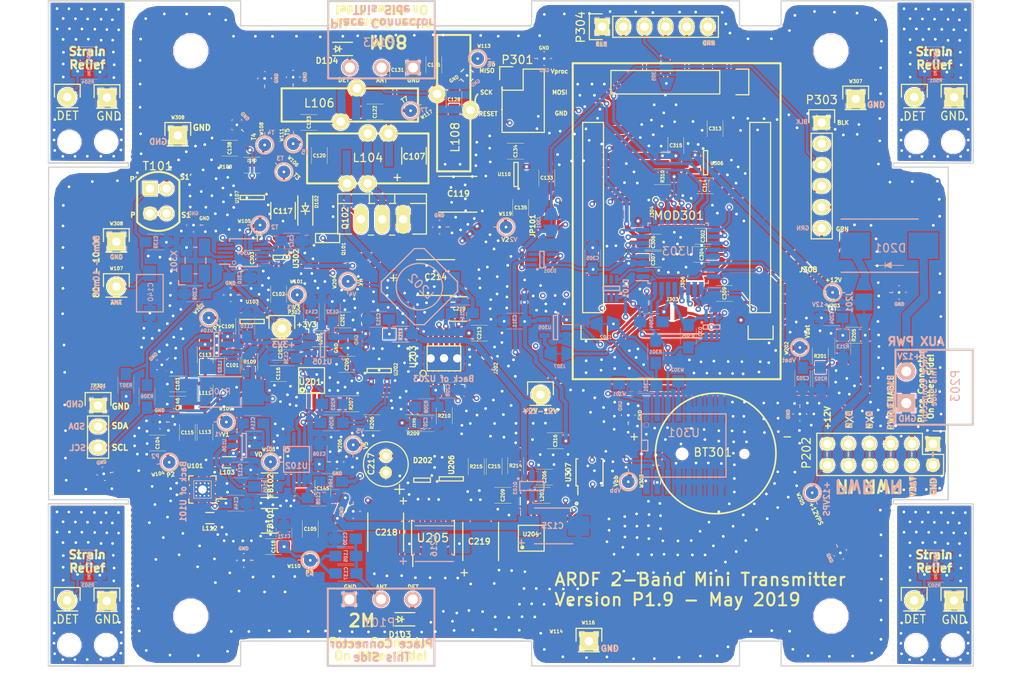
<source format=kicad_pcb>
(kicad_pcb (version 4) (host pcbnew 4.0.6)

  (general
    (links 574)
    (no_connects 0)
    (area 10.352536 25.99788 133.535584 114.23118)
    (thickness 1.6002)
    (drawings 166)
    (tracks 4628)
    (zones 0)
    (modules 347)
    (nets 162)
  )

  (page A4)
  (layers
    (0 F.Cu mixed)
    (1 In1.Cu mixed)
    (2 In2.Cu mixed)
    (31 B.Cu mixed)
    (32 B.Adhes user)
    (33 F.Adhes user)
    (34 B.Paste user)
    (35 F.Paste user)
    (36 B.SilkS user)
    (37 F.SilkS user)
    (38 B.Mask user)
    (39 F.Mask user)
    (40 Dwgs.User user)
    (41 Cmts.User user)
    (42 Eco1.User user)
    (43 Eco2.User user)
    (44 Edge.Cuts user)
    (45 Margin user)
    (46 B.CrtYd user)
    (47 F.CrtYd user)
    (48 B.Fab user)
    (49 F.Fab user)
  )

  (setup
    (last_trace_width 0.25)
    (user_trace_width 0.35)
    (user_trace_width 0.5)
    (user_trace_width 0.75)
    (user_trace_width 1)
    (trace_clearance 0.127)
    (zone_clearance 0.127)
    (zone_45_only yes)
    (trace_min 0.1524)
    (segment_width 0.2)
    (edge_width 0.2)
    (via_size 0.6858)
    (via_drill 0.3302)
    (via_min_size 0.6858)
    (via_min_drill 0.3302)
    (uvia_size 0.3)
    (uvia_drill 0.1)
    (uvias_allowed no)
    (uvia_min_size 0)
    (uvia_min_drill 0)
    (pcb_text_width 0.3)
    (pcb_text_size 1.5 1.5)
    (mod_edge_width 0.15)
    (mod_text_size 1 1)
    (mod_text_width 0.15)
    (pad_size 1.3 0.65)
    (pad_drill 0)
    (pad_to_mask_clearance 0.07)
    (aux_axis_origin 0 0)
    (visible_elements FFFEFFFF)
    (pcbplotparams
      (layerselection 0x010f0_80000007)
      (usegerberextensions true)
      (excludeedgelayer true)
      (linewidth 0.100000)
      (plotframeref false)
      (viasonmask false)
      (mode 1)
      (useauxorigin false)
      (hpglpennumber 1)
      (hpglpenspeed 20)
      (hpglpendiameter 15)
      (hpglpenoverlay 2)
      (psnegative false)
      (psa4output false)
      (plotreference true)
      (plotvalue true)
      (plotinvisibletext false)
      (padsonsilk false)
      (subtractmaskfromsilk false)
      (outputformat 1)
      (mirror false)
      (drillshape 0)
      (scaleselection 1)
      (outputdirectory Gerber/))
  )

  (net 0 "")
  (net 1 +12V)
  (net 2 +2to+12V)
  (net 3 MAIN_PWR_ENABLE)
  (net 4 GND)
  (net 5 "Net-(BT301-Pad1)")
  (net 6 "Net-(C101-Pad2)")
  (net 7 "Net-(C102-Pad1)")
  (net 8 "Net-(C105-Pad1)")
  (net 9 +3V3_L8)
  (net 10 "Net-(C108-Pad2)")
  (net 11 "Net-(C109-Pad1)")
  (net 12 "Net-(C109-Pad2)")
  (net 13 "Net-(C112-Pad2)")
  (net 14 "Net-(C113-Pad1)")
  (net 15 "Net-(C114-Pad1)")
  (net 16 "Net-(C114-Pad2)")
  (net 17 "Net-(C116-Pad2)")
  (net 18 "Net-(C118-Pad1)")
  (net 19 "Net-(C118-Pad2)")
  (net 20 "Net-(C122-Pad1)")
  (net 21 "Net-(C126-Pad2)")
  (net 22 "Net-(C128-Pad1)")
  (net 23 "Net-(C130-Pad1)")
  (net 24 "Net-(C134-Pad2)")
  (net 25 TX_BATTERY_VOLTAGE)
  (net 26 "Net-(C203-Pad2)")
  (net 27 "Net-(C207-Pad1)")
  (net 28 "Net-(C208-Pad1)")
  (net 29 "Net-(C211-Pad1)")
  (net 30 "Net-(C211-Pad2)")
  (net 31 TX_PA_VOLTAGE)
  (net 32 "Net-(C213-Pad1)")
  (net 33 Vproc)
  (net 34 "Net-(C304-Pad2)")
  (net 35 ~RESET~)
  (net 36 "Net-(C309-Pad2)")
  (net 37 "Net-(C313-Pad2)")
  (net 38 "Net-(C314-Pad2)")
  (net 39 2M_ANTENNA_DETECT)
  (net 40 80M_ANTENNA_DETECT)
  (net 41 "Net-(D201-Pad2)")
  (net 42 "Net-(D201-Pad1)")
  (net 43 VBAT_UNINTERRUPTED)
  (net 44 "Net-(FB101-Pad1)")
  (net 45 USB_+5V_DIRECT)
  (net 46 /Digital/PD0)
  (net 47 "Net-(J303-Pad2)")
  (net 48 DI_SDA)
  (net 49 "Net-(J304-Pad2)")
  (net 50 "Net-(J305-Pad2)")
  (net 51 "Net-(J306-Pad1)")
  (net 52 DI_SCL)
  (net 53 "Net-(L102-Pad1)")
  (net 54 "Net-(MOD301-Pad22)")
  (net 55 "Net-(MOD301-Pad24)")
  (net 56 "Net-(MOD301-Pad25)")
  (net 57 "Net-(MOD301-Pad26)")
  (net 58 "Net-(MOD301-Pad14)")
  (net 59 "Net-(MOD301-Pad16)")
  (net 60 "Net-(MOD301-Pad17)")
  (net 61 "Net-(MOD301-Pad18)")
  (net 62 DI_TXD0)
  (net 63 "Net-(MOD301-Pad20)")
  (net 64 "Net-(MOD301-Pad7)")
  (net 65 "Net-(MOD301-Pad6)")
  (net 66 "Net-(MOD301-Pad4)")
  (net 67 "Net-(MOD301-Pad2)")
  (net 68 ~WIFI_RESET~)
  (net 69 "Net-(P202-Pad7)")
  (net 70 "Net-(P202-Pad10)")
  (net 71 MISO)
  (net 72 SCK)
  (net 73 MOSI)
  (net 74 "Net-(Q101-Pad3)")
  (net 75 HF_ENABLE)
  (net 76 "Net-(Q102-Pad1)")
  (net 77 "Net-(Q103-Pad3)")
  (net 78 VHF_ENABLE)
  (net 79 CLK1)
  (net 80 CLK0)
  (net 81 "Net-(R105-Pad2)")
  (net 82 "Net-(R106-Pad2)")
  (net 83 "Net-(R108-Pad2)")
  (net 84 "Net-(R203-Pad2)")
  (net 85 "Net-(R206-Pad1)")
  (net 86 "Net-(R210-Pad1)")
  (net 87 RTC_SQW)
  (net 88 /Digital/PD1)
  (net 89 WIFI_ENABLE)
  (net 90 TX_FINAL_VOLTAGE_ENABLE)
  (net 91 "Net-(U301-Pad1)")
  (net 92 "Net-(U301-Pad4)")
  (net 93 "Net-(U304-Pad2)")
  (net 94 "Net-(J307-Pad2)")
  (net 95 "Net-(J201-Pad1)")
  (net 96 "Net-(J202-Pad2)")
  (net 97 "Net-(C138-Pad1)")
  (net 98 "Net-(C138-Pad2)")
  (net 99 "Net-(C139-Pad1)")
  (net 100 "Net-(C103-Pad1)")
  (net 101 "Net-(C104-Pad1)")
  (net 102 +5V_L8)
  (net 103 "Net-(C136-Pad2)")
  (net 104 ~ANT_CONNECT_INT~)
  (net 105 "Net-(FB102-Pad1)")
  (net 106 "Net-(J308-Pad2)")
  (net 107 "Net-(R203-Pad1)")
  (net 108 "Net-(R207-Pad1)")
  (net 109 "Net-(R209-Pad1)")
  (net 110 "Net-(C117-Pad1)")
  (net 111 "Net-(D102-Pad1)")
  (net 112 "Net-(C115-Pad2)")
  (net 113 GND_L0)
  (net 114 GND_L1)
  (net 115 TX_+12_VOLTAGE)
  (net 116 RTC_SDA)
  (net 117 RTC_SCL)
  (net 118 "Net-(C301-Pad1)")
  (net 119 3V3_PWR_ENABLE)
  (net 120 "Net-(JP101-Pad2)")
  (net 121 2M_GATE_BIAS)
  (net 122 "Net-(C209-Pad2)")
  (net 123 "Net-(C215-Pad2)")
  (net 124 "Net-(C216-Pad1)")
  (net 125 "Net-(C216-Pad2)")
  (net 126 "Net-(L103-Pad2)")
  (net 127 "Net-(D301-Pad5)")
  (net 128 "Net-(D303-Pad2)")
  (net 129 "Net-(D303-Pad5)")
  (net 130 "Net-(MOD301-Pad12)")
  (net 131 "Net-(MOD301-Pad13)")
  (net 132 "Net-(MOD301-Pad8)")
  (net 133 "Net-(MOD301-Pad3)")
  (net 134 "Net-(P303-Pad2)")
  (net 135 "Net-(U102-Pad2)")
  (net 136 "Net-(U201-Pad1)")
  (net 137 "Net-(U201-Pad2)")
  (net 138 "Net-(U203-Pad12)")
  (net 139 "Net-(U204-Pad1)")
  (net 140 "Net-(U304-Pad3)")
  (net 141 "Net-(X301-Pad1)")
  (net 142 VHF_CLK)
  (net 143 "Net-(L104-Pad2)")
  (net 144 CLK2)
  (net 145 VHF_CLK_SEL)
  (net 146 "Net-(C107-Pad2)")
  (net 147 "Net-(C215-Pad1)")
  (net 148 "Net-(C219-Pad2)")
  (net 149 "Net-(D101-Pad2)")
  (net 150 "Net-(D101-Pad5)")
  (net 151 "Net-(D202-Pad2)")
  (net 152 "Net-(D202-Pad5)")
  (net 153 "Net-(R214-Pad2)")
  (net 154 "Net-(U205-Pad7)")
  (net 155 "Net-(D301-Pad1)")
  (net 156 "Net-(C502-Pad1)")
  (net 157 "Net-(C501-Pad2)")
  (net 158 "Net-(C503-Pad1)")
  (net 159 GND_L2)
  (net 160 "Net-(C504-Pad1)")
  (net 161 GND_L3)

  (net_class Default "This is the default net class."
    (clearance 0.127)
    (trace_width 0.25)
    (via_dia 0.6858)
    (via_drill 0.3302)
    (uvia_dia 0.3)
    (uvia_drill 0.1)
    (add_net +12V)
    (add_net +2to+12V)
    (add_net +3V3_L8)
    (add_net +5V_L8)
    (add_net /Digital/PD0)
    (add_net /Digital/PD1)
    (add_net 2M_ANTENNA_DETECT)
    (add_net 2M_GATE_BIAS)
    (add_net 3V3_PWR_ENABLE)
    (add_net 80M_ANTENNA_DETECT)
    (add_net CLK0)
    (add_net CLK1)
    (add_net CLK2)
    (add_net DI_SCL)
    (add_net DI_SDA)
    (add_net DI_TXD0)
    (add_net GND)
    (add_net GND_L0)
    (add_net GND_L1)
    (add_net GND_L2)
    (add_net GND_L3)
    (add_net HF_ENABLE)
    (add_net MAIN_PWR_ENABLE)
    (add_net MISO)
    (add_net MOSI)
    (add_net "Net-(BT301-Pad1)")
    (add_net "Net-(C101-Pad2)")
    (add_net "Net-(C102-Pad1)")
    (add_net "Net-(C103-Pad1)")
    (add_net "Net-(C104-Pad1)")
    (add_net "Net-(C105-Pad1)")
    (add_net "Net-(C107-Pad2)")
    (add_net "Net-(C108-Pad2)")
    (add_net "Net-(C109-Pad1)")
    (add_net "Net-(C109-Pad2)")
    (add_net "Net-(C112-Pad2)")
    (add_net "Net-(C113-Pad1)")
    (add_net "Net-(C114-Pad1)")
    (add_net "Net-(C114-Pad2)")
    (add_net "Net-(C115-Pad2)")
    (add_net "Net-(C116-Pad2)")
    (add_net "Net-(C117-Pad1)")
    (add_net "Net-(C118-Pad1)")
    (add_net "Net-(C118-Pad2)")
    (add_net "Net-(C122-Pad1)")
    (add_net "Net-(C126-Pad2)")
    (add_net "Net-(C128-Pad1)")
    (add_net "Net-(C130-Pad1)")
    (add_net "Net-(C134-Pad2)")
    (add_net "Net-(C136-Pad2)")
    (add_net "Net-(C138-Pad1)")
    (add_net "Net-(C138-Pad2)")
    (add_net "Net-(C139-Pad1)")
    (add_net "Net-(C203-Pad2)")
    (add_net "Net-(C207-Pad1)")
    (add_net "Net-(C208-Pad1)")
    (add_net "Net-(C209-Pad2)")
    (add_net "Net-(C211-Pad1)")
    (add_net "Net-(C211-Pad2)")
    (add_net "Net-(C213-Pad1)")
    (add_net "Net-(C215-Pad1)")
    (add_net "Net-(C215-Pad2)")
    (add_net "Net-(C216-Pad1)")
    (add_net "Net-(C216-Pad2)")
    (add_net "Net-(C219-Pad2)")
    (add_net "Net-(C301-Pad1)")
    (add_net "Net-(C304-Pad2)")
    (add_net "Net-(C309-Pad2)")
    (add_net "Net-(C313-Pad2)")
    (add_net "Net-(C314-Pad2)")
    (add_net "Net-(C501-Pad2)")
    (add_net "Net-(C502-Pad1)")
    (add_net "Net-(C503-Pad1)")
    (add_net "Net-(C504-Pad1)")
    (add_net "Net-(D101-Pad2)")
    (add_net "Net-(D101-Pad5)")
    (add_net "Net-(D102-Pad1)")
    (add_net "Net-(D201-Pad1)")
    (add_net "Net-(D201-Pad2)")
    (add_net "Net-(D202-Pad2)")
    (add_net "Net-(D202-Pad5)")
    (add_net "Net-(D301-Pad1)")
    (add_net "Net-(D301-Pad5)")
    (add_net "Net-(D303-Pad2)")
    (add_net "Net-(D303-Pad5)")
    (add_net "Net-(FB101-Pad1)")
    (add_net "Net-(FB102-Pad1)")
    (add_net "Net-(J201-Pad1)")
    (add_net "Net-(J202-Pad2)")
    (add_net "Net-(J303-Pad2)")
    (add_net "Net-(J304-Pad2)")
    (add_net "Net-(J305-Pad2)")
    (add_net "Net-(J306-Pad1)")
    (add_net "Net-(J307-Pad2)")
    (add_net "Net-(J308-Pad2)")
    (add_net "Net-(JP101-Pad2)")
    (add_net "Net-(L102-Pad1)")
    (add_net "Net-(L103-Pad2)")
    (add_net "Net-(L104-Pad2)")
    (add_net "Net-(MOD301-Pad12)")
    (add_net "Net-(MOD301-Pad13)")
    (add_net "Net-(MOD301-Pad14)")
    (add_net "Net-(MOD301-Pad16)")
    (add_net "Net-(MOD301-Pad17)")
    (add_net "Net-(MOD301-Pad18)")
    (add_net "Net-(MOD301-Pad2)")
    (add_net "Net-(MOD301-Pad20)")
    (add_net "Net-(MOD301-Pad22)")
    (add_net "Net-(MOD301-Pad24)")
    (add_net "Net-(MOD301-Pad25)")
    (add_net "Net-(MOD301-Pad26)")
    (add_net "Net-(MOD301-Pad3)")
    (add_net "Net-(MOD301-Pad4)")
    (add_net "Net-(MOD301-Pad6)")
    (add_net "Net-(MOD301-Pad7)")
    (add_net "Net-(MOD301-Pad8)")
    (add_net "Net-(P202-Pad10)")
    (add_net "Net-(P202-Pad7)")
    (add_net "Net-(P303-Pad2)")
    (add_net "Net-(Q101-Pad3)")
    (add_net "Net-(Q102-Pad1)")
    (add_net "Net-(Q103-Pad3)")
    (add_net "Net-(R105-Pad2)")
    (add_net "Net-(R106-Pad2)")
    (add_net "Net-(R108-Pad2)")
    (add_net "Net-(R203-Pad1)")
    (add_net "Net-(R203-Pad2)")
    (add_net "Net-(R206-Pad1)")
    (add_net "Net-(R207-Pad1)")
    (add_net "Net-(R209-Pad1)")
    (add_net "Net-(R210-Pad1)")
    (add_net "Net-(R214-Pad2)")
    (add_net "Net-(U102-Pad2)")
    (add_net "Net-(U201-Pad1)")
    (add_net "Net-(U201-Pad2)")
    (add_net "Net-(U203-Pad12)")
    (add_net "Net-(U204-Pad1)")
    (add_net "Net-(U205-Pad7)")
    (add_net "Net-(U301-Pad1)")
    (add_net "Net-(U301-Pad4)")
    (add_net "Net-(U304-Pad2)")
    (add_net "Net-(U304-Pad3)")
    (add_net "Net-(X301-Pad1)")
    (add_net RTC_SCL)
    (add_net RTC_SDA)
    (add_net RTC_SQW)
    (add_net SCK)
    (add_net TX_+12_VOLTAGE)
    (add_net TX_BATTERY_VOLTAGE)
    (add_net TX_FINAL_VOLTAGE_ENABLE)
    (add_net TX_PA_VOLTAGE)
    (add_net USB_+5V_DIRECT)
    (add_net VBAT_UNINTERRUPTED)
    (add_net VHF_CLK)
    (add_net VHF_CLK_SEL)
    (add_net VHF_ENABLE)
    (add_net Vproc)
    (add_net WIFI_ENABLE)
    (add_net ~ANT_CONNECT_INT~)
    (add_net ~RESET~)
    (add_net ~WIFI_RESET~)
  )

  (net_class Power.5 ""
    (clearance 0.127)
    (trace_width 0.5)
    (via_dia 0.6858)
    (via_drill 0.5)
    (uvia_dia 0.3)
    (uvia_drill 0.1)
  )

  (net_class Power.75 ""
    (clearance 0.127)
    (trace_width 0.75)
    (via_dia 1)
    (via_drill 0.75)
    (uvia_dia 0.3)
    (uvia_drill 0.1)
  )

  (net_class Power1.0 ""
    (clearance 0.127)
    (trace_width 1)
    (via_dia 1.3)
    (via_drill 1)
    (uvia_dia 0.3)
    (uvia_drill 0.1)
  )

  (net_class Signal.25 ""
    (clearance 0.127)
    (trace_width 0.25)
    (via_dia 0.6858)
    (via_drill 0.3302)
    (uvia_dia 0.3)
    (uvia_drill 0.1)
  )

  (net_class Signal.35 ""
    (clearance 0.127)
    (trace_width 0.35)
    (via_dia 0.6858)
    (via_drill 0.4302)
    (uvia_dia 0.3)
    (uvia_drill 0.1)
  )

  (module SMD_Packages:SSOP-8_Handsolder (layer F.Cu) (tedit 5CA00530) (tstamp 5C7CE516)
    (at 74.25 94.63)
    (path /591BC960/5C7D7B3F)
    (solder_mask_margin 0.05)
    (clearance 0.05)
    (attr smd)
    (fp_text reference U204 (at -0.04 -0.48) (layer F.SilkS)
      (effects (font (size 0.5 0.5) (thickness 0.125)))
    )
    (fp_text value DAC081C085 (at 0 0.508) (layer F.Fab)
      (effects (font (size 1 1) (thickness 0.15)))
    )
    (fp_circle (center -1.07696 1.0922) (end -0.95504 1.06172) (layer F.SilkS) (width 0.25))
    (fp_line (start -1.55 -1.55) (end 1.55 -1.55) (layer F.SilkS) (width 0.15))
    (fp_line (start 1.55 -1.55) (end 1.55 1.55) (layer F.SilkS) (width 0.15))
    (fp_line (start 1.55 1.55) (end -1.55 1.55) (layer F.SilkS) (width 0.15))
    (fp_line (start -1.55 1.55) (end -1.55 -1.55) (layer F.SilkS) (width 0.15))
    (pad 1 smd rect (at -0.975 2.4) (size 0.45 1.75) (layers F.Cu F.Paste F.Mask)
      (net 139 "Net-(U204-Pad1)"))
    (pad 2 smd rect (at -0.325 2.4) (size 0.45 1.75) (layers F.Cu F.Paste F.Mask)
      (net 4 GND))
    (pad 3 smd rect (at 0.325 2.4) (size 0.45 1.75) (layers F.Cu F.Paste F.Mask)
      (net 52 DI_SCL))
    (pad 4 smd rect (at 0.975 2.4) (size 0.45 1.75) (layers F.Cu F.Paste F.Mask)
      (net 48 DI_SDA))
    (pad 5 smd rect (at 0.975 -2.4) (size 0.45 1.75) (layers F.Cu F.Paste F.Mask)
      (net 4 GND) (thermal_width 0.5))
    (pad 6 smd rect (at 0.325 -2.4) (size 0.45 1.75) (layers F.Cu F.Paste F.Mask)
      (net 9 +3V3_L8))
    (pad 7 smd rect (at -0.325 -2.4) (size 0.45 1.75) (layers F.Cu F.Paste F.Mask)
      (net 122 "Net-(C209-Pad2)"))
    (pad 8 smd rect (at -0.975 -2.4) (size 0.45 1.75) (layers F.Cu F.Paste F.Mask)
      (net 153 "Net-(R214-Pad2)"))
    (model "/Library/Application Support/kicad/packages3d/Housings_SSOP.3dshapes/TSSOP-8_3x3mm_Pitch0.65mm.wrl"
      (at (xyz 0 0 0))
      (scale (xyz 1 1 1))
      (rotate (xyz 0 0 90))
    )
  )

  (module Measurement_Points:Measurement_Point_ScopeProbe_Round-SMD-2sides-Pad_Small (layer F.Cu) (tedit 5CE56F25) (tstamp 5C0F49A7)
    (at 44.5 50.57 135)
    (descr "Mesurement Point, Round, SMD Pad, DM 1.5mm,")
    (tags "Mesurement Point, Round, SMD Pad, DM 1.5mm,")
    (path /5C0F543D)
    (fp_text reference W106 (at 0.127279 1.682914 135) (layer F.SilkS)
      (effects (font (size 0.4 0.4) (thickness 0.1)))
    )
    (fp_text value T3 (at -1.470782 0.678823 135) (layer F.SilkS)
      (effects (font (size 0.5 0.5) (thickness 0.125)))
    )
    (fp_line (start 6.8453 0) (end 7.2136 0) (layer B.SilkS) (width 0.1))
    (fp_line (start 6.8453 0) (end 7.2136 0) (layer F.SilkS) (width 0.1))
    (fp_line (start 1.1176 0.0254) (end 1.4859 0.0254) (layer B.SilkS) (width 0.1))
    (fp_line (start 1.1176 0.0254) (end 1.4859 0.0254) (layer F.SilkS) (width 0.1))
    (fp_circle (center 0 0) (end 0.1397 -1.0287) (layer F.SilkS) (width 0.25))
    (fp_circle (center 0 0.0127) (end 0.1397 -1.016) (layer B.SilkS) (width 0.25))
    (fp_text user GND (at 8.0264 1.4097 135) (layer F.SilkS)
      (effects (font (size 0.4 0.4) (thickness 0.1)))
    )
    (fp_text user GND (at 8.02 1.41 135) (layer B.SilkS)
      (effects (font (size 0.4 0.4) (thickness 0.1)) (justify mirror))
    )
    (pad 2 smd circle (at 8 0 135) (size 1.524 1.524) (layers B.Cu B.Paste B.Mask)
      (net 4 GND))
    (pad 1 smd circle (at 0 0 135) (size 1.524 1.524) (layers B.Cu B.Paste B.Mask)
      (net 110 "Net-(C117-Pad1)"))
    (pad 2 smd circle (at 8 0 135) (size 1.524 1.524) (layers F.Cu F.Paste F.Mask)
      (net 4 GND))
    (pad 1 smd circle (at 0 0 135) (size 1.524 1.524) (layers F.Cu F.Paste F.Mask)
      (net 110 "Net-(C117-Pad1)"))
    (pad 1 thru_hole circle (at 0 0 135) (size 0.6 0.6) (drill 0.3302) (layers *.Cu *.Mask)
      (net 110 "Net-(C117-Pad1)"))
    (pad 2 thru_hole circle (at 8 0 135) (size 0.6 0.6) (drill 0.3302) (layers *.Cu *.Mask)
      (net 4 GND))
  )

  (module Mounting_Holes:MountingHole_2-7mm (layer F.Cu) (tedit 5C86ABCC) (tstamp 5C797584)
    (at 23.12 107.48)
    (descr "Mounting hole, Befestigungsbohrung, 2,7mm, No Annular, Kein Restring,")
    (tags "Mounting hole, Befestigungsbohrung, 2,7mm, No Annular, Kein Restring,")
    (fp_text reference "" (at 0 -4.0005) (layer F.SilkS) hide
      (effects (font (size 1 1) (thickness 0.15)))
    )
    (fp_text value MountingHole_2-7mm (at 0.09906 3.59918) (layer F.Fab)
      (effects (font (size 1 1) (thickness 0.15)))
    )
    (pad 1 thru_hole circle (at 0 0) (size 2.7 2.7) (drill 2.7) (layers))
  )

  (module Mounting_Holes:MountingHole_2-7mm (layer F.Cu) (tedit 5C86ABC5) (tstamp 5C79762F)
    (at 18.69 107.48)
    (descr "Mounting hole, Befestigungsbohrung, 2,7mm, No Annular, Kein Restring,")
    (tags "Mounting hole, Befestigungsbohrung, 2,7mm, No Annular, Kein Restring,")
    (fp_text reference "" (at 0 -4.0005) (layer F.SilkS) hide
      (effects (font (size 1 1) (thickness 0.15)))
    )
    (fp_text value MountingHole_2-7mm (at 0.09906 3.59918) (layer F.Fab)
      (effects (font (size 1 1) (thickness 0.15)))
    )
    (pad 1 thru_hole circle (at 0 0) (size 2.7 2.7) (drill 2.7) (layers))
  )

  (module Mounting_Holes:MountingHole_2-7mm (layer F.Cu) (tedit 5C86AB99) (tstamp 5C797789)
    (at 18.7 46.95)
    (descr "Mounting hole, Befestigungsbohrung, 2,7mm, No Annular, Kein Restring,")
    (tags "Mounting hole, Befestigungsbohrung, 2,7mm, No Annular, Kein Restring,")
    (fp_text reference "" (at 0 -4.0005) (layer F.SilkS) hide
      (effects (font (size 1 1) (thickness 0.15)))
    )
    (fp_text value MountingHole_2-7mm (at 0.09906 3.59918) (layer F.Fab)
      (effects (font (size 1 1) (thickness 0.15)))
    )
    (pad 1 thru_hole circle (at 0 0) (size 2.7 2.7) (drill 2.7) (layers))
  )

  (module Mounting_Holes:MountingHole_2-7mm (layer F.Cu) (tedit 5C86AB85) (tstamp 5C79778E)
    (at 23.13 46.95)
    (descr "Mounting hole, Befestigungsbohrung, 2,7mm, No Annular, Kein Restring,")
    (tags "Mounting hole, Befestigungsbohrung, 2,7mm, No Annular, Kein Restring,")
    (fp_text reference "" (at 0 -4.0005) (layer F.SilkS) hide
      (effects (font (size 1 1) (thickness 0.15)))
    )
    (fp_text value MountingHole_2-7mm (at 0.09906 3.59918) (layer F.Fab)
      (effects (font (size 1 1) (thickness 0.15)))
    )
    (pad 1 thru_hole circle (at 0 0) (size 2.7 2.7) (drill 2.7) (layers))
  )

  (module Mounting_Holes:MountingHole_2-7mm (layer F.Cu) (tedit 5C86AB57) (tstamp 5C797973)
    (at 120.57 46.97)
    (descr "Mounting hole, Befestigungsbohrung, 2,7mm, No Annular, Kein Restring,")
    (tags "Mounting hole, Befestigungsbohrung, 2,7mm, No Annular, Kein Restring,")
    (fp_text reference "" (at 0 -4.0005) (layer F.SilkS) hide
      (effects (font (size 1 1) (thickness 0.15)))
    )
    (fp_text value MountingHole_2-7mm (at 0.09906 3.59918) (layer F.Fab)
      (effects (font (size 1 1) (thickness 0.15)))
    )
    (pad 1 thru_hole circle (at 0 0) (size 2.7 2.7) (drill 2.7) (layers))
  )

  (module Mounting_Holes:MountingHole_2-7mm (layer F.Cu) (tedit 5C86AB39) (tstamp 5C7978C8)
    (at 125 46.97)
    (descr "Mounting hole, Befestigungsbohrung, 2,7mm, No Annular, Kein Restring,")
    (tags "Mounting hole, Befestigungsbohrung, 2,7mm, No Annular, Kein Restring,")
    (fp_text reference "" (at 0 -4.0005) (layer F.SilkS) hide
      (effects (font (size 1 1) (thickness 0.15)))
    )
    (fp_text value MountingHole_2-7mm (at 0.09906 3.59918) (layer F.Fab)
      (effects (font (size 1 1) (thickness 0.15)))
    )
    (pad 1 thru_hole circle (at 0 0) (size 2.7 2.7) (drill 2.7) (layers))
  )

  (module Mounting_Holes:MountingHole_2-7mm (layer F.Cu) (tedit 5C86AB03) (tstamp 5C797484)
    (at 120.55 107.49)
    (descr "Mounting hole, Befestigungsbohrung, 2,7mm, No Annular, Kein Restring,")
    (tags "Mounting hole, Befestigungsbohrung, 2,7mm, No Annular, Kein Restring,")
    (fp_text reference "" (at 0.21 -1.12) (layer F.SilkS) hide
      (effects (font (size 1 1) (thickness 0.15)))
    )
    (fp_text value MountingHole_2-7mm (at 0.09906 3.59918) (layer F.Fab)
      (effects (font (size 1 1) (thickness 0.15)))
    )
    (pad 1 thru_hole circle (at 0 0) (size 2.7 2.7) (drill 2.7) (layers))
  )

  (module Mounting_Holes:MountingHole_2-7mm (layer F.Cu) (tedit 5C86AB0C) (tstamp 5C797498)
    (at 124.98 107.49)
    (descr "Mounting hole, Befestigungsbohrung, 2,7mm, No Annular, Kein Restring,")
    (tags "Mounting hole, Befestigungsbohrung, 2,7mm, No Annular, Kein Restring,")
    (fp_text reference "" (at 0 -4.0005) (layer F.SilkS) hide
      (effects (font (size 1 1) (thickness 0.15)))
    )
    (fp_text value MountingHole_2-7mm (at 0.09906 3.59918) (layer F.Fab)
      (effects (font (size 1 1) (thickness 0.15)))
    )
    (pad 1 thru_hole circle (at 0 0) (size 2.7 2.7) (drill 2.7) (layers))
  )

  (module Resistors_SMD:Zero_Ohm_0805_HandSoldering (layer F.Cu) (tedit 5CB279B4) (tstamp 5C0F474A)
    (at 40.66 49.76 180)
    (descr "Resistor SMD 0805, hand soldering")
    (tags "resistor 0805")
    (path /5BE93BCA)
    (attr smd)
    (fp_text reference R108 (at 3.17 -0.2 360) (layer F.SilkS)
      (effects (font (size 0.4 0.4) (thickness 0.1)))
    )
    (fp_text value 0 (at 0 2.1 180) (layer F.Fab)
      (effects (font (size 1 1) (thickness 0.15)))
    )
    (fp_text user ZERO (at 0.01 0.57 360) (layer F.SilkS)
      (effects (font (size 0.3 0.3) (thickness 0.075)))
    )
    (fp_line (start -1.35382 -0.00508) (end 1.37922 0.01524) (layer F.Cu) (width 0.35))
    (fp_line (start -2.4 -1) (end 2.4 -1) (layer F.CrtYd) (width 0.05))
    (fp_line (start -2.4 1) (end 2.4 1) (layer F.CrtYd) (width 0.05))
    (fp_line (start -2.4 -1) (end -2.4 1) (layer F.CrtYd) (width 0.05))
    (fp_line (start 2.4 -1) (end 2.4 1) (layer F.CrtYd) (width 0.05))
    (fp_line (start 1 0.9512) (end -1 0.9512) (layer F.SilkS) (width 0.05))
    (fp_line (start -1 -0.9639) (end 1 -0.9639) (layer F.SilkS) (width 0.05))
    (pad 1 smd rect (at -1.35 0 180) (size 1.5 1.3) (layers F.Cu F.Paste F.Mask)
      (net 76 "Net-(Q102-Pad1)"))
    (pad 2 smd rect (at 1.35 0 180) (size 1.5 1.3) (layers F.Cu F.Paste F.Mask)
      (net 83 "Net-(R108-Pad2)"))
    (model Resistors_SMD.3dshapes/R_0805_HandSoldering.wrl
      (at (xyz 0 0 0))
      (scale (xyz 1 1 1))
      (rotate (xyz 0 0 0))
    )
  )

  (module Pin_Headers:Pin_Header_Straight_1x01 (layer F.Cu) (tedit 5CE5DFA8) (tstamp 5C797967)
    (at 125.11 41.6)
    (descr "Through hole pin header")
    (tags "pin header")
    (path /5C7435B3)
    (fp_text reference J501 (at -0.14 2.18) (layer F.SilkS) hide
      (effects (font (size 1 1) (thickness 0.15)))
    )
    (fp_text value GND (at -0.16 2.24) (layer F.SilkS)
      (effects (font (size 1 1) (thickness 0.15)))
    )
    (fp_line (start 1.55 -1.55) (end 1.55 0) (layer F.SilkS) (width 0.15))
    (fp_line (start -1.75 -1.75) (end -1.75 1.75) (layer F.CrtYd) (width 0.05))
    (fp_line (start 1.75 -1.75) (end 1.75 1.75) (layer F.CrtYd) (width 0.05))
    (fp_line (start -1.75 -1.75) (end 1.75 -1.75) (layer F.CrtYd) (width 0.05))
    (fp_line (start -1.75 1.75) (end 1.75 1.75) (layer F.CrtYd) (width 0.05))
    (fp_line (start -1.55 0) (end -1.55 -1.55) (layer F.SilkS) (width 0.15))
    (fp_line (start -1.55 -1.55) (end 1.55 -1.55) (layer F.SilkS) (width 0.15))
    (fp_line (start -1.27 1.27) (end 1.27 1.27) (layer F.SilkS) (width 0.15))
    (pad 1 thru_hole rect (at 0 0) (size 2.2352 2.2352) (drill 1.016) (layers *.Cu *.Mask F.SilkS)
      (net 113 GND_L0))
    (model Pin_Headers.3dshapes/Pin_Header_Straight_1x01.wrl
      (at (xyz 0 0 0))
      (scale (xyz 1 1 1))
      (rotate (xyz 0 0 90))
    )
  )

  (module Pin_Headers:Pin_Header_Straight_1x01_circle_pad (layer F.Cu) (tedit 5CE5DFAE) (tstamp 5C79795B)
    (at 120.33 41.59)
    (descr "Through hole pin header")
    (tags "pin header")
    (path /5C7439B5)
    (fp_text reference J502 (at -0.01 2.23) (layer F.SilkS) hide
      (effects (font (size 1 1) (thickness 0.15)))
    )
    (fp_text value DET (at 0.01 2.28) (layer F.SilkS)
      (effects (font (size 1 1) (thickness 0.15)))
    )
    (fp_line (start 1.55 -1.55) (end 1.55 0) (layer F.SilkS) (width 0.15))
    (fp_line (start -1.75 -1.75) (end -1.75 1.75) (layer F.CrtYd) (width 0.05))
    (fp_line (start 1.75 -1.75) (end 1.75 1.75) (layer F.CrtYd) (width 0.05))
    (fp_line (start -1.75 -1.75) (end 1.75 -1.75) (layer F.CrtYd) (width 0.05))
    (fp_line (start -1.75 1.75) (end 1.75 1.75) (layer F.CrtYd) (width 0.05))
    (fp_line (start -1.55 0) (end -1.55 -1.55) (layer F.SilkS) (width 0.15))
    (fp_line (start -1.55 -1.55) (end 1.55 -1.55) (layer F.SilkS) (width 0.15))
    (fp_line (start -1.27 1.27) (end 1.27 1.27) (layer F.SilkS) (width 0.15))
    (pad 1 thru_hole circle (at 0 0) (size 2.2352 2.2352) (drill 1.016) (layers *.Cu *.Mask F.SilkS)
      (net 157 "Net-(C501-Pad2)"))
    (model Pin_Headers.3dshapes/Pin_Header_Straight_1x01.wrl
      (at (xyz 0 0 0))
      (scale (xyz 1 1 1))
      (rotate (xyz 0 0 90))
    )
  )

  (module Capacitors_SMD:C_0805_HandSoldering (layer B.Cu) (tedit 5CE5DF93) (tstamp 5C797945)
    (at 122.92 36.48 180)
    (descr "Capacitor SMD 0805, hand soldering")
    (tags "capacitor 0805")
    (path /5C73FA8A)
    (attr smd)
    (fp_text reference C501 (at 0 0 270) (layer B.SilkS)
      (effects (font (size 0.4 0.4) (thickness 0.1)) (justify mirror))
    )
    (fp_text value np (at 0 -2.1 180) (layer B.Fab)
      (effects (font (size 1 1) (thickness 0.15)) (justify mirror))
    )
    (fp_line (start -2.3 1) (end 2.3 1) (layer B.CrtYd) (width 0.05))
    (fp_line (start -2.3 -1) (end 2.3 -1) (layer B.CrtYd) (width 0.05))
    (fp_line (start -2.3 1) (end -2.3 -1) (layer B.CrtYd) (width 0.05))
    (fp_line (start 2.3 1) (end 2.3 -1) (layer B.CrtYd) (width 0.05))
    (fp_line (start 1 0.9516) (end -1 0.9516) (layer B.SilkS) (width 0.05))
    (fp_line (start -1 -0.9516) (end 1 -0.9516) (layer B.SilkS) (width 0.05))
    (pad 1 smd rect (at -1.25 0 180) (size 1.5 1.25) (layers B.Cu B.Paste B.Mask)
      (net 113 GND_L0))
    (pad 2 smd rect (at 1.25 0 180) (size 1.5 1.25) (layers B.Cu B.Paste B.Mask)
      (net 157 "Net-(C501-Pad2)"))
    (model Capacitors_SMD.3dshapes/C_0805_HandSoldering.wrl
      (at (xyz 0 0 0))
      (scale (xyz 1 1 1))
      (rotate (xyz 0 0 0))
    )
  )

  (module Mounting_Holes:NP_Thru_Hole_0.5mm (layer F.Cu) (tedit 5CE35255) (tstamp 5C797941)
    (at 117.82 49.11)
    (descr "Mounting hole, Befestigungsbohrung, 2,5mm, No Annular, Kein Restring,")
    (tags "Mounting hole, Befestigungsbohrung, 2,5mm, No Annular, Kein Restring,")
    (fp_text reference "" (at 0 -3.50012) (layer F.SilkS) hide
      (effects (font (size 1 1) (thickness 0.15)))
    )
    (fp_text value NP_Thru_Hole_0.5mm (at 0.09906 3.59918) (layer F.Fab)
      (effects (font (size 1 1) (thickness 0.15)))
    )
    (pad "" np_thru_hole circle (at 0 0) (size 0.5 0.5) (drill 0.5) (layers *.Cu *.Mask))
  )

  (module Mounting_Holes:NP_Thru_Hole_0.5mm (layer F.Cu) (tedit 5CE3524D) (tstamp 5C79793D)
    (at 117.82 48.47)
    (descr "Mounting hole, Befestigungsbohrung, 2,5mm, No Annular, Kein Restring,")
    (tags "Mounting hole, Befestigungsbohrung, 2,5mm, No Annular, Kein Restring,")
    (fp_text reference "" (at 0 -3.50012) (layer F.SilkS) hide
      (effects (font (size 1 1) (thickness 0.15)))
    )
    (fp_text value NP_Thru_Hole_0.5mm (at 0.09906 3.59918) (layer F.Fab)
      (effects (font (size 1 1) (thickness 0.15)))
    )
    (pad "" np_thru_hole circle (at 0 0) (size 0.5 0.5) (drill 0.5) (layers *.Cu *.Mask))
  )

  (module Mounting_Holes:NP_Thru_Hole_0.5mm (layer F.Cu) (tedit 5CE35245) (tstamp 5C797939)
    (at 117.82 47.83)
    (descr "Mounting hole, Befestigungsbohrung, 2,5mm, No Annular, Kein Restring,")
    (tags "Mounting hole, Befestigungsbohrung, 2,5mm, No Annular, Kein Restring,")
    (fp_text reference "" (at 0 -3.50012) (layer F.SilkS) hide
      (effects (font (size 1 1) (thickness 0.15)))
    )
    (fp_text value NP_Thru_Hole_0.5mm (at 0.09906 3.59918) (layer F.Fab)
      (effects (font (size 1 1) (thickness 0.15)))
    )
    (pad "" np_thru_hole circle (at 0 0) (size 0.5 0.5) (drill 0.5) (layers *.Cu *.Mask))
  )

  (module Mounting_Holes:NP_Thru_Hole_0.5mm (layer F.Cu) (tedit 5CE3523C) (tstamp 5C797935)
    (at 117.82 47.18)
    (descr "Mounting hole, Befestigungsbohrung, 2,5mm, No Annular, Kein Restring,")
    (tags "Mounting hole, Befestigungsbohrung, 2,5mm, No Annular, Kein Restring,")
    (fp_text reference "" (at 0 -3.50012) (layer F.SilkS) hide
      (effects (font (size 1 1) (thickness 0.15)))
    )
    (fp_text value NP_Thru_Hole_0.5mm (at 0.09906 3.59918) (layer F.Fab)
      (effects (font (size 1 1) (thickness 0.15)))
    )
    (pad "" np_thru_hole circle (at 0 0) (size 0.5 0.5) (drill 0.5) (layers *.Cu *.Mask))
  )

  (module Mounting_Holes:NP_Thru_Hole_0.5mm (layer F.Cu) (tedit 5CE35235) (tstamp 5C797931)
    (at 117.84 46.53)
    (descr "Mounting hole, Befestigungsbohrung, 2,5mm, No Annular, Kein Restring,")
    (tags "Mounting hole, Befestigungsbohrung, 2,5mm, No Annular, Kein Restring,")
    (fp_text reference "" (at 0 -3.50012) (layer F.SilkS) hide
      (effects (font (size 1 1) (thickness 0.15)))
    )
    (fp_text value NP_Thru_Hole_0.5mm (at 0.09906 3.59918) (layer F.Fab)
      (effects (font (size 1 1) (thickness 0.15)))
    )
    (pad "" np_thru_hole circle (at 0 0) (size 0.5 0.5) (drill 0.5) (layers *.Cu *.Mask))
  )

  (module Mounting_Holes:NP_Thru_Hole_0.5mm (layer F.Cu) (tedit 5CE3522B) (tstamp 5C79792D)
    (at 117.82 45.89)
    (descr "Mounting hole, Befestigungsbohrung, 2,5mm, No Annular, Kein Restring,")
    (tags "Mounting hole, Befestigungsbohrung, 2,5mm, No Annular, Kein Restring,")
    (fp_text reference "" (at 0 -3.50012) (layer F.SilkS) hide
      (effects (font (size 1 1) (thickness 0.15)))
    )
    (fp_text value NP_Thru_Hole_0.5mm (at 0.09906 3.59918) (layer F.Fab)
      (effects (font (size 1 1) (thickness 0.15)))
    )
    (pad "" np_thru_hole circle (at 0 0) (size 0.5 0.5) (drill 0.5) (layers *.Cu *.Mask))
  )

  (module Mounting_Holes:NP_Thru_Hole_0.5mm (layer F.Cu) (tedit 5CE3521C) (tstamp 5C797929)
    (at 117.82 45.25)
    (descr "Mounting hole, Befestigungsbohrung, 2,5mm, No Annular, Kein Restring,")
    (tags "Mounting hole, Befestigungsbohrung, 2,5mm, No Annular, Kein Restring,")
    (fp_text reference "" (at 0 -3.50012) (layer F.SilkS) hide
      (effects (font (size 1 1) (thickness 0.15)))
    )
    (fp_text value NP_Thru_Hole_0.5mm (at 0.09906 3.59918) (layer F.Fab)
      (effects (font (size 1 1) (thickness 0.15)))
    )
    (pad "" np_thru_hole circle (at 0 0) (size 0.5 0.5) (drill 0.5) (layers *.Cu *.Mask))
  )

  (module Mounting_Holes:NP_Thru_Hole_0.5mm (layer F.Cu) (tedit 5CE35213) (tstamp 5C797925)
    (at 117.82 44.61)
    (descr "Mounting hole, Befestigungsbohrung, 2,5mm, No Annular, Kein Restring,")
    (tags "Mounting hole, Befestigungsbohrung, 2,5mm, No Annular, Kein Restring,")
    (fp_text reference "" (at 0 -3.50012) (layer F.SilkS) hide
      (effects (font (size 1 1) (thickness 0.15)))
    )
    (fp_text value NP_Thru_Hole_0.5mm (at 0.09906 3.59918) (layer F.Fab)
      (effects (font (size 1 1) (thickness 0.15)))
    )
    (pad "" np_thru_hole circle (at 0 0) (size 0.5 0.5) (drill 0.5) (layers *.Cu *.Mask))
  )

  (module Mounting_Holes:NP_Thru_Hole_0.5mm (layer F.Cu) (tedit 5CE351C3) (tstamp 5C797921)
    (at 117.82 39.46)
    (descr "Mounting hole, Befestigungsbohrung, 2,5mm, No Annular, Kein Restring,")
    (tags "Mounting hole, Befestigungsbohrung, 2,5mm, No Annular, Kein Restring,")
    (fp_text reference "" (at 0 -3.50012) (layer F.SilkS) hide
      (effects (font (size 1 1) (thickness 0.15)))
    )
    (fp_text value NP_Thru_Hole_0.5mm (at 0.09906 3.59918) (layer F.Fab)
      (effects (font (size 1 1) (thickness 0.15)))
    )
    (pad "" np_thru_hole circle (at 0 0) (size 0.5 0.5) (drill 0.5) (layers *.Cu *.Mask))
  )

  (module Mounting_Holes:NP_Thru_Hole_0.5mm (layer F.Cu) (tedit 5CE351CC) (tstamp 5C79791D)
    (at 117.82 40.1)
    (descr "Mounting hole, Befestigungsbohrung, 2,5mm, No Annular, Kein Restring,")
    (tags "Mounting hole, Befestigungsbohrung, 2,5mm, No Annular, Kein Restring,")
    (fp_text reference "" (at 0 -3.50012) (layer F.SilkS) hide
      (effects (font (size 1 1) (thickness 0.15)))
    )
    (fp_text value NP_Thru_Hole_0.5mm (at 0.09906 3.59918) (layer F.Fab)
      (effects (font (size 1 1) (thickness 0.15)))
    )
    (pad "" np_thru_hole circle (at 0 0) (size 0.5 0.5) (drill 0.5) (layers *.Cu *.Mask))
  )

  (module Mounting_Holes:NP_Thru_Hole_0.5mm (layer F.Cu) (tedit 5CE351E1) (tstamp 5C797919)
    (at 117.82 40.74)
    (descr "Mounting hole, Befestigungsbohrung, 2,5mm, No Annular, Kein Restring,")
    (tags "Mounting hole, Befestigungsbohrung, 2,5mm, No Annular, Kein Restring,")
    (fp_text reference "" (at 0 -3.50012) (layer F.SilkS) hide
      (effects (font (size 1 1) (thickness 0.15)))
    )
    (fp_text value NP_Thru_Hole_0.5mm (at 0.09906 3.59918) (layer F.Fab)
      (effects (font (size 1 1) (thickness 0.15)))
    )
    (pad "" np_thru_hole circle (at 0 0) (size 0.5 0.5) (drill 0.5) (layers *.Cu *.Mask))
  )

  (module Mounting_Holes:NP_Thru_Hole_0.5mm (layer F.Cu) (tedit 5CE351EA) (tstamp 5C797915)
    (at 117.84 41.38)
    (descr "Mounting hole, Befestigungsbohrung, 2,5mm, No Annular, Kein Restring,")
    (tags "Mounting hole, Befestigungsbohrung, 2,5mm, No Annular, Kein Restring,")
    (fp_text reference "" (at 0 -3.50012) (layer F.SilkS) hide
      (effects (font (size 1 1) (thickness 0.15)))
    )
    (fp_text value NP_Thru_Hole_0.5mm (at 0.09906 3.59918) (layer F.Fab)
      (effects (font (size 1 1) (thickness 0.15)))
    )
    (pad "" np_thru_hole circle (at 0 0) (size 0.5 0.5) (drill 0.5) (layers *.Cu *.Mask))
  )

  (module Mounting_Holes:NP_Thru_Hole_0.5mm (layer F.Cu) (tedit 5CE351F2) (tstamp 5C797911)
    (at 117.82 42.03)
    (descr "Mounting hole, Befestigungsbohrung, 2,5mm, No Annular, Kein Restring,")
    (tags "Mounting hole, Befestigungsbohrung, 2,5mm, No Annular, Kein Restring,")
    (fp_text reference "" (at 0 -3.50012) (layer F.SilkS) hide
      (effects (font (size 1 1) (thickness 0.15)))
    )
    (fp_text value NP_Thru_Hole_0.5mm (at 0.09906 3.59918) (layer F.Fab)
      (effects (font (size 1 1) (thickness 0.15)))
    )
    (pad "" np_thru_hole circle (at 0 0) (size 0.5 0.5) (drill 0.5) (layers *.Cu *.Mask))
  )

  (module Mounting_Holes:NP_Thru_Hole_0.5mm (layer F.Cu) (tedit 5CE351F9) (tstamp 5C79790D)
    (at 117.82 42.68)
    (descr "Mounting hole, Befestigungsbohrung, 2,5mm, No Annular, Kein Restring,")
    (tags "Mounting hole, Befestigungsbohrung, 2,5mm, No Annular, Kein Restring,")
    (fp_text reference "" (at 0 -3.50012) (layer F.SilkS) hide
      (effects (font (size 1 1) (thickness 0.15)))
    )
    (fp_text value NP_Thru_Hole_0.5mm (at 0.09906 3.59918) (layer F.Fab)
      (effects (font (size 1 1) (thickness 0.15)))
    )
    (pad "" np_thru_hole circle (at 0 0) (size 0.5 0.5) (drill 0.5) (layers *.Cu *.Mask))
  )

  (module Mounting_Holes:NP_Thru_Hole_0.5mm (layer F.Cu) (tedit 5CE35202) (tstamp 5C797909)
    (at 117.82 43.32)
    (descr "Mounting hole, Befestigungsbohrung, 2,5mm, No Annular, Kein Restring,")
    (tags "Mounting hole, Befestigungsbohrung, 2,5mm, No Annular, Kein Restring,")
    (fp_text reference "" (at 0 -3.50012) (layer F.SilkS) hide
      (effects (font (size 1 1) (thickness 0.15)))
    )
    (fp_text value NP_Thru_Hole_0.5mm (at 0.09906 3.59918) (layer F.Fab)
      (effects (font (size 1 1) (thickness 0.15)))
    )
    (pad "" np_thru_hole circle (at 0 0) (size 0.5 0.5) (drill 0.5) (layers *.Cu *.Mask))
  )

  (module Mounting_Holes:NP_Thru_Hole_0.5mm (layer F.Cu) (tedit 5CE3520B) (tstamp 5C797905)
    (at 117.82 43.96)
    (descr "Mounting hole, Befestigungsbohrung, 2,5mm, No Annular, Kein Restring,")
    (tags "Mounting hole, Befestigungsbohrung, 2,5mm, No Annular, Kein Restring,")
    (fp_text reference "" (at 0 -3.50012) (layer F.SilkS) hide
      (effects (font (size 1 1) (thickness 0.15)))
    )
    (fp_text value NP_Thru_Hole_0.5mm (at 0.09906 3.59918) (layer F.Fab)
      (effects (font (size 1 1) (thickness 0.15)))
    )
    (pad "" np_thru_hole circle (at 0 0) (size 0.5 0.5) (drill 0.5) (layers *.Cu *.Mask))
  )

  (module Mounting_Holes:NP_Thru_Hole_0.5mm (layer F.Cu) (tedit 5CE3516F) (tstamp 5C797901)
    (at 117.82 33.67)
    (descr "Mounting hole, Befestigungsbohrung, 2,5mm, No Annular, Kein Restring,")
    (tags "Mounting hole, Befestigungsbohrung, 2,5mm, No Annular, Kein Restring,")
    (fp_text reference "" (at 0 -3.50012) (layer F.SilkS) hide
      (effects (font (size 1 1) (thickness 0.15)))
    )
    (fp_text value NP_Thru_Hole_0.5mm (at 0.09906 3.59918) (layer F.Fab)
      (effects (font (size 1 1) (thickness 0.15)))
    )
    (pad "" np_thru_hole circle (at 0 0) (size 0.5 0.5) (drill 0.5) (layers *.Cu *.Mask))
  )

  (module Mounting_Holes:NP_Thru_Hole_0.5mm (layer F.Cu) (tedit 5CE35168) (tstamp 5C7978FD)
    (at 117.82 33.03)
    (descr "Mounting hole, Befestigungsbohrung, 2,5mm, No Annular, Kein Restring,")
    (tags "Mounting hole, Befestigungsbohrung, 2,5mm, No Annular, Kein Restring,")
    (fp_text reference "" (at 0 -3.50012) (layer F.SilkS) hide
      (effects (font (size 1 1) (thickness 0.15)))
    )
    (fp_text value NP_Thru_Hole_0.5mm (at 0.09906 3.59918) (layer F.Fab)
      (effects (font (size 1 1) (thickness 0.15)))
    )
    (pad "" np_thru_hole circle (at 0 0) (size 0.5 0.5) (drill 0.5) (layers *.Cu *.Mask))
  )

  (module Mounting_Holes:NP_Thru_Hole_0.5mm (layer F.Cu) (tedit 5CE3515E) (tstamp 5C7978F9)
    (at 117.82 32.39)
    (descr "Mounting hole, Befestigungsbohrung, 2,5mm, No Annular, Kein Restring,")
    (tags "Mounting hole, Befestigungsbohrung, 2,5mm, No Annular, Kein Restring,")
    (fp_text reference "" (at 0 -3.50012) (layer F.SilkS) hide
      (effects (font (size 1 1) (thickness 0.15)))
    )
    (fp_text value NP_Thru_Hole_0.5mm (at 0.09906 3.59918) (layer F.Fab)
      (effects (font (size 1 1) (thickness 0.15)))
    )
    (pad "" np_thru_hole circle (at 0 0) (size 0.5 0.5) (drill 0.5) (layers *.Cu *.Mask))
  )

  (module Mounting_Holes:NP_Thru_Hole_0.5mm (layer F.Cu) (tedit 5CE3528F) (tstamp 5C7978F1)
    (at 117.84 31.09)
    (descr "Mounting hole, Befestigungsbohrung, 2,5mm, No Annular, Kein Restring,")
    (tags "Mounting hole, Befestigungsbohrung, 2,5mm, No Annular, Kein Restring,")
    (fp_text reference "" (at 0 0) (layer F.SilkS) hide
      (effects (font (size 1 1) (thickness 0.15)))
    )
    (fp_text value NP_Thru_Hole_0.5mm (at 0.09906 3.59918) (layer F.Fab)
      (effects (font (size 1 1) (thickness 0.15)))
    )
    (pad "" np_thru_hole circle (at 0 0) (size 0.5 0.5) (drill 0.5) (layers *.Cu *.Mask))
  )

  (module Mounting_Holes:NP_Thru_Hole_0.5mm (layer F.Cu) (tedit 5CE3527D) (tstamp 5C7978ED)
    (at 117.82 30.45)
    (descr "Mounting hole, Befestigungsbohrung, 2,5mm, No Annular, Kein Restring,")
    (tags "Mounting hole, Befestigungsbohrung, 2,5mm, No Annular, Kein Restring,")
    (fp_text reference "" (at 0 0) (layer F.SilkS) hide
      (effects (font (size 1 1) (thickness 0.15)))
    )
    (fp_text value NP_Thru_Hole_0.5mm (at 0.09906 3.59918) (layer F.Fab)
      (effects (font (size 1 1) (thickness 0.15)))
    )
    (pad "" np_thru_hole circle (at 0 0) (size 0.5 0.5) (drill 0.5) (layers *.Cu *.Mask))
  )

  (module Mounting_Holes:NP_Thru_Hole_0.5mm (layer F.Cu) (tedit 5CE35179) (tstamp 5C7978E9)
    (at 117.82 34.32)
    (descr "Mounting hole, Befestigungsbohrung, 2,5mm, No Annular, Kein Restring,")
    (tags "Mounting hole, Befestigungsbohrung, 2,5mm, No Annular, Kein Restring,")
    (fp_text reference "" (at 0 -3.50012) (layer F.SilkS) hide
      (effects (font (size 1 1) (thickness 0.15)))
    )
    (fp_text value NP_Thru_Hole_0.5mm (at 0.09906 3.59918) (layer F.Fab)
      (effects (font (size 1 1) (thickness 0.15)))
    )
    (pad "" np_thru_hole circle (at 0 0) (size 0.5 0.5) (drill 0.5) (layers *.Cu *.Mask))
  )

  (module Mounting_Holes:NP_Thru_Hole_0.5mm (layer F.Cu) (tedit 5CE35181) (tstamp 5C7978E5)
    (at 117.82 34.96)
    (descr "Mounting hole, Befestigungsbohrung, 2,5mm, No Annular, Kein Restring,")
    (tags "Mounting hole, Befestigungsbohrung, 2,5mm, No Annular, Kein Restring,")
    (fp_text reference "" (at 0 -3.50012) (layer F.SilkS) hide
      (effects (font (size 1 1) (thickness 0.15)))
    )
    (fp_text value NP_Thru_Hole_0.5mm (at 0.09906 3.59918) (layer F.Fab)
      (effects (font (size 1 1) (thickness 0.15)))
    )
    (pad "" np_thru_hole circle (at 0 0) (size 0.5 0.5) (drill 0.5) (layers *.Cu *.Mask))
  )

  (module Mounting_Holes:NP_Thru_Hole_0.5mm (layer F.Cu) (tedit 5CE3518C) (tstamp 5C7978E1)
    (at 117.82 35.6)
    (descr "Mounting hole, Befestigungsbohrung, 2,5mm, No Annular, Kein Restring,")
    (tags "Mounting hole, Befestigungsbohrung, 2,5mm, No Annular, Kein Restring,")
    (fp_text reference "" (at 0 -3.50012) (layer F.SilkS) hide
      (effects (font (size 1 1) (thickness 0.15)))
    )
    (fp_text value NP_Thru_Hole_0.5mm (at 0.09906 3.59918) (layer F.Fab)
      (effects (font (size 1 1) (thickness 0.15)))
    )
    (pad "" np_thru_hole circle (at 0 0) (size 0.5 0.5) (drill 0.5) (layers *.Cu *.Mask))
  )

  (module Mounting_Holes:NP_Thru_Hole_0.5mm (layer F.Cu) (tedit 5CE35193) (tstamp 5C7978DD)
    (at 117.84 36.24)
    (descr "Mounting hole, Befestigungsbohrung, 2,5mm, No Annular, Kein Restring,")
    (tags "Mounting hole, Befestigungsbohrung, 2,5mm, No Annular, Kein Restring,")
    (fp_text reference "" (at 0 -3.50012) (layer F.SilkS) hide
      (effects (font (size 1 1) (thickness 0.15)))
    )
    (fp_text value NP_Thru_Hole_0.5mm (at 0.09906 3.59918) (layer F.Fab)
      (effects (font (size 1 1) (thickness 0.15)))
    )
    (pad "" np_thru_hole circle (at 0 0) (size 0.5 0.5) (drill 0.5) (layers *.Cu *.Mask))
  )

  (module Mounting_Holes:NP_Thru_Hole_0.5mm (layer F.Cu) (tedit 5CE3519B) (tstamp 5C7978D9)
    (at 117.82 36.89)
    (descr "Mounting hole, Befestigungsbohrung, 2,5mm, No Annular, Kein Restring,")
    (tags "Mounting hole, Befestigungsbohrung, 2,5mm, No Annular, Kein Restring,")
    (fp_text reference "" (at 0 -3.50012) (layer F.SilkS) hide
      (effects (font (size 1 1) (thickness 0.15)))
    )
    (fp_text value NP_Thru_Hole_0.5mm (at 0.09906 3.59918) (layer F.Fab)
      (effects (font (size 1 1) (thickness 0.15)))
    )
    (pad "" np_thru_hole circle (at 0 0) (size 0.5 0.5) (drill 0.5) (layers *.Cu *.Mask))
  )

  (module Mounting_Holes:NP_Thru_Hole_0.5mm (layer F.Cu) (tedit 5CE351A2) (tstamp 5C7978D5)
    (at 117.82 37.54)
    (descr "Mounting hole, Befestigungsbohrung, 2,5mm, No Annular, Kein Restring,")
    (tags "Mounting hole, Befestigungsbohrung, 2,5mm, No Annular, Kein Restring,")
    (fp_text reference "" (at 0 -3.50012) (layer F.SilkS) hide
      (effects (font (size 1 1) (thickness 0.15)))
    )
    (fp_text value NP_Thru_Hole_0.5mm (at 0.09906 3.59918) (layer F.Fab)
      (effects (font (size 1 1) (thickness 0.15)))
    )
    (pad "" np_thru_hole circle (at 0 0) (size 0.5 0.5) (drill 0.5) (layers *.Cu *.Mask))
  )

  (module Mounting_Holes:NP_Thru_Hole_0.5mm (layer F.Cu) (tedit 5CE351AB) (tstamp 5C7978D1)
    (at 117.82 38.18)
    (descr "Mounting hole, Befestigungsbohrung, 2,5mm, No Annular, Kein Restring,")
    (tags "Mounting hole, Befestigungsbohrung, 2,5mm, No Annular, Kein Restring,")
    (fp_text reference "" (at 0 -3.50012) (layer F.SilkS) hide
      (effects (font (size 1 1) (thickness 0.15)))
    )
    (fp_text value NP_Thru_Hole_0.5mm (at 0.09906 3.59918) (layer F.Fab)
      (effects (font (size 1 1) (thickness 0.15)))
    )
    (pad "" np_thru_hole circle (at 0 0) (size 0.5 0.5) (drill 0.5) (layers *.Cu *.Mask))
  )

  (module Mounting_Holes:NP_Thru_Hole_0.5mm (layer F.Cu) (tedit 5CE351B7) (tstamp 5C7978CD)
    (at 117.82 38.82)
    (descr "Mounting hole, Befestigungsbohrung, 2,5mm, No Annular, Kein Restring,")
    (tags "Mounting hole, Befestigungsbohrung, 2,5mm, No Annular, Kein Restring,")
    (fp_text reference "" (at 0 -3.50012) (layer F.SilkS) hide
      (effects (font (size 1 1) (thickness 0.15)))
    )
    (fp_text value NP_Thru_Hole_0.5mm (at 0.09906 3.59918) (layer F.Fab)
      (effects (font (size 1 1) (thickness 0.15)))
    )
    (pad "" np_thru_hole circle (at 0 0) (size 0.5 0.5) (drill 0.5) (layers *.Cu *.Mask))
  )

  (module Pin_Headers:Pin_Header_Straight_1x01 (layer F.Cu) (tedit 5CE5EBB3) (tstamp 5C79782D)
    (at 23.22 41.64)
    (descr "Through hole pin header")
    (tags "pin header")
    (path /5CE68F9B)
    (fp_text reference J508 (at 0.05 2.21) (layer F.SilkS) hide
      (effects (font (size 1 1) (thickness 0.15)))
    )
    (fp_text value GND (at 0.24 2.23) (layer F.SilkS)
      (effects (font (size 1 1) (thickness 0.15)))
    )
    (fp_line (start 1.55 -1.55) (end 1.55 0) (layer F.SilkS) (width 0.15))
    (fp_line (start -1.75 -1.75) (end -1.75 1.75) (layer F.CrtYd) (width 0.05))
    (fp_line (start 1.75 -1.75) (end 1.75 1.75) (layer F.CrtYd) (width 0.05))
    (fp_line (start -1.75 -1.75) (end 1.75 -1.75) (layer F.CrtYd) (width 0.05))
    (fp_line (start -1.75 1.75) (end 1.75 1.75) (layer F.CrtYd) (width 0.05))
    (fp_line (start -1.55 0) (end -1.55 -1.55) (layer F.SilkS) (width 0.15))
    (fp_line (start -1.55 -1.55) (end 1.55 -1.55) (layer F.SilkS) (width 0.15))
    (fp_line (start -1.27 1.27) (end 1.27 1.27) (layer F.SilkS) (width 0.15))
    (pad 1 thru_hole rect (at 0 0) (size 2.2352 2.2352) (drill 1.016) (layers *.Cu *.Mask F.SilkS)
      (net 161 GND_L3))
    (model Pin_Headers.3dshapes/Pin_Header_Straight_1x01.wrl
      (at (xyz 0 0 0))
      (scale (xyz 1 1 1))
      (rotate (xyz 0 0 90))
    )
  )

  (module Pin_Headers:Pin_Header_Straight_1x01_circle_pad (layer F.Cu) (tedit 5CE5EBBA) (tstamp 5C797821)
    (at 18.45 41.58)
    (descr "Through hole pin header")
    (tags "pin header")
    (path /5CE68F93)
    (fp_text reference J507 (at -0.1 2.24) (layer F.SilkS) hide
      (effects (font (size 1 1) (thickness 0.15)))
    )
    (fp_text value DET (at 0.04 2.23) (layer F.SilkS)
      (effects (font (size 1 1) (thickness 0.15)))
    )
    (fp_line (start 1.55 -1.55) (end 1.55 0) (layer F.SilkS) (width 0.15))
    (fp_line (start -1.75 -1.75) (end -1.75 1.75) (layer F.CrtYd) (width 0.05))
    (fp_line (start 1.75 -1.75) (end 1.75 1.75) (layer F.CrtYd) (width 0.05))
    (fp_line (start -1.75 -1.75) (end 1.75 -1.75) (layer F.CrtYd) (width 0.05))
    (fp_line (start -1.75 1.75) (end 1.75 1.75) (layer F.CrtYd) (width 0.05))
    (fp_line (start -1.55 0) (end -1.55 -1.55) (layer F.SilkS) (width 0.15))
    (fp_line (start -1.55 -1.55) (end 1.55 -1.55) (layer F.SilkS) (width 0.15))
    (fp_line (start -1.27 1.27) (end 1.27 1.27) (layer F.SilkS) (width 0.15))
    (pad 1 thru_hole circle (at 0 0) (size 2.2352 2.2352) (drill 1.016) (layers *.Cu *.Mask F.SilkS)
      (net 160 "Net-(C504-Pad1)"))
    (model Pin_Headers.3dshapes/Pin_Header_Straight_1x01.wrl
      (at (xyz 0 0 0))
      (scale (xyz 1 1 1))
      (rotate (xyz 0 0 90))
    )
  )

  (module Capacitors_SMD:C_0805_HandSoldering (layer B.Cu) (tedit 5CE5EAB1) (tstamp 5C79780B)
    (at 21.05 36.47)
    (descr "Capacitor SMD 0805, hand soldering")
    (tags "capacitor 0805")
    (path /5CE68F7C)
    (attr smd)
    (fp_text reference C504 (at 0 0 90) (layer B.SilkS)
      (effects (font (size 0.4 0.4) (thickness 0.1)) (justify mirror))
    )
    (fp_text value np (at 0 -2.1) (layer B.Fab)
      (effects (font (size 1 1) (thickness 0.15)) (justify mirror))
    )
    (fp_line (start -2.3 1) (end 2.3 1) (layer B.CrtYd) (width 0.05))
    (fp_line (start -2.3 -1) (end 2.3 -1) (layer B.CrtYd) (width 0.05))
    (fp_line (start -2.3 1) (end -2.3 -1) (layer B.CrtYd) (width 0.05))
    (fp_line (start 2.3 1) (end 2.3 -1) (layer B.CrtYd) (width 0.05))
    (fp_line (start 1 0.9516) (end -1 0.9516) (layer B.SilkS) (width 0.05))
    (fp_line (start -1 -0.9516) (end 1 -0.9516) (layer B.SilkS) (width 0.05))
    (pad 1 smd rect (at -1.25 0) (size 1.5 1.25) (layers B.Cu B.Paste B.Mask)
      (net 160 "Net-(C504-Pad1)"))
    (pad 2 smd rect (at 1.25 0) (size 1.5 1.25) (layers B.Cu B.Paste B.Mask)
      (net 161 GND_L3))
    (model Capacitors_SMD.3dshapes/C_0805_HandSoldering.wrl
      (at (xyz 0 0 0))
      (scale (xyz 1 1 1))
      (rotate (xyz 0 0 0))
    )
  )

  (module Mounting_Holes:NP_Thru_Hole_0.5mm (layer F.Cu) (tedit 5CE2C851) (tstamp 5C797807)
    (at 25.82 38.77)
    (descr "Mounting hole, Befestigungsbohrung, 2,5mm, No Annular, Kein Restring,")
    (tags "Mounting hole, Befestigungsbohrung, 2,5mm, No Annular, Kein Restring,")
    (fp_text reference "" (at 0 -3.50012) (layer F.SilkS) hide
      (effects (font (size 1 1) (thickness 0.15)))
    )
    (fp_text value NP_Thru_Hole_0.5mm (at 0.09906 3.59918) (layer F.Fab)
      (effects (font (size 1 1) (thickness 0.15)))
    )
    (pad "" np_thru_hole circle (at 0 0) (size 0.5 0.5) (drill 0.5) (layers *.Cu *.Mask))
  )

  (module Mounting_Holes:NP_Thru_Hole_0.5mm (layer F.Cu) (tedit 5CE2C848) (tstamp 5C797803)
    (at 25.82 38.13)
    (descr "Mounting hole, Befestigungsbohrung, 2,5mm, No Annular, Kein Restring,")
    (tags "Mounting hole, Befestigungsbohrung, 2,5mm, No Annular, Kein Restring,")
    (fp_text reference "" (at 0 -3.50012) (layer F.SilkS) hide
      (effects (font (size 1 1) (thickness 0.15)))
    )
    (fp_text value NP_Thru_Hole_0.5mm (at 0.09906 3.59918) (layer F.Fab)
      (effects (font (size 1 1) (thickness 0.15)))
    )
    (pad "" np_thru_hole circle (at 0 0) (size 0.5 0.5) (drill 0.5) (layers *.Cu *.Mask))
  )

  (module Mounting_Holes:NP_Thru_Hole_0.5mm (layer F.Cu) (tedit 5CE2C83F) (tstamp 5C7977FF)
    (at 25.82 37.49)
    (descr "Mounting hole, Befestigungsbohrung, 2,5mm, No Annular, Kein Restring,")
    (tags "Mounting hole, Befestigungsbohrung, 2,5mm, No Annular, Kein Restring,")
    (fp_text reference "" (at 0 -3.50012) (layer F.SilkS) hide
      (effects (font (size 1 1) (thickness 0.15)))
    )
    (fp_text value NP_Thru_Hole_0.5mm (at 0.09906 3.59918) (layer F.Fab)
      (effects (font (size 1 1) (thickness 0.15)))
    )
    (pad "" np_thru_hole circle (at 0 0) (size 0.5 0.5) (drill 0.5) (layers *.Cu *.Mask))
  )

  (module Mounting_Holes:NP_Thru_Hole_0.5mm (layer F.Cu) (tedit 5CE2C835) (tstamp 5C7977FB)
    (at 25.82 36.84)
    (descr "Mounting hole, Befestigungsbohrung, 2,5mm, No Annular, Kein Restring,")
    (tags "Mounting hole, Befestigungsbohrung, 2,5mm, No Annular, Kein Restring,")
    (fp_text reference "" (at 0 -3.50012) (layer F.SilkS) hide
      (effects (font (size 1 1) (thickness 0.15)))
    )
    (fp_text value NP_Thru_Hole_0.5mm (at 0.09906 3.59918) (layer F.Fab)
      (effects (font (size 1 1) (thickness 0.15)))
    )
    (pad "" np_thru_hole circle (at 0 0) (size 0.5 0.5) (drill 0.5) (layers *.Cu *.Mask))
  )

  (module Mounting_Holes:NP_Thru_Hole_0.5mm (layer F.Cu) (tedit 5CE2C82E) (tstamp 5C7977F7)
    (at 25.84 36.19)
    (descr "Mounting hole, Befestigungsbohrung, 2,5mm, No Annular, Kein Restring,")
    (tags "Mounting hole, Befestigungsbohrung, 2,5mm, No Annular, Kein Restring,")
    (fp_text reference "" (at 0 -3.50012) (layer F.SilkS) hide
      (effects (font (size 1 1) (thickness 0.15)))
    )
    (fp_text value NP_Thru_Hole_0.5mm (at 0.09906 3.59918) (layer F.Fab)
      (effects (font (size 1 1) (thickness 0.15)))
    )
    (pad "" np_thru_hole circle (at 0 0) (size 0.5 0.5) (drill 0.5) (layers *.Cu *.Mask))
  )

  (module Mounting_Holes:NP_Thru_Hole_0.5mm (layer F.Cu) (tedit 5CE2C828) (tstamp 5C7977F3)
    (at 25.82 35.55)
    (descr "Mounting hole, Befestigungsbohrung, 2,5mm, No Annular, Kein Restring,")
    (tags "Mounting hole, Befestigungsbohrung, 2,5mm, No Annular, Kein Restring,")
    (fp_text reference "" (at 0 -3.50012) (layer F.SilkS) hide
      (effects (font (size 1 1) (thickness 0.15)))
    )
    (fp_text value NP_Thru_Hole_0.5mm (at 0.09906 3.59918) (layer F.Fab)
      (effects (font (size 1 1) (thickness 0.15)))
    )
    (pad "" np_thru_hole circle (at 0 0) (size 0.5 0.5) (drill 0.5) (layers *.Cu *.Mask))
  )

  (module Mounting_Holes:NP_Thru_Hole_0.5mm (layer F.Cu) (tedit 5CE2C821) (tstamp 5C7977EF)
    (at 25.82 34.91)
    (descr "Mounting hole, Befestigungsbohrung, 2,5mm, No Annular, Kein Restring,")
    (tags "Mounting hole, Befestigungsbohrung, 2,5mm, No Annular, Kein Restring,")
    (fp_text reference "" (at 0 -3.50012) (layer F.SilkS) hide
      (effects (font (size 1 1) (thickness 0.15)))
    )
    (fp_text value NP_Thru_Hole_0.5mm (at 0.09906 3.59918) (layer F.Fab)
      (effects (font (size 1 1) (thickness 0.15)))
    )
    (pad "" np_thru_hole circle (at 0 0) (size 0.5 0.5) (drill 0.5) (layers *.Cu *.Mask))
  )

  (module Mounting_Holes:NP_Thru_Hole_0.5mm (layer F.Cu) (tedit 5CE2C819) (tstamp 5C7977EB)
    (at 25.82 34.27)
    (descr "Mounting hole, Befestigungsbohrung, 2,5mm, No Annular, Kein Restring,")
    (tags "Mounting hole, Befestigungsbohrung, 2,5mm, No Annular, Kein Restring,")
    (fp_text reference "" (at 0 -3.50012) (layer F.SilkS) hide
      (effects (font (size 1 1) (thickness 0.15)))
    )
    (fp_text value NP_Thru_Hole_0.5mm (at 0.09906 3.59918) (layer F.Fab)
      (effects (font (size 1 1) (thickness 0.15)))
    )
    (pad "" np_thru_hole circle (at 0 0) (size 0.5 0.5) (drill 0.5) (layers *.Cu *.Mask))
  )

  (module Mounting_Holes:NP_Thru_Hole_0.5mm (layer F.Cu) (tedit 5CE2C7ED) (tstamp 5C7977E7)
    (at 25.82 30.4)
    (descr "Mounting hole, Befestigungsbohrung, 2,5mm, No Annular, Kein Restring,")
    (tags "Mounting hole, Befestigungsbohrung, 2,5mm, No Annular, Kein Restring,")
    (fp_text reference "" (at 0 -3.50012) (layer F.SilkS) hide
      (effects (font (size 1 1) (thickness 0.15)))
    )
    (fp_text value NP_Thru_Hole_0.5mm (at 0.09906 3.59918) (layer F.Fab)
      (effects (font (size 1 1) (thickness 0.15)))
    )
    (pad "" np_thru_hole circle (at 0 0) (size 0.5 0.5) (drill 0.5) (layers *.Cu *.Mask))
  )

  (module Mounting_Holes:NP_Thru_Hole_0.5mm (layer F.Cu) (tedit 5CE2C7F5) (tstamp 5C7977E3)
    (at 25.84 31.04)
    (descr "Mounting hole, Befestigungsbohrung, 2,5mm, No Annular, Kein Restring,")
    (tags "Mounting hole, Befestigungsbohrung, 2,5mm, No Annular, Kein Restring,")
    (fp_text reference "" (at 0 -3.50012) (layer F.SilkS) hide
      (effects (font (size 1 1) (thickness 0.15)))
    )
    (fp_text value NP_Thru_Hole_0.5mm (at 0.09906 3.59918) (layer F.Fab)
      (effects (font (size 1 1) (thickness 0.15)))
    )
    (pad "" np_thru_hole circle (at 0 0) (size 0.5 0.5) (drill 0.5) (layers *.Cu *.Mask))
  )

  (module Mounting_Holes:NP_Thru_Hole_0.5mm (layer F.Cu) (tedit 5CE2C7FD) (tstamp 5C7977DF)
    (at 25.82 31.69)
    (descr "Mounting hole, Befestigungsbohrung, 2,5mm, No Annular, Kein Restring,")
    (tags "Mounting hole, Befestigungsbohrung, 2,5mm, No Annular, Kein Restring,")
    (fp_text reference "" (at 0 -3.50012) (layer F.SilkS) hide
      (effects (font (size 1 1) (thickness 0.15)))
    )
    (fp_text value NP_Thru_Hole_0.5mm (at 0.09906 3.59918) (layer F.Fab)
      (effects (font (size 1 1) (thickness 0.15)))
    )
    (pad "" np_thru_hole circle (at 0 0) (size 0.5 0.5) (drill 0.5) (layers *.Cu *.Mask))
  )

  (module Mounting_Holes:NP_Thru_Hole_0.5mm (layer F.Cu) (tedit 5CE2C804) (tstamp 5C7977DB)
    (at 25.82 32.34)
    (descr "Mounting hole, Befestigungsbohrung, 2,5mm, No Annular, Kein Restring,")
    (tags "Mounting hole, Befestigungsbohrung, 2,5mm, No Annular, Kein Restring,")
    (fp_text reference "" (at 0 -3.50012) (layer F.SilkS) hide
      (effects (font (size 1 1) (thickness 0.15)))
    )
    (fp_text value NP_Thru_Hole_0.5mm (at 0.09906 3.59918) (layer F.Fab)
      (effects (font (size 1 1) (thickness 0.15)))
    )
    (pad "" np_thru_hole circle (at 0 0) (size 0.5 0.5) (drill 0.5) (layers *.Cu *.Mask))
  )

  (module Mounting_Holes:NP_Thru_Hole_0.5mm (layer F.Cu) (tedit 5CE2C80B) (tstamp 5C7977D7)
    (at 25.82 32.98)
    (descr "Mounting hole, Befestigungsbohrung, 2,5mm, No Annular, Kein Restring,")
    (tags "Mounting hole, Befestigungsbohrung, 2,5mm, No Annular, Kein Restring,")
    (fp_text reference "" (at 0 -3.50012) (layer F.SilkS) hide
      (effects (font (size 1 1) (thickness 0.15)))
    )
    (fp_text value NP_Thru_Hole_0.5mm (at 0.09906 3.59918) (layer F.Fab)
      (effects (font (size 1 1) (thickness 0.15)))
    )
    (pad "" np_thru_hole circle (at 0 0) (size 0.5 0.5) (drill 0.5) (layers *.Cu *.Mask))
  )

  (module Mounting_Holes:NP_Thru_Hole_0.5mm (layer F.Cu) (tedit 5CE2C811) (tstamp 5C7977D3)
    (at 25.82 33.62)
    (descr "Mounting hole, Befestigungsbohrung, 2,5mm, No Annular, Kein Restring,")
    (tags "Mounting hole, Befestigungsbohrung, 2,5mm, No Annular, Kein Restring,")
    (fp_text reference "" (at 0 -3.50012) (layer F.SilkS) hide
      (effects (font (size 1 1) (thickness 0.15)))
    )
    (fp_text value NP_Thru_Hole_0.5mm (at 0.09906 3.59918) (layer F.Fab)
      (effects (font (size 1 1) (thickness 0.15)))
    )
    (pad "" np_thru_hole circle (at 0 0) (size 0.5 0.5) (drill 0.5) (layers *.Cu *.Mask))
  )

  (module Mounting_Holes:NP_Thru_Hole_0.5mm (layer F.Cu) (tedit 5CE2C890) (tstamp 5C7977CF)
    (at 25.82 43.91)
    (descr "Mounting hole, Befestigungsbohrung, 2,5mm, No Annular, Kein Restring,")
    (tags "Mounting hole, Befestigungsbohrung, 2,5mm, No Annular, Kein Restring,")
    (fp_text reference "" (at 0 -3.50012) (layer F.SilkS) hide
      (effects (font (size 1 1) (thickness 0.15)))
    )
    (fp_text value NP_Thru_Hole_0.5mm (at 0.09906 3.59918) (layer F.Fab)
      (effects (font (size 1 1) (thickness 0.15)))
    )
    (pad "" np_thru_hole circle (at 0 0) (size 0.5 0.5) (drill 0.5) (layers *.Cu *.Mask))
  )

  (module Mounting_Holes:NP_Thru_Hole_0.5mm (layer F.Cu) (tedit 5CE2C887) (tstamp 5C7977CB)
    (at 25.82 43.27)
    (descr "Mounting hole, Befestigungsbohrung, 2,5mm, No Annular, Kein Restring,")
    (tags "Mounting hole, Befestigungsbohrung, 2,5mm, No Annular, Kein Restring,")
    (fp_text reference "" (at 0 -3.50012) (layer F.SilkS) hide
      (effects (font (size 1 1) (thickness 0.15)))
    )
    (fp_text value NP_Thru_Hole_0.5mm (at 0.09906 3.59918) (layer F.Fab)
      (effects (font (size 1 1) (thickness 0.15)))
    )
    (pad "" np_thru_hole circle (at 0 0) (size 0.5 0.5) (drill 0.5) (layers *.Cu *.Mask))
  )

  (module Mounting_Holes:NP_Thru_Hole_0.5mm (layer F.Cu) (tedit 5CE2C87D) (tstamp 5C7977C7)
    (at 25.82 42.63)
    (descr "Mounting hole, Befestigungsbohrung, 2,5mm, No Annular, Kein Restring,")
    (tags "Mounting hole, Befestigungsbohrung, 2,5mm, No Annular, Kein Restring,")
    (fp_text reference "" (at 0 -3.50012) (layer F.SilkS) hide
      (effects (font (size 1 1) (thickness 0.15)))
    )
    (fp_text value NP_Thru_Hole_0.5mm (at 0.09906 3.59918) (layer F.Fab)
      (effects (font (size 1 1) (thickness 0.15)))
    )
    (pad "" np_thru_hole circle (at 0 0) (size 0.5 0.5) (drill 0.5) (layers *.Cu *.Mask))
  )

  (module Mounting_Holes:NP_Thru_Hole_0.5mm (layer F.Cu) (tedit 5CE2C875) (tstamp 5C7977C3)
    (at 25.82 41.98)
    (descr "Mounting hole, Befestigungsbohrung, 2,5mm, No Annular, Kein Restring,")
    (tags "Mounting hole, Befestigungsbohrung, 2,5mm, No Annular, Kein Restring,")
    (fp_text reference "" (at 0 -3.50012) (layer F.SilkS) hide
      (effects (font (size 1 1) (thickness 0.15)))
    )
    (fp_text value NP_Thru_Hole_0.5mm (at 0.09906 3.59918) (layer F.Fab)
      (effects (font (size 1 1) (thickness 0.15)))
    )
    (pad "" np_thru_hole circle (at 0 0) (size 0.5 0.5) (drill 0.5) (layers *.Cu *.Mask))
  )

  (module Mounting_Holes:NP_Thru_Hole_0.5mm (layer F.Cu) (tedit 5CE2C86F) (tstamp 5C7977BF)
    (at 25.84 41.33)
    (descr "Mounting hole, Befestigungsbohrung, 2,5mm, No Annular, Kein Restring,")
    (tags "Mounting hole, Befestigungsbohrung, 2,5mm, No Annular, Kein Restring,")
    (fp_text reference "" (at 0 -3.50012) (layer F.SilkS) hide
      (effects (font (size 1 1) (thickness 0.15)))
    )
    (fp_text value NP_Thru_Hole_0.5mm (at 0.09906 3.59918) (layer F.Fab)
      (effects (font (size 1 1) (thickness 0.15)))
    )
    (pad "" np_thru_hole circle (at 0 0) (size 0.5 0.5) (drill 0.5) (layers *.Cu *.Mask))
  )

  (module Mounting_Holes:NP_Thru_Hole_0.5mm (layer F.Cu) (tedit 5CE2C868) (tstamp 5C7977BB)
    (at 25.82 40.69)
    (descr "Mounting hole, Befestigungsbohrung, 2,5mm, No Annular, Kein Restring,")
    (tags "Mounting hole, Befestigungsbohrung, 2,5mm, No Annular, Kein Restring,")
    (fp_text reference "" (at 0 -3.50012) (layer F.SilkS) hide
      (effects (font (size 1 1) (thickness 0.15)))
    )
    (fp_text value NP_Thru_Hole_0.5mm (at 0.09906 3.59918) (layer F.Fab)
      (effects (font (size 1 1) (thickness 0.15)))
    )
    (pad "" np_thru_hole circle (at 0 0) (size 0.5 0.5) (drill 0.5) (layers *.Cu *.Mask))
  )

  (module Mounting_Holes:NP_Thru_Hole_0.5mm (layer F.Cu) (tedit 5CE2C85F) (tstamp 5C7977B7)
    (at 25.82 40.05)
    (descr "Mounting hole, Befestigungsbohrung, 2,5mm, No Annular, Kein Restring,")
    (tags "Mounting hole, Befestigungsbohrung, 2,5mm, No Annular, Kein Restring,")
    (fp_text reference "" (at 0 -3.50012) (layer F.SilkS) hide
      (effects (font (size 1 1) (thickness 0.15)))
    )
    (fp_text value NP_Thru_Hole_0.5mm (at 0.09906 3.59918) (layer F.Fab)
      (effects (font (size 1 1) (thickness 0.15)))
    )
    (pad "" np_thru_hole circle (at 0 0) (size 0.5 0.5) (drill 0.5) (layers *.Cu *.Mask))
  )

  (module Mounting_Holes:NP_Thru_Hole_0.5mm (layer F.Cu) (tedit 5CE2C859) (tstamp 5C7977B3)
    (at 25.82 39.41)
    (descr "Mounting hole, Befestigungsbohrung, 2,5mm, No Annular, Kein Restring,")
    (tags "Mounting hole, Befestigungsbohrung, 2,5mm, No Annular, Kein Restring,")
    (fp_text reference "" (at 0 -3.50012) (layer F.SilkS) hide
      (effects (font (size 1 1) (thickness 0.15)))
    )
    (fp_text value NP_Thru_Hole_0.5mm (at 0.09906 3.59918) (layer F.Fab)
      (effects (font (size 1 1) (thickness 0.15)))
    )
    (pad "" np_thru_hole circle (at 0 0) (size 0.5 0.5) (drill 0.5) (layers *.Cu *.Mask))
  )

  (module Mounting_Holes:NP_Thru_Hole_0.5mm (layer F.Cu) (tedit 5CE2C896) (tstamp 5C7977AF)
    (at 25.82 44.56)
    (descr "Mounting hole, Befestigungsbohrung, 2,5mm, No Annular, Kein Restring,")
    (tags "Mounting hole, Befestigungsbohrung, 2,5mm, No Annular, Kein Restring,")
    (fp_text reference "" (at 0 -3.50012) (layer F.SilkS) hide
      (effects (font (size 1 1) (thickness 0.15)))
    )
    (fp_text value NP_Thru_Hole_0.5mm (at 0.09906 3.59918) (layer F.Fab)
      (effects (font (size 1 1) (thickness 0.15)))
    )
    (pad "" np_thru_hole circle (at 0 0) (size 0.5 0.5) (drill 0.5) (layers *.Cu *.Mask))
  )

  (module Mounting_Holes:NP_Thru_Hole_0.5mm (layer F.Cu) (tedit 5CE2C89E) (tstamp 5C7977AB)
    (at 25.82 45.2)
    (descr "Mounting hole, Befestigungsbohrung, 2,5mm, No Annular, Kein Restring,")
    (tags "Mounting hole, Befestigungsbohrung, 2,5mm, No Annular, Kein Restring,")
    (fp_text reference "" (at 0 -3.50012) (layer F.SilkS) hide
      (effects (font (size 1 1) (thickness 0.15)))
    )
    (fp_text value NP_Thru_Hole_0.5mm (at 0.09906 3.59918) (layer F.Fab)
      (effects (font (size 1 1) (thickness 0.15)))
    )
    (pad "" np_thru_hole circle (at 0 0) (size 0.5 0.5) (drill 0.5) (layers *.Cu *.Mask))
  )

  (module Mounting_Holes:NP_Thru_Hole_0.5mm (layer F.Cu) (tedit 5CE2C8A6) (tstamp 5C7977A7)
    (at 25.82 45.84)
    (descr "Mounting hole, Befestigungsbohrung, 2,5mm, No Annular, Kein Restring,")
    (tags "Mounting hole, Befestigungsbohrung, 2,5mm, No Annular, Kein Restring,")
    (fp_text reference "" (at 0 -3.50012) (layer F.SilkS) hide
      (effects (font (size 1 1) (thickness 0.15)))
    )
    (fp_text value NP_Thru_Hole_0.5mm (at 0.09906 3.59918) (layer F.Fab)
      (effects (font (size 1 1) (thickness 0.15)))
    )
    (pad "" np_thru_hole circle (at 0 0) (size 0.5 0.5) (drill 0.5) (layers *.Cu *.Mask))
  )

  (module Mounting_Holes:NP_Thru_Hole_0.5mm (layer F.Cu) (tedit 5CE2C8AD) (tstamp 5C7977A3)
    (at 25.84 46.48)
    (descr "Mounting hole, Befestigungsbohrung, 2,5mm, No Annular, Kein Restring,")
    (tags "Mounting hole, Befestigungsbohrung, 2,5mm, No Annular, Kein Restring,")
    (fp_text reference "" (at 0 -3.50012) (layer F.SilkS) hide
      (effects (font (size 1 1) (thickness 0.15)))
    )
    (fp_text value NP_Thru_Hole_0.5mm (at 0.09906 3.59918) (layer F.Fab)
      (effects (font (size 1 1) (thickness 0.15)))
    )
    (pad "" np_thru_hole circle (at 0 0) (size 0.5 0.5) (drill 0.5) (layers *.Cu *.Mask))
  )

  (module Mounting_Holes:NP_Thru_Hole_0.5mm (layer F.Cu) (tedit 5CE2C8B4) (tstamp 5C79779F)
    (at 25.82 47.13)
    (descr "Mounting hole, Befestigungsbohrung, 2,5mm, No Annular, Kein Restring,")
    (tags "Mounting hole, Befestigungsbohrung, 2,5mm, No Annular, Kein Restring,")
    (fp_text reference "" (at 0 -3.50012) (layer F.SilkS) hide
      (effects (font (size 1 1) (thickness 0.15)))
    )
    (fp_text value NP_Thru_Hole_0.5mm (at 0.09906 3.59918) (layer F.Fab)
      (effects (font (size 1 1) (thickness 0.15)))
    )
    (pad "" np_thru_hole circle (at 0 0) (size 0.5 0.5) (drill 0.5) (layers *.Cu *.Mask))
  )

  (module Mounting_Holes:NP_Thru_Hole_0.5mm (layer F.Cu) (tedit 5CE2C8BA) (tstamp 5C79779B)
    (at 25.82 47.78)
    (descr "Mounting hole, Befestigungsbohrung, 2,5mm, No Annular, Kein Restring,")
    (tags "Mounting hole, Befestigungsbohrung, 2,5mm, No Annular, Kein Restring,")
    (fp_text reference "" (at 0 -3.50012) (layer F.SilkS) hide
      (effects (font (size 1 1) (thickness 0.15)))
    )
    (fp_text value NP_Thru_Hole_0.5mm (at 0.09906 3.59918) (layer F.Fab)
      (effects (font (size 1 1) (thickness 0.15)))
    )
    (pad "" np_thru_hole circle (at 0 0) (size 0.5 0.5) (drill 0.5) (layers *.Cu *.Mask))
  )

  (module Mounting_Holes:NP_Thru_Hole_0.5mm (layer F.Cu) (tedit 5CE2C8C2) (tstamp 5C797797)
    (at 25.82 48.42)
    (descr "Mounting hole, Befestigungsbohrung, 2,5mm, No Annular, Kein Restring,")
    (tags "Mounting hole, Befestigungsbohrung, 2,5mm, No Annular, Kein Restring,")
    (fp_text reference "" (at 0 -3.50012) (layer F.SilkS) hide
      (effects (font (size 1 1) (thickness 0.15)))
    )
    (fp_text value NP_Thru_Hole_0.5mm (at 0.09906 3.59918) (layer F.Fab)
      (effects (font (size 1 1) (thickness 0.15)))
    )
    (pad "" np_thru_hole circle (at 0 0) (size 0.5 0.5) (drill 0.5) (layers *.Cu *.Mask))
  )

  (module Mounting_Holes:NP_Thru_Hole_0.5mm (layer F.Cu) (tedit 5CE2C8C9) (tstamp 5C797793)
    (at 25.82 49.06)
    (descr "Mounting hole, Befestigungsbohrung, 2,5mm, No Annular, Kein Restring,")
    (tags "Mounting hole, Befestigungsbohrung, 2,5mm, No Annular, Kein Restring,")
    (fp_text reference "" (at 0 -3.50012) (layer F.SilkS) hide
      (effects (font (size 1 1) (thickness 0.15)))
    )
    (fp_text value NP_Thru_Hole_0.5mm (at 0.09906 3.59918) (layer F.Fab)
      (effects (font (size 1 1) (thickness 0.15)))
    )
    (pad "" np_thru_hole circle (at 0 0) (size 0.5 0.5) (drill 0.5) (layers *.Cu *.Mask))
  )

  (module Mounting_Holes:NP_Thru_Hole_0.5mm (layer F.Cu) (tedit 5CE09705) (tstamp 5C75B708)
    (at 25.81 109.59)
    (descr "Mounting hole, Befestigungsbohrung, 2,5mm, No Annular, Kein Restring,")
    (tags "Mounting hole, Befestigungsbohrung, 2,5mm, No Annular, Kein Restring,")
    (fp_text reference "" (at 0 -3.50012) (layer F.SilkS) hide
      (effects (font (size 1 1) (thickness 0.15)))
    )
    (fp_text value NP_Thru_Hole_0.5mm (at 0.09906 3.59918) (layer F.Fab)
      (effects (font (size 1 1) (thickness 0.15)))
    )
    (pad "" np_thru_hole circle (at 0 0) (size 0.5 0.5) (drill 0.5) (layers *.Cu *.Mask))
  )

  (module Mounting_Holes:NP_Thru_Hole_0.5mm (layer F.Cu) (tedit 5CE0971B) (tstamp 5C75B704)
    (at 25.81 108.95)
    (descr "Mounting hole, Befestigungsbohrung, 2,5mm, No Annular, Kein Restring,")
    (tags "Mounting hole, Befestigungsbohrung, 2,5mm, No Annular, Kein Restring,")
    (fp_text reference "" (at 0 -3.50012) (layer F.SilkS) hide
      (effects (font (size 1 1) (thickness 0.15)))
    )
    (fp_text value NP_Thru_Hole_0.5mm (at 0.09906 3.59918) (layer F.Fab)
      (effects (font (size 1 1) (thickness 0.15)))
    )
    (pad "" np_thru_hole circle (at 0 0) (size 0.5 0.5) (drill 0.5) (layers *.Cu *.Mask))
  )

  (module Mounting_Holes:NP_Thru_Hole_0.5mm (layer F.Cu) (tedit 5CE0972C) (tstamp 5C75B700)
    (at 25.81 108.31)
    (descr "Mounting hole, Befestigungsbohrung, 2,5mm, No Annular, Kein Restring,")
    (tags "Mounting hole, Befestigungsbohrung, 2,5mm, No Annular, Kein Restring,")
    (fp_text reference "" (at 0 -3.50012) (layer F.SilkS) hide
      (effects (font (size 1 1) (thickness 0.15)))
    )
    (fp_text value NP_Thru_Hole_0.5mm (at 0.09906 3.59918) (layer F.Fab)
      (effects (font (size 1 1) (thickness 0.15)))
    )
    (pad "" np_thru_hole circle (at 0 0) (size 0.5 0.5) (drill 0.5) (layers *.Cu *.Mask))
  )

  (module Mounting_Holes:NP_Thru_Hole_0.5mm (layer F.Cu) (tedit 5CE0976D) (tstamp 5C75B6FC)
    (at 25.81 107.66)
    (descr "Mounting hole, Befestigungsbohrung, 2,5mm, No Annular, Kein Restring,")
    (tags "Mounting hole, Befestigungsbohrung, 2,5mm, No Annular, Kein Restring,")
    (fp_text reference "" (at 0 -3.50012) (layer F.SilkS) hide
      (effects (font (size 1 1) (thickness 0.15)))
    )
    (fp_text value NP_Thru_Hole_0.5mm (at 0.09906 3.59918) (layer F.Fab)
      (effects (font (size 1 1) (thickness 0.15)))
    )
    (pad "" np_thru_hole circle (at 0 0) (size 0.5 0.5) (drill 0.5) (layers *.Cu *.Mask))
  )

  (module Mounting_Holes:NP_Thru_Hole_0.5mm (layer F.Cu) (tedit 5CE09758) (tstamp 5C75B6F8)
    (at 25.83 107.01)
    (descr "Mounting hole, Befestigungsbohrung, 2,5mm, No Annular, Kein Restring,")
    (tags "Mounting hole, Befestigungsbohrung, 2,5mm, No Annular, Kein Restring,")
    (fp_text reference "" (at 0 -3.50012) (layer F.SilkS) hide
      (effects (font (size 1 1) (thickness 0.15)))
    )
    (fp_text value NP_Thru_Hole_0.5mm (at 0.09906 3.59918) (layer F.Fab)
      (effects (font (size 1 1) (thickness 0.15)))
    )
    (pad "" np_thru_hole circle (at 0 0) (size 0.5 0.5) (drill 0.5) (layers *.Cu *.Mask))
  )

  (module Mounting_Holes:NP_Thru_Hole_0.5mm (layer F.Cu) (tedit 5CE09785) (tstamp 5C75B6F4)
    (at 25.81 106.37)
    (descr "Mounting hole, Befestigungsbohrung, 2,5mm, No Annular, Kein Restring,")
    (tags "Mounting hole, Befestigungsbohrung, 2,5mm, No Annular, Kein Restring,")
    (fp_text reference "" (at 0 -3.50012) (layer F.SilkS) hide
      (effects (font (size 1 1) (thickness 0.15)))
    )
    (fp_text value NP_Thru_Hole_0.5mm (at 0.09906 3.59918) (layer F.Fab)
      (effects (font (size 1 1) (thickness 0.15)))
    )
    (pad "" np_thru_hole circle (at 0 0) (size 0.5 0.5) (drill 0.5) (layers *.Cu *.Mask))
  )

  (module Mounting_Holes:NP_Thru_Hole_0.5mm (layer F.Cu) (tedit 5CE09842) (tstamp 5C75B6F0)
    (at 25.81 105.73)
    (descr "Mounting hole, Befestigungsbohrung, 2,5mm, No Annular, Kein Restring,")
    (tags "Mounting hole, Befestigungsbohrung, 2,5mm, No Annular, Kein Restring,")
    (fp_text reference "" (at 0 -3.50012) (layer F.SilkS) hide
      (effects (font (size 1 1) (thickness 0.15)))
    )
    (fp_text value NP_Thru_Hole_0.5mm (at 0.09906 3.59918) (layer F.Fab)
      (effects (font (size 1 1) (thickness 0.15)))
    )
    (pad "" np_thru_hole circle (at 0 0) (size 0.5 0.5) (drill 0.5) (layers *.Cu *.Mask))
  )

  (module Mounting_Holes:NP_Thru_Hole_0.5mm (layer F.Cu) (tedit 5CE09834) (tstamp 5C75B6EC)
    (at 25.81 105.09)
    (descr "Mounting hole, Befestigungsbohrung, 2,5mm, No Annular, Kein Restring,")
    (tags "Mounting hole, Befestigungsbohrung, 2,5mm, No Annular, Kein Restring,")
    (fp_text reference "" (at 0 -3.50012) (layer F.SilkS) hide
      (effects (font (size 1 1) (thickness 0.15)))
    )
    (fp_text value NP_Thru_Hole_0.5mm (at 0.09906 3.59918) (layer F.Fab)
      (effects (font (size 1 1) (thickness 0.15)))
    )
    (pad "" np_thru_hole circle (at 0 0) (size 0.5 0.5) (drill 0.5) (layers *.Cu *.Mask))
  )

  (module Mounting_Holes:NP_Thru_Hole_0.5mm (layer F.Cu) (tedit 5CE097C9) (tstamp 5C75B6E8)
    (at 25.81 99.94)
    (descr "Mounting hole, Befestigungsbohrung, 2,5mm, No Annular, Kein Restring,")
    (tags "Mounting hole, Befestigungsbohrung, 2,5mm, No Annular, Kein Restring,")
    (fp_text reference "" (at 0 -3.50012) (layer F.SilkS) hide
      (effects (font (size 1 1) (thickness 0.15)))
    )
    (fp_text value NP_Thru_Hole_0.5mm (at 0.09906 3.59918) (layer F.Fab)
      (effects (font (size 1 1) (thickness 0.15)))
    )
    (pad "" np_thru_hole circle (at 0 0) (size 0.5 0.5) (drill 0.5) (layers *.Cu *.Mask))
  )

  (module Mounting_Holes:NP_Thru_Hole_0.5mm (layer F.Cu) (tedit 5CE097E8) (tstamp 5C75B6E4)
    (at 25.81 100.58)
    (descr "Mounting hole, Befestigungsbohrung, 2,5mm, No Annular, Kein Restring,")
    (tags "Mounting hole, Befestigungsbohrung, 2,5mm, No Annular, Kein Restring,")
    (fp_text reference "" (at 0 -3.50012) (layer F.SilkS) hide
      (effects (font (size 1 1) (thickness 0.15)))
    )
    (fp_text value NP_Thru_Hole_0.5mm (at 0.09906 3.59918) (layer F.Fab)
      (effects (font (size 1 1) (thickness 0.15)))
    )
    (pad "" np_thru_hole circle (at 0 0) (size 0.5 0.5) (drill 0.5) (layers *.Cu *.Mask))
  )

  (module Mounting_Holes:NP_Thru_Hole_0.5mm (layer F.Cu) (tedit 5CE097F9) (tstamp 5C75B6E0)
    (at 25.81 101.22)
    (descr "Mounting hole, Befestigungsbohrung, 2,5mm, No Annular, Kein Restring,")
    (tags "Mounting hole, Befestigungsbohrung, 2,5mm, No Annular, Kein Restring,")
    (fp_text reference "" (at 0 -3.50012) (layer F.SilkS) hide
      (effects (font (size 1 1) (thickness 0.15)))
    )
    (fp_text value NP_Thru_Hole_0.5mm (at 0.09906 3.59918) (layer F.Fab)
      (effects (font (size 1 1) (thickness 0.15)))
    )
    (pad "" np_thru_hole circle (at 0 0) (size 0.5 0.5) (drill 0.5) (layers *.Cu *.Mask))
  )

  (module Mounting_Holes:NP_Thru_Hole_0.5mm (layer F.Cu) (tedit 5CE09877) (tstamp 5C75B6DC)
    (at 25.83 101.86)
    (descr "Mounting hole, Befestigungsbohrung, 2,5mm, No Annular, Kein Restring,")
    (tags "Mounting hole, Befestigungsbohrung, 2,5mm, No Annular, Kein Restring,")
    (fp_text reference "" (at 0 -3.50012) (layer F.SilkS) hide
      (effects (font (size 1 1) (thickness 0.15)))
    )
    (fp_text value NP_Thru_Hole_0.5mm (at 0.09906 3.59918) (layer F.Fab)
      (effects (font (size 1 1) (thickness 0.15)))
    )
    (pad "" np_thru_hole circle (at 0 0) (size 0.5 0.5) (drill 0.5) (layers *.Cu *.Mask))
  )

  (module Mounting_Holes:NP_Thru_Hole_0.5mm (layer F.Cu) (tedit 5CE0979E) (tstamp 5C75B6D8)
    (at 25.81 102.51)
    (descr "Mounting hole, Befestigungsbohrung, 2,5mm, No Annular, Kein Restring,")
    (tags "Mounting hole, Befestigungsbohrung, 2,5mm, No Annular, Kein Restring,")
    (fp_text reference "" (at 0 -3.50012) (layer F.SilkS) hide
      (effects (font (size 1 1) (thickness 0.15)))
    )
    (fp_text value NP_Thru_Hole_0.5mm (at 0.09906 3.59918) (layer F.Fab)
      (effects (font (size 1 1) (thickness 0.15)))
    )
    (pad "" np_thru_hole circle (at 0 0) (size 0.5 0.5) (drill 0.5) (layers *.Cu *.Mask))
  )

  (module Mounting_Holes:NP_Thru_Hole_0.5mm (layer F.Cu) (tedit 5CE09865) (tstamp 5C75B6D4)
    (at 25.81 103.16)
    (descr "Mounting hole, Befestigungsbohrung, 2,5mm, No Annular, Kein Restring,")
    (tags "Mounting hole, Befestigungsbohrung, 2,5mm, No Annular, Kein Restring,")
    (fp_text reference "" (at 0 -3.50012) (layer F.SilkS) hide
      (effects (font (size 1 1) (thickness 0.15)))
    )
    (fp_text value NP_Thru_Hole_0.5mm (at 0.09906 3.59918) (layer F.Fab)
      (effects (font (size 1 1) (thickness 0.15)))
    )
    (pad "" np_thru_hole circle (at 0 0) (size 0.5 0.5) (drill 0.5) (layers *.Cu *.Mask))
  )

  (module Mounting_Holes:NP_Thru_Hole_0.5mm (layer F.Cu) (tedit 5CE09859) (tstamp 5C75B6D0)
    (at 25.81 103.8)
    (descr "Mounting hole, Befestigungsbohrung, 2,5mm, No Annular, Kein Restring,")
    (tags "Mounting hole, Befestigungsbohrung, 2,5mm, No Annular, Kein Restring,")
    (fp_text reference "" (at 0 -3.50012) (layer F.SilkS) hide
      (effects (font (size 1 1) (thickness 0.15)))
    )
    (fp_text value NP_Thru_Hole_0.5mm (at 0.09906 3.59918) (layer F.Fab)
      (effects (font (size 1 1) (thickness 0.15)))
    )
    (pad "" np_thru_hole circle (at 0 0) (size 0.5 0.5) (drill 0.5) (layers *.Cu *.Mask))
  )

  (module Mounting_Holes:NP_Thru_Hole_0.5mm (layer F.Cu) (tedit 5CE09822) (tstamp 5C75B6CC)
    (at 25.81 104.44)
    (descr "Mounting hole, Befestigungsbohrung, 2,5mm, No Annular, Kein Restring,")
    (tags "Mounting hole, Befestigungsbohrung, 2,5mm, No Annular, Kein Restring,")
    (fp_text reference "" (at 0 -3.50012) (layer F.SilkS) hide
      (effects (font (size 1 1) (thickness 0.15)))
    )
    (fp_text value NP_Thru_Hole_0.5mm (at 0.09906 3.59918) (layer F.Fab)
      (effects (font (size 1 1) (thickness 0.15)))
    )
    (pad "" np_thru_hole circle (at 0 0) (size 0.5 0.5) (drill 0.5) (layers *.Cu *.Mask))
  )

  (module Mounting_Holes:NP_Thru_Hole_0.5mm (layer F.Cu) (tedit 5CE098C4) (tstamp 5C75B6C8)
    (at 25.81 94.15)
    (descr "Mounting hole, Befestigungsbohrung, 2,5mm, No Annular, Kein Restring,")
    (tags "Mounting hole, Befestigungsbohrung, 2,5mm, No Annular, Kein Restring,")
    (fp_text reference "" (at 0 -3.50012) (layer F.SilkS) hide
      (effects (font (size 1 1) (thickness 0.15)))
    )
    (fp_text value NP_Thru_Hole_0.5mm (at 0.09906 3.59918) (layer F.Fab)
      (effects (font (size 1 1) (thickness 0.15)))
    )
    (pad "" np_thru_hole circle (at 0 0) (size 0.5 0.5) (drill 0.5) (layers *.Cu *.Mask))
  )

  (module Mounting_Holes:NP_Thru_Hole_0.5mm (layer F.Cu) (tedit 5CE098BC) (tstamp 5C75B6C4)
    (at 25.81 93.51)
    (descr "Mounting hole, Befestigungsbohrung, 2,5mm, No Annular, Kein Restring,")
    (tags "Mounting hole, Befestigungsbohrung, 2,5mm, No Annular, Kein Restring,")
    (fp_text reference "" (at 0 -3.50012) (layer F.SilkS) hide
      (effects (font (size 1 1) (thickness 0.15)))
    )
    (fp_text value NP_Thru_Hole_0.5mm (at 0.09906 3.59918) (layer F.Fab)
      (effects (font (size 1 1) (thickness 0.15)))
    )
    (pad "" np_thru_hole circle (at 0 0) (size 0.5 0.5) (drill 0.5) (layers *.Cu *.Mask))
  )

  (module Mounting_Holes:NP_Thru_Hole_0.5mm (layer F.Cu) (tedit 5CE098B3) (tstamp 5C75B6C0)
    (at 25.81 92.87)
    (descr "Mounting hole, Befestigungsbohrung, 2,5mm, No Annular, Kein Restring,")
    (tags "Mounting hole, Befestigungsbohrung, 2,5mm, No Annular, Kein Restring,")
    (fp_text reference "" (at 0 -3.50012) (layer F.SilkS) hide
      (effects (font (size 1 1) (thickness 0.15)))
    )
    (fp_text value NP_Thru_Hole_0.5mm (at 0.09906 3.59918) (layer F.Fab)
      (effects (font (size 1 1) (thickness 0.15)))
    )
    (pad "" np_thru_hole circle (at 0 0) (size 0.5 0.5) (drill 0.5) (layers *.Cu *.Mask))
  )

  (module Mounting_Holes:NP_Thru_Hole_0.5mm (layer F.Cu) (tedit 5CE098A6) (tstamp 5C75B6BC)
    (at 25.81 92.22)
    (descr "Mounting hole, Befestigungsbohrung, 2,5mm, No Annular, Kein Restring,")
    (tags "Mounting hole, Befestigungsbohrung, 2,5mm, No Annular, Kein Restring,")
    (fp_text reference "" (at 0 -3.50012) (layer F.SilkS) hide
      (effects (font (size 1 1) (thickness 0.15)))
    )
    (fp_text value NP_Thru_Hole_0.5mm (at 0.09906 3.59918) (layer F.Fab)
      (effects (font (size 1 1) (thickness 0.15)))
    )
    (pad "" np_thru_hole circle (at 0 0) (size 0.5 0.5) (drill 0.5) (layers *.Cu *.Mask))
  )

  (module Mounting_Holes:NP_Thru_Hole_0.5mm (layer F.Cu) (tedit 5CE09898) (tstamp 5C75B6B8)
    (at 25.83 91.57)
    (descr "Mounting hole, Befestigungsbohrung, 2,5mm, No Annular, Kein Restring,")
    (tags "Mounting hole, Befestigungsbohrung, 2,5mm, No Annular, Kein Restring,")
    (fp_text reference "" (at 0 -3.50012) (layer F.SilkS) hide
      (effects (font (size 1 1) (thickness 0.15)))
    )
    (fp_text value NP_Thru_Hole_0.5mm (at 0.09906 3.59918) (layer F.Fab)
      (effects (font (size 1 1) (thickness 0.15)))
    )
    (pad "" np_thru_hole circle (at 0 0) (size 0.5 0.5) (drill 0.5) (layers *.Cu *.Mask))
  )

  (module Mounting_Holes:NP_Thru_Hole_0.5mm (layer F.Cu) (tedit 5CE0988A) (tstamp 5C75B6B4)
    (at 25.81 90.93)
    (descr "Mounting hole, Befestigungsbohrung, 2,5mm, No Annular, Kein Restring,")
    (tags "Mounting hole, Befestigungsbohrung, 2,5mm, No Annular, Kein Restring,")
    (fp_text reference "" (at 0 -3.50012) (layer F.SilkS) hide
      (effects (font (size 1 1) (thickness 0.15)))
    )
    (fp_text value NP_Thru_Hole_0.5mm (at 0.09906 3.59918) (layer F.Fab)
      (effects (font (size 1 1) (thickness 0.15)))
    )
    (pad "" np_thru_hole circle (at 0 0) (size 0.5 0.5) (drill 0.5) (layers *.Cu *.Mask))
  )

  (module Mounting_Holes:NP_Thru_Hole_0.5mm (layer F.Cu) (tedit 5CE098CD) (tstamp 5C75B6B0)
    (at 25.81 94.8)
    (descr "Mounting hole, Befestigungsbohrung, 2,5mm, No Annular, Kein Restring,")
    (tags "Mounting hole, Befestigungsbohrung, 2,5mm, No Annular, Kein Restring,")
    (fp_text reference "" (at 0 -3.50012) (layer F.SilkS) hide
      (effects (font (size 1 1) (thickness 0.15)))
    )
    (fp_text value NP_Thru_Hole_0.5mm (at 0.09906 3.59918) (layer F.Fab)
      (effects (font (size 1 1) (thickness 0.15)))
    )
    (pad "" np_thru_hole circle (at 0 0) (size 0.5 0.5) (drill 0.5) (layers *.Cu *.Mask))
  )

  (module Mounting_Holes:NP_Thru_Hole_0.5mm (layer F.Cu) (tedit 5CE098D5) (tstamp 5C75B6AC)
    (at 25.81 95.44)
    (descr "Mounting hole, Befestigungsbohrung, 2,5mm, No Annular, Kein Restring,")
    (tags "Mounting hole, Befestigungsbohrung, 2,5mm, No Annular, Kein Restring,")
    (fp_text reference "" (at 0 -3.50012) (layer F.SilkS) hide
      (effects (font (size 1 1) (thickness 0.15)))
    )
    (fp_text value NP_Thru_Hole_0.5mm (at 0.09906 3.59918) (layer F.Fab)
      (effects (font (size 1 1) (thickness 0.15)))
    )
    (pad "" np_thru_hole circle (at 0 0) (size 0.5 0.5) (drill 0.5) (layers *.Cu *.Mask))
  )

  (module Mounting_Holes:NP_Thru_Hole_0.5mm (layer F.Cu) (tedit 5CE098DD) (tstamp 5C75B6A8)
    (at 25.81 96.08)
    (descr "Mounting hole, Befestigungsbohrung, 2,5mm, No Annular, Kein Restring,")
    (tags "Mounting hole, Befestigungsbohrung, 2,5mm, No Annular, Kein Restring,")
    (fp_text reference "" (at 0 -3.50012) (layer F.SilkS) hide
      (effects (font (size 1 1) (thickness 0.15)))
    )
    (fp_text value NP_Thru_Hole_0.5mm (at 0.09906 3.59918) (layer F.Fab)
      (effects (font (size 1 1) (thickness 0.15)))
    )
    (pad "" np_thru_hole circle (at 0 0) (size 0.5 0.5) (drill 0.5) (layers *.Cu *.Mask))
  )

  (module Mounting_Holes:NP_Thru_Hole_0.5mm (layer F.Cu) (tedit 5CE098E4) (tstamp 5C75B6A4)
    (at 25.83 96.72)
    (descr "Mounting hole, Befestigungsbohrung, 2,5mm, No Annular, Kein Restring,")
    (tags "Mounting hole, Befestigungsbohrung, 2,5mm, No Annular, Kein Restring,")
    (fp_text reference "" (at 0 -3.50012) (layer F.SilkS) hide
      (effects (font (size 1 1) (thickness 0.15)))
    )
    (fp_text value NP_Thru_Hole_0.5mm (at 0.09906 3.59918) (layer F.Fab)
      (effects (font (size 1 1) (thickness 0.15)))
    )
    (pad "" np_thru_hole circle (at 0 0) (size 0.5 0.5) (drill 0.5) (layers *.Cu *.Mask))
  )

  (module Mounting_Holes:NP_Thru_Hole_0.5mm (layer F.Cu) (tedit 5CE098EB) (tstamp 5C75B6A0)
    (at 25.81 97.37)
    (descr "Mounting hole, Befestigungsbohrung, 2,5mm, No Annular, Kein Restring,")
    (tags "Mounting hole, Befestigungsbohrung, 2,5mm, No Annular, Kein Restring,")
    (fp_text reference "" (at 0 -3.50012) (layer F.SilkS) hide
      (effects (font (size 1 1) (thickness 0.15)))
    )
    (fp_text value NP_Thru_Hole_0.5mm (at 0.09906 3.59918) (layer F.Fab)
      (effects (font (size 1 1) (thickness 0.15)))
    )
    (pad "" np_thru_hole circle (at 0 0) (size 0.5 0.5) (drill 0.5) (layers *.Cu *.Mask))
  )

  (module Mounting_Holes:NP_Thru_Hole_0.5mm (layer F.Cu) (tedit 5CE098F2) (tstamp 5C75B69C)
    (at 25.81 98.02)
    (descr "Mounting hole, Befestigungsbohrung, 2,5mm, No Annular, Kein Restring,")
    (tags "Mounting hole, Befestigungsbohrung, 2,5mm, No Annular, Kein Restring,")
    (fp_text reference "" (at 0 -3.50012) (layer F.SilkS) hide
      (effects (font (size 1 1) (thickness 0.15)))
    )
    (fp_text value NP_Thru_Hole_0.5mm (at 0.09906 3.59918) (layer F.Fab)
      (effects (font (size 1 1) (thickness 0.15)))
    )
    (pad "" np_thru_hole circle (at 0 0) (size 0.5 0.5) (drill 0.5) (layers *.Cu *.Mask))
  )

  (module Mounting_Holes:NP_Thru_Hole_0.5mm (layer F.Cu) (tedit 5CE098FC) (tstamp 5C75B698)
    (at 25.81 98.66)
    (descr "Mounting hole, Befestigungsbohrung, 2,5mm, No Annular, Kein Restring,")
    (tags "Mounting hole, Befestigungsbohrung, 2,5mm, No Annular, Kein Restring,")
    (fp_text reference "" (at 0 -3.50012) (layer F.SilkS) hide
      (effects (font (size 1 1) (thickness 0.15)))
    )
    (fp_text value NP_Thru_Hole_0.5mm (at 0.09906 3.59918) (layer F.Fab)
      (effects (font (size 1 1) (thickness 0.15)))
    )
    (pad "" np_thru_hole circle (at 0 0) (size 0.5 0.5) (drill 0.5) (layers *.Cu *.Mask))
  )

  (module Mounting_Holes:NP_Thru_Hole_0.5mm (layer F.Cu) (tedit 5CE097AF) (tstamp 5C75B694)
    (at 25.81 99.3)
    (descr "Mounting hole, Befestigungsbohrung, 2,5mm, No Annular, Kein Restring,")
    (tags "Mounting hole, Befestigungsbohrung, 2,5mm, No Annular, Kein Restring,")
    (fp_text reference "" (at 0 -3.50012) (layer F.SilkS) hide
      (effects (font (size 1 1) (thickness 0.15)))
    )
    (fp_text value NP_Thru_Hole_0.5mm (at 0.09906 3.59918) (layer F.Fab)
      (effects (font (size 1 1) (thickness 0.15)))
    )
    (pad "" np_thru_hole circle (at 0 0) (size 0.5 0.5) (drill 0.5) (layers *.Cu *.Mask))
  )

  (module Mounting_Holes:NP_Thru_Hole_0.5mm (layer F.Cu) (tedit 5CE3544D) (tstamp 5C75B4ED)
    (at 117.8 99.34)
    (descr "Mounting hole, Befestigungsbohrung, 2,5mm, No Annular, Kein Restring,")
    (tags "Mounting hole, Befestigungsbohrung, 2,5mm, No Annular, Kein Restring,")
    (fp_text reference "" (at 0 -3.50012) (layer F.SilkS) hide
      (effects (font (size 1 1) (thickness 0.15)))
    )
    (fp_text value NP_Thru_Hole_0.5mm (at 0.09906 3.59918) (layer F.Fab)
      (effects (font (size 1 1) (thickness 0.15)))
    )
    (pad "" np_thru_hole circle (at 0 0) (size 0.5 0.5) (drill 0.5) (layers *.Cu *.Mask))
  )

  (module Mounting_Holes:NP_Thru_Hole_0.5mm (layer F.Cu) (tedit 5CE35440) (tstamp 5C75B4E9)
    (at 117.8 98.7)
    (descr "Mounting hole, Befestigungsbohrung, 2,5mm, No Annular, Kein Restring,")
    (tags "Mounting hole, Befestigungsbohrung, 2,5mm, No Annular, Kein Restring,")
    (fp_text reference "" (at 0 -3.50012) (layer F.SilkS) hide
      (effects (font (size 1 1) (thickness 0.15)))
    )
    (fp_text value NP_Thru_Hole_0.5mm (at 0.09906 3.59918) (layer F.Fab)
      (effects (font (size 1 1) (thickness 0.15)))
    )
    (pad "" np_thru_hole circle (at 0 0) (size 0.5 0.5) (drill 0.5) (layers *.Cu *.Mask))
  )

  (module Mounting_Holes:NP_Thru_Hole_0.5mm (layer F.Cu) (tedit 5CE35430) (tstamp 5C75B4E5)
    (at 117.8 98.06)
    (descr "Mounting hole, Befestigungsbohrung, 2,5mm, No Annular, Kein Restring,")
    (tags "Mounting hole, Befestigungsbohrung, 2,5mm, No Annular, Kein Restring,")
    (fp_text reference "" (at 0 -3.50012) (layer F.SilkS) hide
      (effects (font (size 1 1) (thickness 0.15)))
    )
    (fp_text value NP_Thru_Hole_0.5mm (at 0.09906 3.59918) (layer F.Fab)
      (effects (font (size 1 1) (thickness 0.15)))
    )
    (pad "" np_thru_hole circle (at 0 0) (size 0.5 0.5) (drill 0.5) (layers *.Cu *.Mask))
  )

  (module Mounting_Holes:NP_Thru_Hole_0.5mm (layer F.Cu) (tedit 5CE35419) (tstamp 5C75B4E1)
    (at 117.8 97.41)
    (descr "Mounting hole, Befestigungsbohrung, 2,5mm, No Annular, Kein Restring,")
    (tags "Mounting hole, Befestigungsbohrung, 2,5mm, No Annular, Kein Restring,")
    (fp_text reference "" (at 0 -3.50012) (layer F.SilkS) hide
      (effects (font (size 1 1) (thickness 0.15)))
    )
    (fp_text value NP_Thru_Hole_0.5mm (at 0.09906 3.59918) (layer F.Fab)
      (effects (font (size 1 1) (thickness 0.15)))
    )
    (pad "" np_thru_hole circle (at 0 0) (size 0.5 0.5) (drill 0.5) (layers *.Cu *.Mask))
  )

  (module Mounting_Holes:NP_Thru_Hole_0.5mm (layer F.Cu) (tedit 5CE354A8) (tstamp 5C75B3EB)
    (at 117.8 104.48)
    (descr "Mounting hole, Befestigungsbohrung, 2,5mm, No Annular, Kein Restring,")
    (tags "Mounting hole, Befestigungsbohrung, 2,5mm, No Annular, Kein Restring,")
    (fp_text reference "" (at 0 -3.50012) (layer F.SilkS) hide
      (effects (font (size 1 1) (thickness 0.15)))
    )
    (fp_text value NP_Thru_Hole_0.5mm (at 0.09906 3.59918) (layer F.Fab)
      (effects (font (size 1 1) (thickness 0.15)))
    )
    (pad "" np_thru_hole circle (at 0 0) (size 0.5 0.5) (drill 0.5) (layers *.Cu *.Mask))
  )

  (module Mounting_Holes:NP_Thru_Hole_0.5mm (layer F.Cu) (tedit 5CE354A0) (tstamp 5C75B3E7)
    (at 117.8 103.84)
    (descr "Mounting hole, Befestigungsbohrung, 2,5mm, No Annular, Kein Restring,")
    (tags "Mounting hole, Befestigungsbohrung, 2,5mm, No Annular, Kein Restring,")
    (fp_text reference "" (at 0 -3.50012) (layer F.SilkS) hide
      (effects (font (size 1 1) (thickness 0.15)))
    )
    (fp_text value NP_Thru_Hole_0.5mm (at 0.09906 3.59918) (layer F.Fab)
      (effects (font (size 1 1) (thickness 0.15)))
    )
    (pad "" np_thru_hole circle (at 0 0) (size 0.5 0.5) (drill 0.5) (layers *.Cu *.Mask))
  )

  (module Mounting_Holes:NP_Thru_Hole_0.5mm (layer F.Cu) (tedit 5CE35499) (tstamp 5C75B3E3)
    (at 117.8 103.2)
    (descr "Mounting hole, Befestigungsbohrung, 2,5mm, No Annular, Kein Restring,")
    (tags "Mounting hole, Befestigungsbohrung, 2,5mm, No Annular, Kein Restring,")
    (fp_text reference "" (at 0 -3.50012) (layer F.SilkS) hide
      (effects (font (size 1 1) (thickness 0.15)))
    )
    (fp_text value NP_Thru_Hole_0.5mm (at 0.09906 3.59918) (layer F.Fab)
      (effects (font (size 1 1) (thickness 0.15)))
    )
    (pad "" np_thru_hole circle (at 0 0) (size 0.5 0.5) (drill 0.5) (layers *.Cu *.Mask))
  )

  (module Mounting_Holes:NP_Thru_Hole_0.5mm (layer F.Cu) (tedit 5CE3548D) (tstamp 5C75B3DF)
    (at 117.8 102.55)
    (descr "Mounting hole, Befestigungsbohrung, 2,5mm, No Annular, Kein Restring,")
    (tags "Mounting hole, Befestigungsbohrung, 2,5mm, No Annular, Kein Restring,")
    (fp_text reference "" (at 0 -3.50012) (layer F.SilkS) hide
      (effects (font (size 1 1) (thickness 0.15)))
    )
    (fp_text value NP_Thru_Hole_0.5mm (at 0.09906 3.59918) (layer F.Fab)
      (effects (font (size 1 1) (thickness 0.15)))
    )
    (pad "" np_thru_hole circle (at 0 0) (size 0.5 0.5) (drill 0.5) (layers *.Cu *.Mask))
  )

  (module Mounting_Holes:NP_Thru_Hole_0.5mm (layer F.Cu) (tedit 5CE35484) (tstamp 5C75B3DB)
    (at 117.82 101.9)
    (descr "Mounting hole, Befestigungsbohrung, 2,5mm, No Annular, Kein Restring,")
    (tags "Mounting hole, Befestigungsbohrung, 2,5mm, No Annular, Kein Restring,")
    (fp_text reference "" (at 0 -3.50012) (layer F.SilkS) hide
      (effects (font (size 1 1) (thickness 0.15)))
    )
    (fp_text value NP_Thru_Hole_0.5mm (at 0.09906 3.59918) (layer F.Fab)
      (effects (font (size 1 1) (thickness 0.15)))
    )
    (pad "" np_thru_hole circle (at 0 0) (size 0.5 0.5) (drill 0.5) (layers *.Cu *.Mask))
  )

  (module Mounting_Holes:NP_Thru_Hole_0.5mm (layer F.Cu) (tedit 5CE3547C) (tstamp 5C75B3D7)
    (at 117.8 101.26)
    (descr "Mounting hole, Befestigungsbohrung, 2,5mm, No Annular, Kein Restring,")
    (tags "Mounting hole, Befestigungsbohrung, 2,5mm, No Annular, Kein Restring,")
    (fp_text reference "" (at 0 -3.50012) (layer F.SilkS) hide
      (effects (font (size 1 1) (thickness 0.15)))
    )
    (fp_text value NP_Thru_Hole_0.5mm (at 0.09906 3.59918) (layer F.Fab)
      (effects (font (size 1 1) (thickness 0.15)))
    )
    (pad "" np_thru_hole circle (at 0 0) (size 0.5 0.5) (drill 0.5) (layers *.Cu *.Mask))
  )

  (module Mounting_Holes:NP_Thru_Hole_0.5mm (layer F.Cu) (tedit 5CE3546A) (tstamp 5C75B3D3)
    (at 117.8 100.62)
    (descr "Mounting hole, Befestigungsbohrung, 2,5mm, No Annular, Kein Restring,")
    (tags "Mounting hole, Befestigungsbohrung, 2,5mm, No Annular, Kein Restring,")
    (fp_text reference "" (at 0 -3.50012) (layer F.SilkS) hide
      (effects (font (size 1 1) (thickness 0.15)))
    )
    (fp_text value NP_Thru_Hole_0.5mm (at 0.09906 3.59918) (layer F.Fab)
      (effects (font (size 1 1) (thickness 0.15)))
    )
    (pad "" np_thru_hole circle (at 0 0) (size 0.5 0.5) (drill 0.5) (layers *.Cu *.Mask))
  )

  (module Mounting_Holes:NP_Thru_Hole_0.5mm (layer F.Cu) (tedit 5CE3545C) (tstamp 5C75B3CF)
    (at 117.8 99.98)
    (descr "Mounting hole, Befestigungsbohrung, 2,5mm, No Annular, Kein Restring,")
    (tags "Mounting hole, Befestigungsbohrung, 2,5mm, No Annular, Kein Restring,")
    (fp_text reference "" (at 0 -3.50012) (layer F.SilkS) hide
      (effects (font (size 1 1) (thickness 0.15)))
    )
    (fp_text value NP_Thru_Hole_0.5mm (at 0.09906 3.59918) (layer F.Fab)
      (effects (font (size 1 1) (thickness 0.15)))
    )
    (pad "" np_thru_hole circle (at 0 0) (size 0.5 0.5) (drill 0.5) (layers *.Cu *.Mask))
  )

  (module Mounting_Holes:NP_Thru_Hole_0.5mm (layer F.Cu) (tedit 5CE354AE) (tstamp 5C75B315)
    (at 117.8 105.13)
    (descr "Mounting hole, Befestigungsbohrung, 2,5mm, No Annular, Kein Restring,")
    (tags "Mounting hole, Befestigungsbohrung, 2,5mm, No Annular, Kein Restring,")
    (fp_text reference "" (at 0 -3.50012) (layer F.SilkS) hide
      (effects (font (size 1 1) (thickness 0.15)))
    )
    (fp_text value NP_Thru_Hole_0.5mm (at 0.09906 3.59918) (layer F.Fab)
      (effects (font (size 1 1) (thickness 0.15)))
    )
    (pad "" np_thru_hole circle (at 0 0) (size 0.5 0.5) (drill 0.5) (layers *.Cu *.Mask))
  )

  (module Mounting_Holes:NP_Thru_Hole_0.5mm (layer F.Cu) (tedit 5CE354B5) (tstamp 5C75B310)
    (at 117.8 105.77)
    (descr "Mounting hole, Befestigungsbohrung, 2,5mm, No Annular, Kein Restring,")
    (tags "Mounting hole, Befestigungsbohrung, 2,5mm, No Annular, Kein Restring,")
    (fp_text reference "" (at 0 -3.50012) (layer F.SilkS) hide
      (effects (font (size 1 1) (thickness 0.15)))
    )
    (fp_text value NP_Thru_Hole_0.5mm (at 0.09906 3.59918) (layer F.Fab)
      (effects (font (size 1 1) (thickness 0.15)))
    )
    (pad "" np_thru_hole circle (at 0 0) (size 0.5 0.5) (drill 0.5) (layers *.Cu *.Mask))
  )

  (module Mounting_Holes:NP_Thru_Hole_0.5mm (layer F.Cu) (tedit 5CE354BD) (tstamp 5C75B30B)
    (at 117.8 106.41)
    (descr "Mounting hole, Befestigungsbohrung, 2,5mm, No Annular, Kein Restring,")
    (tags "Mounting hole, Befestigungsbohrung, 2,5mm, No Annular, Kein Restring,")
    (fp_text reference "" (at 0 -3.50012) (layer F.SilkS) hide
      (effects (font (size 1 1) (thickness 0.15)))
    )
    (fp_text value NP_Thru_Hole_0.5mm (at 0.09906 3.59918) (layer F.Fab)
      (effects (font (size 1 1) (thickness 0.15)))
    )
    (pad "" np_thru_hole circle (at 0 0) (size 0.5 0.5) (drill 0.5) (layers *.Cu *.Mask))
  )

  (module Mounting_Holes:NP_Thru_Hole_0.5mm (layer F.Cu) (tedit 5CE354C6) (tstamp 5C75B306)
    (at 117.82 107.05)
    (descr "Mounting hole, Befestigungsbohrung, 2,5mm, No Annular, Kein Restring,")
    (tags "Mounting hole, Befestigungsbohrung, 2,5mm, No Annular, Kein Restring,")
    (fp_text reference "" (at 0 -3.50012) (layer F.SilkS) hide
      (effects (font (size 1 1) (thickness 0.15)))
    )
    (fp_text value NP_Thru_Hole_0.5mm (at 0.09906 3.59918) (layer F.Fab)
      (effects (font (size 1 1) (thickness 0.15)))
    )
    (pad "" np_thru_hole circle (at 0 0) (size 0.5 0.5) (drill 0.5) (layers *.Cu *.Mask))
  )

  (module Mounting_Holes:NP_Thru_Hole_0.5mm (layer F.Cu) (tedit 5CE354CD) (tstamp 5C75B301)
    (at 117.8 107.7)
    (descr "Mounting hole, Befestigungsbohrung, 2,5mm, No Annular, Kein Restring,")
    (tags "Mounting hole, Befestigungsbohrung, 2,5mm, No Annular, Kein Restring,")
    (fp_text reference "" (at 0 -3.50012) (layer F.SilkS) hide
      (effects (font (size 1 1) (thickness 0.15)))
    )
    (fp_text value NP_Thru_Hole_0.5mm (at 0.09906 3.59918) (layer F.Fab)
      (effects (font (size 1 1) (thickness 0.15)))
    )
    (pad "" np_thru_hole circle (at 0 0) (size 0.5 0.5) (drill 0.5) (layers *.Cu *.Mask))
  )

  (module Mounting_Holes:NP_Thru_Hole_0.5mm (layer F.Cu) (tedit 5CE354D3) (tstamp 5C75B2FC)
    (at 117.8 108.35)
    (descr "Mounting hole, Befestigungsbohrung, 2,5mm, No Annular, Kein Restring,")
    (tags "Mounting hole, Befestigungsbohrung, 2,5mm, No Annular, Kein Restring,")
    (fp_text reference "" (at 0 -3.50012) (layer F.SilkS) hide
      (effects (font (size 1 1) (thickness 0.15)))
    )
    (fp_text value NP_Thru_Hole_0.5mm (at 0.09906 3.59918) (layer F.Fab)
      (effects (font (size 1 1) (thickness 0.15)))
    )
    (pad "" np_thru_hole circle (at 0 0) (size 0.5 0.5) (drill 0.5) (layers *.Cu *.Mask))
  )

  (module Mounting_Holes:NP_Thru_Hole_0.5mm (layer F.Cu) (tedit 5CE354DB) (tstamp 5C75B2F2)
    (at 117.8 108.99)
    (descr "Mounting hole, Befestigungsbohrung, 2,5mm, No Annular, Kein Restring,")
    (tags "Mounting hole, Befestigungsbohrung, 2,5mm, No Annular, Kein Restring,")
    (fp_text reference "" (at 0 -3.50012) (layer F.SilkS) hide
      (effects (font (size 1 1) (thickness 0.15)))
    )
    (fp_text value NP_Thru_Hole_0.5mm (at 0.09906 3.59918) (layer F.Fab)
      (effects (font (size 1 1) (thickness 0.15)))
    )
    (pad "" np_thru_hole circle (at 0 0) (size 0.5 0.5) (drill 0.5) (layers *.Cu *.Mask))
  )

  (module Sockets:Phoenix_3.81mm_3pos locked (layer B.Cu) (tedit 5CE57C72) (tstamp 5C0F468D)
    (at 52.38 101.98)
    (tags DEV)
    (path /5AC927FB)
    (fp_text reference P101 (at 3.59 2.8 180) (layer B.SilkS)
      (effects (font (size 1 1) (thickness 0.15)) (justify mirror))
    )
    (fp_text value Phoenix (at 9.5377 5.4102) (layer B.Fab)
      (effects (font (size 1 1) (thickness 0.15)) (justify mirror))
    )
    (fp_line (start -2.6 8) (end 10.22 8) (layer B.SilkS) (width 0.25))
    (fp_line (start 10.22 8) (end 10.22 -1.3) (layer B.SilkS) (width 0.25))
    (fp_line (start 10.22 -1.3) (end -2.6 -1.3) (layer B.SilkS) (width 0.25))
    (fp_line (start -2.6 -1.3) (end -2.6 8) (layer B.SilkS) (width 0.25))
    (pad 1 thru_hole rect (at 0 0) (size 1.7 1.7) (drill 1.2) (layers *.Cu *.Mask B.SilkS)
      (net 4 GND))
    (pad 2 thru_hole circle (at 3.81 0) (size 1.9 1.9) (drill 1.2) (layers *.Cu *.Mask B.SilkS)
      (net 23 "Net-(C130-Pad1)"))
    (pad 3 thru_hole circle (at 7.62 0) (size 1.9 1.9) (drill 1.2) (layers *.Cu *.Mask B.SilkS)
      (net 39 2M_ANTENNA_DETECT))
  )

  (module Sockets:Phoenix_3.81mm_3pos locked (layer B.Cu) (tedit 5C6F51B2) (tstamp 5C0F469B)
    (at 60.05 38.02 180)
    (tags DEV)
    (path /5BCC61E7)
    (fp_text reference P103 (at 4.11 3.02 360) (layer B.SilkS)
      (effects (font (size 1 1) (thickness 0.15)) (justify mirror))
    )
    (fp_text value Phoenix (at 9.5377 5.4102 180) (layer B.Fab)
      (effects (font (size 1 1) (thickness 0.15)) (justify mirror))
    )
    (fp_line (start -2.6 8) (end 10.22 8) (layer B.SilkS) (width 0.25))
    (fp_line (start 10.22 8) (end 10.22 -1.3) (layer B.SilkS) (width 0.25))
    (fp_line (start 10.22 -1.3) (end -2.6 -1.3) (layer B.SilkS) (width 0.25))
    (fp_line (start -2.6 -1.3) (end -2.6 8) (layer B.SilkS) (width 0.25))
    (pad 1 thru_hole rect (at 0 0 180) (size 1.7 1.7) (drill 1.2) (layers *.Cu *.Mask B.SilkS)
      (net 4 GND))
    (pad 2 thru_hole circle (at 3.81 0 180) (size 1.9 1.9) (drill 1.2) (layers *.Cu *.Mask B.SilkS)
      (net 22 "Net-(C128-Pad1)"))
    (pad 3 thru_hole circle (at 7.62 0 180) (size 1.9 1.9) (drill 1.2) (layers *.Cu *.Mask B.SilkS)
      (net 40 80M_ANTENNA_DETECT))
  )

  (module Pin_Headers:Pin_Header_Straight_1x01 (layer F.Cu) (tedit 5C7D5A6C) (tstamp 5C0F46B7)
    (at 44.26 69.4)
    (descr "Through hole pin header")
    (tags "pin header")
    (path /5BC7F38C/57BD33AA)
    (fp_text reference P302 (at 1.48 -1.94) (layer F.SilkS)
      (effects (font (size 0.4 0.4) (thickness 0.1)))
    )
    (fp_text value Thru (at 0 -3.1) (layer F.Fab)
      (effects (font (size 1 1) (thickness 0.15)))
    )
    (fp_line (start 1.55 -1.55) (end 1.55 0) (layer F.SilkS) (width 0.15))
    (fp_line (start -1.75 -1.75) (end -1.75 1.75) (layer F.CrtYd) (width 0.05))
    (fp_line (start 1.75 -1.75) (end 1.75 1.75) (layer F.CrtYd) (width 0.05))
    (fp_line (start -1.75 -1.75) (end 1.75 -1.75) (layer F.CrtYd) (width 0.05))
    (fp_line (start -1.75 1.75) (end 1.75 1.75) (layer F.CrtYd) (width 0.05))
    (fp_line (start -1.55 0) (end -1.55 -1.55) (layer F.SilkS) (width 0.15))
    (fp_line (start -1.55 -1.55) (end 1.55 -1.55) (layer F.SilkS) (width 0.15))
    (fp_line (start -1.27 1.27) (end 1.27 1.27) (layer F.SilkS) (width 0.15))
    (pad 1 thru_hole circle (at 0 0) (size 2.2352 2.2352) (drill 1.016) (layers *.Cu *.Mask F.SilkS)
      (net 9 +3V3_L8))
    (model Pin_Headers.3dshapes/Pin_Header_Straight_1x01.wrl
      (at (xyz 0 0 0))
      (scale (xyz 1 1 1))
      (rotate (xyz 0 0 90))
    )
  )

  (module Pin_Headers:Pin_Header_Straight_1x01 (layer F.Cu) (tedit 5C297E46) (tstamp 5C0F49AC)
    (at 24.35 64.37)
    (descr "Through hole pin header")
    (tags "pin header")
    (path /5AAF556C)
    (fp_text reference W107 (at 0.01 -2.19) (layer F.SilkS)
      (effects (font (size 0.4 0.4) (thickness 0.1)))
    )
    (fp_text value P (at 0 -3.1) (layer F.Fab)
      (effects (font (size 1 1) (thickness 0.15)))
    )
    (fp_line (start 1.55 -1.55) (end 1.55 0) (layer F.SilkS) (width 0.15))
    (fp_line (start -1.75 -1.75) (end -1.75 1.75) (layer F.CrtYd) (width 0.05))
    (fp_line (start 1.75 -1.75) (end 1.75 1.75) (layer F.CrtYd) (width 0.05))
    (fp_line (start -1.75 -1.75) (end 1.75 -1.75) (layer F.CrtYd) (width 0.05))
    (fp_line (start -1.75 1.75) (end 1.75 1.75) (layer F.CrtYd) (width 0.05))
    (fp_line (start -1.55 0) (end -1.55 -1.55) (layer F.SilkS) (width 0.15))
    (fp_line (start -1.55 -1.55) (end 1.55 -1.55) (layer F.SilkS) (width 0.15))
    (fp_line (start -1.27 1.27) (end 1.27 1.27) (layer F.SilkS) (width 0.15))
    (pad 1 thru_hole circle (at 0 0) (size 2.2352 2.2352) (drill 1.016) (layers *.Cu *.Mask F.SilkS)
      (net 99 "Net-(C139-Pad1)"))
    (model Pin_Headers.3dshapes/Pin_Header_Straight_1x01.wrl
      (at (xyz 0 0 0))
      (scale (xyz 1 1 1))
      (rotate (xyz 0 0 90))
    )
  )

  (module Pin_Headers:Pin_Header_Straight_1x01 (layer F.Cu) (tedit 5C112463) (tstamp 5C184F12)
    (at 24.35 58.95)
    (descr "Through hole pin header")
    (tags "pin header")
    (path /5BC7F38C/59FF6D51)
    (fp_text reference W308 (at 0 -2.16) (layer F.SilkS)
      (effects (font (size 0.4 0.4) (thickness 0.1)))
    )
    (fp_text value CONN_01X01 (at 0 -3.1) (layer F.Fab)
      (effects (font (size 1 1) (thickness 0.15)))
    )
    (fp_line (start 1.55 -1.55) (end 1.55 0) (layer F.SilkS) (width 0.15))
    (fp_line (start -1.75 -1.75) (end -1.75 1.75) (layer F.CrtYd) (width 0.05))
    (fp_line (start 1.75 -1.75) (end 1.75 1.75) (layer F.CrtYd) (width 0.05))
    (fp_line (start -1.75 -1.75) (end 1.75 -1.75) (layer F.CrtYd) (width 0.05))
    (fp_line (start -1.75 1.75) (end 1.75 1.75) (layer F.CrtYd) (width 0.05))
    (fp_line (start -1.55 0) (end -1.55 -1.55) (layer F.SilkS) (width 0.15))
    (fp_line (start -1.55 -1.55) (end 1.55 -1.55) (layer F.SilkS) (width 0.15))
    (fp_line (start -1.27 1.27) (end 1.27 1.27) (layer F.SilkS) (width 0.15))
    (pad 1 thru_hole rect (at 0 0) (size 2.2352 2.2352) (drill 1.016) (layers *.Cu *.Mask F.SilkS)
      (net 4 GND))
    (model Pin_Headers.3dshapes/Pin_Header_Straight_1x01.wrl
      (at (xyz 0 0 0))
      (scale (xyz 1 1 1))
      (rotate (xyz 0 0 90))
    )
  )

  (module Sockets:Phoenix_3.81mm_2pos (layer B.Cu) (tedit 5CE5D752) (tstamp 59FE2DEC)
    (at 119.36 78.38 90)
    (tags DEV)
    (path /591BC960/59FCFE1A)
    (fp_text reference P203 (at 2.07 5.91 90) (layer B.SilkS)
      (effects (font (size 1 1) (thickness 0.15)) (justify mirror))
    )
    (fp_text value "AUX BATTERY" (at 9.5377 5.4102 90) (layer B.Fab)
      (effects (font (size 1 1) (thickness 0.15)) (justify mirror))
    )
    (fp_line (start -2.6 8) (end 6.41 8) (layer B.SilkS) (width 0.25))
    (fp_line (start 6.41 8) (end 6.41 -1.3) (layer B.SilkS) (width 0.25))
    (fp_line (start 6.41 -1.3) (end -2.6 -1.3) (layer B.SilkS) (width 0.25))
    (fp_line (start -2.6 -1.3) (end -2.6 8) (layer B.SilkS) (width 0.25))
    (pad 1 thru_hole rect (at 0 0 90) (size 2.2 2.2) (drill 1.2) (layers *.Cu *.Mask B.SilkS)
      (net 4 GND) (zone_connect 1) (thermal_width 1) (thermal_gap 0.15))
    (pad 2 thru_hole circle (at 3.81 0 90) (size 2.2 2.2) (drill 1.2) (layers *.Cu *.Mask B.SilkS)
      (net 41 "Net-(D201-Pad2)"))
  )

  (module Mounting_Holes:MountingHole_4mm locked (layer F.Cu) (tedit 588BC20D) (tstamp 588BD9DB)
    (at 110.3 104)
    (descr "Mounting hole, Befestigungsbohrung, 4mm, No Annular, Kein Restring,")
    (tags "Mounting hole, Befestigungsbohrung, 4mm, No Annular, Kein Restring,")
    (fp_text reference "4mm thru" (at 0 -5.4991) (layer F.SilkS) hide
      (effects (font (size 1 1) (thickness 0.15)))
    )
    (fp_text value MountingHole_4mm (at 0 5.99948) (layer F.Fab) hide
      (effects (font (size 1 1) (thickness 0.15)))
    )
    (fp_circle (center 0 0) (end 4 0) (layer Cmts.User) (width 0.381))
    (pad 1 thru_hole circle (at 0 0) (size 4 4) (drill 4) (layers))
  )

  (module Mounting_Holes:MountingHole_4mm locked (layer F.Cu) (tedit 588BC20D) (tstamp 588BD9CF)
    (at 110.3 36)
    (descr "Mounting hole, Befestigungsbohrung, 4mm, No Annular, Kein Restring,")
    (tags "Mounting hole, Befestigungsbohrung, 4mm, No Annular, Kein Restring,")
    (fp_text reference "4mm thru" (at 0 -5.4991) (layer F.SilkS) hide
      (effects (font (size 1 1) (thickness 0.15)))
    )
    (fp_text value MountingHole_4mm (at 0 5.99948) (layer F.Fab) hide
      (effects (font (size 1 1) (thickness 0.15)))
    )
    (fp_circle (center 0 0) (end 4 0) (layer Cmts.User) (width 0.381))
    (pad 1 thru_hole circle (at 0 0) (size 4 4) (drill 4) (layers))
  )

  (module Mounting_Holes:MountingHole_4mm locked (layer F.Cu) (tedit 588BC20D) (tstamp 588BD9C3)
    (at 33.3 104)
    (descr "Mounting hole, Befestigungsbohrung, 4mm, No Annular, Kein Restring,")
    (tags "Mounting hole, Befestigungsbohrung, 4mm, No Annular, Kein Restring,")
    (fp_text reference "4mm thru" (at 0 -5.4991) (layer F.SilkS) hide
      (effects (font (size 1 1) (thickness 0.15)))
    )
    (fp_text value MountingHole_4mm (at 0 5.99948) (layer F.Fab) hide
      (effects (font (size 1 1) (thickness 0.15)))
    )
    (fp_circle (center 0 0) (end 4 0) (layer Cmts.User) (width 0.381))
    (pad 1 thru_hole circle (at 0 0) (size 4 4) (drill 4) (layers))
  )

  (module Mounting_Holes:MountingHole_4mm locked (layer F.Cu) (tedit 588BC20D) (tstamp 588BD97E)
    (at 33.3 36)
    (descr "Mounting hole, Befestigungsbohrung, 4mm, No Annular, Kein Restring,")
    (tags "Mounting hole, Befestigungsbohrung, 4mm, No Annular, Kein Restring,")
    (fp_text reference "4mm thru" (at 0 -5.4991) (layer F.SilkS) hide
      (effects (font (size 1 1) (thickness 0.15)))
    )
    (fp_text value MountingHole_4mm (at 0 5.99948) (layer F.Fab) hide
      (effects (font (size 1 1) (thickness 0.15)))
    )
    (fp_circle (center 0 0) (end 4 0) (layer Cmts.User) (width 0.381))
    (pad 1 thru_hole circle (at 0 0) (size 4 4) (drill 4) (layers))
  )

  (module Capacitors_SMD:C_2917_7343_Metric_HandSoldering (layer F.Cu) (tedit 5C6F234D) (tstamp 59D58E9C)
    (at 62.75 63.28)
    (descr "Capacitor SMD 2917, hand soldering")
    (tags "capacitor 2917")
    (path /591BC960/59D849C5)
    (attr smd)
    (fp_text reference C214 (at 0.01 -0.08) (layer F.SilkS)
      (effects (font (size 0.7 0.7) (thickness 0.15)))
    )
    (fp_text value "47uF low ESR" (at 0 4.7) (layer F.Fab)
      (effects (font (size 1 1) (thickness 0.15)))
    )
    (fp_line (start -3.175 -2.54) (end 3.175 -2.54) (layer F.CrtYd) (width 0.05))
    (fp_line (start 3.175 2.54) (end 3.175 -2.54) (layer F.CrtYd) (width 0.05))
    (fp_line (start -3.175 2.54) (end 3.175 2.54) (layer F.CrtYd) (width 0.05))
    (fp_line (start -3.175 -2.54) (end -3.175 2.54) (layer F.CrtYd) (width 0.05))
    (fp_text user + (at -5.08 -0.03) (layer F.SilkS)
      (effects (font (size 1 1) (thickness 0.15)))
    )
    (fp_line (start 2.3 -2.15) (end -2.3 -2.15) (layer F.SilkS) (width 0.15))
    (fp_line (start -2.3 2.15) (end 2.3 2.15) (layer F.SilkS) (width 0.15))
    (pad 1 smd rect (at -3 0) (size 2.6 2.4) (layers F.Cu F.Paste F.Mask)
      (net 2 +2to+12V))
    (pad 2 smd rect (at 3 0) (size 2.6 2.4) (layers F.Cu F.Paste F.Mask)
      (net 4 GND) (zone_connect 1) (thermal_width 0.7) (thermal_gap 0.25))
    (model Capacitors_SMD.3dshapes/C_2225_HandSoldering.wrl
      (at (xyz 0 0 0))
      (scale (xyz 1 0.4 1))
      (rotate (xyz 0 0 0))
    )
  )

  (module Pin_Headers:Pin_Header_Straight_2x06 locked (layer F.Cu) (tedit 5C11CE27) (tstamp 59789B0F)
    (at 122.57 83.28 270)
    (descr "Through hole pin header")
    (tags "pin header")
    (path /591BC960/5AAED373)
    (fp_text reference P202 (at 1.09 15.22 270) (layer F.SilkS)
      (effects (font (size 1 1) (thickness 0.15)))
    )
    (fp_text value "To Power Supply Board" (at 0 -3.1 270) (layer F.Fab)
      (effects (font (size 1 1) (thickness 0.15)))
    )
    (fp_line (start -1.75 -1.75) (end -1.75 14.45) (layer F.CrtYd) (width 0.05))
    (fp_line (start 4.3 -1.75) (end 4.3 14.45) (layer F.CrtYd) (width 0.05))
    (fp_line (start -1.75 -1.75) (end 4.3 -1.75) (layer F.CrtYd) (width 0.05))
    (fp_line (start -1.75 14.45) (end 4.3 14.45) (layer F.CrtYd) (width 0.05))
    (fp_line (start 3.81 13.97) (end 3.81 -1.27) (layer F.SilkS) (width 0.15))
    (fp_line (start -1.27 1.27) (end -1.27 13.97) (layer F.SilkS) (width 0.15))
    (fp_line (start 3.81 13.97) (end -1.27 13.97) (layer F.SilkS) (width 0.15))
    (fp_line (start 3.81 -1.27) (end 1.27 -1.27) (layer F.SilkS) (width 0.15))
    (fp_line (start 0 -1.55) (end -1.55 -1.55) (layer F.SilkS) (width 0.15))
    (fp_line (start 1.27 -1.27) (end 1.27 1.27) (layer F.SilkS) (width 0.15))
    (fp_line (start 1.27 1.27) (end -1.27 1.27) (layer F.SilkS) (width 0.15))
    (fp_line (start -1.55 -1.55) (end -1.55 0) (layer F.SilkS) (width 0.15))
    (pad 1 thru_hole rect (at 0 0 270) (size 1.7272 1.7272) (drill 1.016) (layers *.Cu *.Mask F.SilkS)
      (net 4 GND))
    (pad 2 thru_hole oval (at 2.54 0 270) (size 1.7272 1.7272) (drill 1.016) (layers *.Cu *.Mask F.SilkS)
      (net 4 GND))
    (pad 3 thru_hole oval (at 0 2.54 270) (size 1.7272 1.7272) (drill 1.016) (layers *.Cu *.Mask F.SilkS)
      (net 43 VBAT_UNINTERRUPTED))
    (pad 4 thru_hole oval (at 2.54 2.54 270) (size 1.7272 1.7272) (drill 1.016) (layers *.Cu *.Mask F.SilkS)
      (net 43 VBAT_UNINTERRUPTED))
    (pad 5 thru_hole oval (at 0 5.08 270) (size 1.7272 1.7272) (drill 1.016) (layers *.Cu *.Mask F.SilkS)
      (net 3 MAIN_PWR_ENABLE))
    (pad 6 thru_hole oval (at 2.54 5.08 270) (size 1.7272 1.7272) (drill 1.016) (layers *.Cu *.Mask F.SilkS)
      (net 3 MAIN_PWR_ENABLE))
    (pad 7 thru_hole oval (at 0 7.62 270) (size 1.7272 1.7272) (drill 1.016) (layers *.Cu *.Mask F.SilkS)
      (net 69 "Net-(P202-Pad7)"))
    (pad 8 thru_hole oval (at 2.54 7.62 270) (size 1.7272 1.7272) (drill 1.016) (layers *.Cu *.Mask F.SilkS)
      (net 69 "Net-(P202-Pad7)"))
    (pad 9 thru_hole oval (at 0 10.16 270) (size 1.7272 1.7272) (drill 1.016) (layers *.Cu *.Mask F.SilkS)
      (net 70 "Net-(P202-Pad10)"))
    (pad 10 thru_hole oval (at 2.54 10.16 270) (size 1.7272 1.7272) (drill 1.016) (layers *.Cu *.Mask F.SilkS)
      (net 70 "Net-(P202-Pad10)"))
    (pad 11 thru_hole oval (at 0 12.7 270) (size 1.7272 1.7272) (drill 1.016) (layers *.Cu *.Mask F.SilkS)
      (net 95 "Net-(J201-Pad1)"))
    (pad 12 thru_hole oval (at 2.54 12.7 270) (size 1.7272 1.7272) (drill 1.016) (layers *.Cu *.Mask F.SilkS)
      (net 95 "Net-(J201-Pad1)"))
    (model Pin_Headers.3dshapes/Pin_Header_Straight_2x06.wrl
      (at (xyz 0.05 -0.25 0))
      (scale (xyz 1 1 1))
      (rotate (xyz 0 0 90))
    )
  )

  (module Oddities:BC501SM_CR1220_BAT_Handsolder (layer F.Cu) (tedit 5C111D89) (tstamp 5C0F43E9)
    (at 96.39 84.49 180)
    (path /5BC7F38C/5BCD438E)
    (fp_text reference BT301 (at 0.3 0.19 180) (layer F.SilkS)
      (effects (font (size 1 1) (thickness 0.15)))
    )
    (fp_text value CR1220 (at 6.5405 -5.4229 180) (layer F.Fab)
      (effects (font (size 1 1) (thickness 0.15)))
    )
    (fp_text user - (at -8.6614 2.1209 180) (layer F.SilkS)
      (effects (font (size 1 1) (thickness 0.15)))
    )
    (fp_text user + (at 9.76 2.13 180) (layer F.SilkS)
      (effects (font (size 1 1) (thickness 0.15)))
    )
    (fp_circle (center -0.0508 0.0508) (end -0.3302 -7.1882) (layer F.SilkS) (width 0.2))
    (pad 2 smd rect (at -7.57 0 180) (size 3.66 2.6) (layers F.Cu F.Paste F.Mask)
      (net 4 GND))
    (pad 1 smd rect (at 8.23 0 180) (size 3.54 2.6) (layers F.Cu F.Paste F.Mask)
      (net 5 "Net-(BT301-Pad1)"))
    (pad "" np_thru_hole circle (at -3.5 0 180) (size 1 1) (drill 1) (layers *.Cu *.Mask F.SilkS))
    (pad "" np_thru_hole circle (at 4 0 180) (size 1.3 1.3) (drill 1.3) (layers *.Cu *.Mask F.SilkS))
  )

  (module Capacitors_SMD:C_0805_HandSoldering (layer F.Cu) (tedit 5C6F22D6) (tstamp 5C0F43EF)
    (at 38.31 73.82 90)
    (descr "Capacitor SMD 0805, hand soldering")
    (tags "capacitor 0805")
    (path /5C68D5AC)
    (attr smd)
    (fp_text reference C101 (at 0 0 180) (layer F.SilkS)
      (effects (font (size 0.4 0.4) (thickness 0.1)))
    )
    (fp_text value 1uF (at 0 2.1 90) (layer F.Fab)
      (effects (font (size 1 1) (thickness 0.15)))
    )
    (fp_line (start -2.3 -1) (end 2.3 -1) (layer F.CrtYd) (width 0.05))
    (fp_line (start -2.3 1) (end 2.3 1) (layer F.CrtYd) (width 0.05))
    (fp_line (start -2.3 -1) (end -2.3 1) (layer F.CrtYd) (width 0.05))
    (fp_line (start 2.3 -1) (end 2.3 1) (layer F.CrtYd) (width 0.05))
    (fp_line (start 1 -0.9516) (end -1 -0.9516) (layer F.SilkS) (width 0.05))
    (fp_line (start -1 0.9516) (end 1 0.9516) (layer F.SilkS) (width 0.05))
    (pad 1 smd rect (at -1.25 0 90) (size 1.5 1.25) (layers F.Cu F.Paste F.Mask)
      (net 4 GND) (thermal_width 0.6))
    (pad 2 smd rect (at 1.25 0 90) (size 1.5 1.25) (layers F.Cu F.Paste F.Mask)
      (net 6 "Net-(C101-Pad2)"))
    (model Capacitors_SMD.3dshapes/C_0805_HandSoldering.wrl
      (at (xyz 0 0 0))
      (scale (xyz 1 1 1))
      (rotate (xyz 0 0 0))
    )
  )

  (module Capacitors_SMD:C_0805_HandSoldering (layer F.Cu) (tedit 5AAED239) (tstamp 5C0F43F5)
    (at 43.86 65.27 90)
    (descr "Capacitor SMD 0805, hand soldering")
    (tags "capacitor 0805")
    (path /5A832D4C)
    (attr smd)
    (fp_text reference C102 (at 0 0 180) (layer F.SilkS)
      (effects (font (size 0.4 0.4) (thickness 0.1)))
    )
    (fp_text value 10nF (at 0 2.1 90) (layer F.Fab)
      (effects (font (size 1 1) (thickness 0.15)))
    )
    (fp_line (start -2.3 -1) (end 2.3 -1) (layer F.CrtYd) (width 0.05))
    (fp_line (start -2.3 1) (end 2.3 1) (layer F.CrtYd) (width 0.05))
    (fp_line (start -2.3 -1) (end -2.3 1) (layer F.CrtYd) (width 0.05))
    (fp_line (start 2.3 -1) (end 2.3 1) (layer F.CrtYd) (width 0.05))
    (fp_line (start 1 -0.9516) (end -1 -0.9516) (layer F.SilkS) (width 0.05))
    (fp_line (start -1 0.9516) (end 1 0.9516) (layer F.SilkS) (width 0.05))
    (pad 1 smd rect (at -1.25 0 90) (size 1.5 1.25) (layers F.Cu F.Paste F.Mask)
      (net 7 "Net-(C102-Pad1)"))
    (pad 2 smd rect (at 1.25 0 90) (size 1.5 1.25) (layers F.Cu F.Paste F.Mask)
      (net 142 VHF_CLK))
    (model Capacitors_SMD.3dshapes/C_0805_HandSoldering.wrl
      (at (xyz 0 0 0))
      (scale (xyz 1 1 1))
      (rotate (xyz 0 0 0))
    )
  )

  (module Capacitors_SMD:C_0805_HandSoldering (layer F.Cu) (tedit 5C6F224A) (tstamp 5C0F43FB)
    (at 31.72 76.08 180)
    (descr "Capacitor SMD 0805, hand soldering")
    (tags "capacitor 0805")
    (path /5C72F323)
    (attr smd)
    (fp_text reference C103 (at 0 0 270) (layer F.SilkS)
      (effects (font (size 0.4 0.4) (thickness 0.1)))
    )
    (fp_text value 20pF (at 0 2.1 180) (layer F.Fab)
      (effects (font (size 1 1) (thickness 0.15)))
    )
    (fp_line (start -2.3 -1) (end 2.3 -1) (layer F.CrtYd) (width 0.05))
    (fp_line (start -2.3 1) (end 2.3 1) (layer F.CrtYd) (width 0.05))
    (fp_line (start -2.3 -1) (end -2.3 1) (layer F.CrtYd) (width 0.05))
    (fp_line (start 2.3 -1) (end 2.3 1) (layer F.CrtYd) (width 0.05))
    (fp_line (start 1 -0.9516) (end -1 -0.9516) (layer F.SilkS) (width 0.05))
    (fp_line (start -1 0.9516) (end 1 0.9516) (layer F.SilkS) (width 0.05))
    (pad 1 smd rect (at -1.25 0 180) (size 1.5 1.25) (layers F.Cu F.Paste F.Mask)
      (net 100 "Net-(C103-Pad1)"))
    (pad 2 smd rect (at 1.25 0 180) (size 1.5 1.25) (layers F.Cu F.Paste F.Mask)
      (net 4 GND) (thermal_width 0.6))
    (model Capacitors_SMD.3dshapes/C_0805_HandSoldering.wrl
      (at (xyz 0 0 0))
      (scale (xyz 1 1 1))
      (rotate (xyz 0 0 0))
    )
  )

  (module Capacitors_SMD:C_0805_HandSoldering (layer F.Cu) (tedit 5C6F225C) (tstamp 5C0F4401)
    (at 29.31 83.18 180)
    (descr "Capacitor SMD 0805, hand soldering")
    (tags "capacitor 0805")
    (path /5C72ED55)
    (attr smd)
    (fp_text reference C104 (at 0 0 270) (layer F.SilkS)
      (effects (font (size 0.4 0.4) (thickness 0.1)))
    )
    (fp_text value 20pF (at 0 2.1 180) (layer F.Fab)
      (effects (font (size 1 1) (thickness 0.15)))
    )
    (fp_line (start -2.3 -1) (end 2.3 -1) (layer F.CrtYd) (width 0.05))
    (fp_line (start -2.3 1) (end 2.3 1) (layer F.CrtYd) (width 0.05))
    (fp_line (start -2.3 -1) (end -2.3 1) (layer F.CrtYd) (width 0.05))
    (fp_line (start 2.3 -1) (end 2.3 1) (layer F.CrtYd) (width 0.05))
    (fp_line (start 1 -0.9516) (end -1 -0.9516) (layer F.SilkS) (width 0.05))
    (fp_line (start -1 0.9516) (end 1 0.9516) (layer F.SilkS) (width 0.05))
    (pad 1 smd rect (at -1.25 0 180) (size 1.5 1.25) (layers F.Cu F.Paste F.Mask)
      (net 101 "Net-(C104-Pad1)"))
    (pad 2 smd rect (at 1.25 0 180) (size 1.5 1.25) (layers F.Cu F.Paste F.Mask)
      (net 4 GND) (thermal_width 0.6))
    (model Capacitors_SMD.3dshapes/C_0805_HandSoldering.wrl
      (at (xyz 0 0 0))
      (scale (xyz 1 1 1))
      (rotate (xyz 0 0 0))
    )
  )

  (module Capacitors_SMD:C_0805_HandSoldering (layer F.Cu) (tedit 5C7D3264) (tstamp 5C0F4407)
    (at 47.67 93.52 270)
    (descr "Capacitor SMD 0805, hand soldering")
    (tags "capacitor 0805")
    (path /5C6C779B)
    (attr smd)
    (fp_text reference C105 (at 0 0 360) (layer F.SilkS)
      (effects (font (size 0.4 0.4) (thickness 0.1)))
    )
    (fp_text value 100nF (at 0 2.1 270) (layer F.Fab)
      (effects (font (size 1 1) (thickness 0.15)))
    )
    (fp_line (start -2.3 -1) (end 2.3 -1) (layer F.CrtYd) (width 0.05))
    (fp_line (start -2.3 1) (end 2.3 1) (layer F.CrtYd) (width 0.05))
    (fp_line (start -2.3 -1) (end -2.3 1) (layer F.CrtYd) (width 0.05))
    (fp_line (start 2.3 -1) (end 2.3 1) (layer F.CrtYd) (width 0.05))
    (fp_line (start 1 -0.9516) (end -1 -0.9516) (layer F.SilkS) (width 0.05))
    (fp_line (start -1 0.9516) (end 1 0.9516) (layer F.SilkS) (width 0.05))
    (pad 1 smd rect (at -1.25 0 270) (size 1.5 1.25) (layers F.Cu F.Paste F.Mask)
      (net 8 "Net-(C105-Pad1)"))
    (pad 2 smd rect (at 1.25 0 270) (size 1.5 1.25) (layers F.Cu F.Paste F.Mask)
      (net 4 GND) (thermal_width 0.6))
    (model Capacitors_SMD.3dshapes/C_0805_HandSoldering.wrl
      (at (xyz 0 0 0))
      (scale (xyz 1 1 1))
      (rotate (xyz 0 0 0))
    )
  )

  (module Capacitors_SMD:C_0805_HandSoldering (layer B.Cu) (tedit 5C671EC2) (tstamp 5C0F440D)
    (at 48.75 84.48 270)
    (descr "Capacitor SMD 0805, hand soldering")
    (tags "capacitor 0805")
    (path /5BCFEB04)
    (attr smd)
    (fp_text reference C106 (at 0 0 540) (layer B.SilkS)
      (effects (font (size 0.4 0.4) (thickness 0.1)) (justify mirror))
    )
    (fp_text value 10uF (at 0 -2.1 270) (layer B.Fab)
      (effects (font (size 1 1) (thickness 0.15)) (justify mirror))
    )
    (fp_line (start -2.3 1) (end 2.3 1) (layer B.CrtYd) (width 0.05))
    (fp_line (start -2.3 -1) (end 2.3 -1) (layer B.CrtYd) (width 0.05))
    (fp_line (start -2.3 1) (end -2.3 -1) (layer B.CrtYd) (width 0.05))
    (fp_line (start 2.3 1) (end 2.3 -1) (layer B.CrtYd) (width 0.05))
    (fp_line (start 1 0.9516) (end -1 0.9516) (layer B.SilkS) (width 0.05))
    (fp_line (start -1 -0.9516) (end 1 -0.9516) (layer B.SilkS) (width 0.05))
    (pad 1 smd rect (at -1.25 0 270) (size 1.5 1.25) (layers B.Cu B.Paste B.Mask)
      (net 4 GND) (thermal_width 0.6))
    (pad 2 smd rect (at 1.25 0 270) (size 1.5 1.25) (layers B.Cu B.Paste B.Mask)
      (net 9 +3V3_L8))
    (model Capacitors_SMD.3dshapes/C_0805_HandSoldering.wrl
      (at (xyz 0 0 0))
      (scale (xyz 1 1 1))
      (rotate (xyz 0 0 0))
    )
  )

  (module Capacitors_SMD:C_0805_HandSoldering (layer B.Cu) (tedit 5C671EA7) (tstamp 5C0F4419)
    (at 48.63 89.81 180)
    (descr "Capacitor SMD 0805, hand soldering")
    (tags "capacitor 0805")
    (path /5BCFD9F3)
    (attr smd)
    (fp_text reference C108 (at 0 0 450) (layer B.SilkS)
      (effects (font (size 0.4 0.4) (thickness 0.1)) (justify mirror))
    )
    (fp_text value 10uF (at 0 -2.1 180) (layer B.Fab)
      (effects (font (size 1 1) (thickness 0.15)) (justify mirror))
    )
    (fp_line (start -2.3 1) (end 2.3 1) (layer B.CrtYd) (width 0.05))
    (fp_line (start -2.3 -1) (end 2.3 -1) (layer B.CrtYd) (width 0.05))
    (fp_line (start -2.3 1) (end -2.3 -1) (layer B.CrtYd) (width 0.05))
    (fp_line (start 2.3 1) (end 2.3 -1) (layer B.CrtYd) (width 0.05))
    (fp_line (start 1 0.9516) (end -1 0.9516) (layer B.SilkS) (width 0.05))
    (fp_line (start -1 -0.9516) (end 1 -0.9516) (layer B.SilkS) (width 0.05))
    (pad 1 smd rect (at -1.25 0 180) (size 1.5 1.25) (layers B.Cu B.Paste B.Mask)
      (net 4 GND) (thermal_width 0.6))
    (pad 2 smd rect (at 1.25 0 180) (size 1.5 1.25) (layers B.Cu B.Paste B.Mask)
      (net 10 "Net-(C108-Pad2)"))
    (model Capacitors_SMD.3dshapes/C_0805_HandSoldering.wrl
      (at (xyz 0 0 0))
      (scale (xyz 1 1 1))
      (rotate (xyz 0 0 0))
    )
  )

  (module Capacitors_SMD:C_0805_HandSoldering (layer F.Cu) (tedit 5AAED239) (tstamp 5C0F441F)
    (at 37.76 69.15 270)
    (descr "Capacitor SMD 0805, hand soldering")
    (tags "capacitor 0805")
    (path /589DDB66)
    (attr smd)
    (fp_text reference C109 (at 0 0 360) (layer F.SilkS)
      (effects (font (size 0.4 0.4) (thickness 0.1)))
    )
    (fp_text value 1nF (at 0 2.1 270) (layer F.Fab)
      (effects (font (size 1 1) (thickness 0.15)))
    )
    (fp_line (start -2.3 -1) (end 2.3 -1) (layer F.CrtYd) (width 0.05))
    (fp_line (start -2.3 1) (end 2.3 1) (layer F.CrtYd) (width 0.05))
    (fp_line (start -2.3 -1) (end -2.3 1) (layer F.CrtYd) (width 0.05))
    (fp_line (start 2.3 -1) (end 2.3 1) (layer F.CrtYd) (width 0.05))
    (fp_line (start 1 -0.9516) (end -1 -0.9516) (layer F.SilkS) (width 0.05))
    (fp_line (start -1 0.9516) (end 1 0.9516) (layer F.SilkS) (width 0.05))
    (pad 1 smd rect (at -1.25 0 270) (size 1.5 1.25) (layers F.Cu F.Paste F.Mask)
      (net 11 "Net-(C109-Pad1)"))
    (pad 2 smd rect (at 1.25 0 270) (size 1.5 1.25) (layers F.Cu F.Paste F.Mask)
      (net 12 "Net-(C109-Pad2)"))
    (model Capacitors_SMD.3dshapes/C_0805_HandSoldering.wrl
      (at (xyz 0 0 0))
      (scale (xyz 1 1 1))
      (rotate (xyz 0 0 0))
    )
  )

  (module Capacitors_SMD:C_0805_HandSoldering (layer B.Cu) (tedit 5C6F1FC7) (tstamp 5C0F4425)
    (at 40.04 69.12 270)
    (descr "Capacitor SMD 0805, hand soldering")
    (tags "capacitor 0805")
    (path /589A3A05)
    (attr smd)
    (fp_text reference C110 (at 0 0 540) (layer B.SilkS)
      (effects (font (size 0.4 0.4) (thickness 0.1)) (justify mirror))
    )
    (fp_text value 10nF (at 0 -2.1 270) (layer B.Fab)
      (effects (font (size 1 1) (thickness 0.15)) (justify mirror))
    )
    (fp_line (start -2.3 1) (end 2.3 1) (layer B.CrtYd) (width 0.05))
    (fp_line (start -2.3 -1) (end 2.3 -1) (layer B.CrtYd) (width 0.05))
    (fp_line (start -2.3 1) (end -2.3 -1) (layer B.CrtYd) (width 0.05))
    (fp_line (start 2.3 1) (end 2.3 -1) (layer B.CrtYd) (width 0.05))
    (fp_line (start 1 0.9516) (end -1 0.9516) (layer B.SilkS) (width 0.05))
    (fp_line (start -1 -0.9516) (end 1 -0.9516) (layer B.SilkS) (width 0.05))
    (pad 1 smd rect (at -1.25 0 270) (size 1.5 1.25) (layers B.Cu B.Paste B.Mask)
      (net 4 GND) (thermal_width 0.6))
    (pad 2 smd rect (at 1.25 0 270) (size 1.5 1.25) (layers B.Cu B.Paste B.Mask)
      (net 102 +5V_L8))
    (model Capacitors_SMD.3dshapes/C_0805_HandSoldering.wrl
      (at (xyz 0 0 0))
      (scale (xyz 1 1 1))
      (rotate (xyz 0 0 0))
    )
  )

  (module Capacitors_SMD:C_0805_HandSoldering (layer B.Cu) (tedit 5C671E99) (tstamp 5C0F4431)
    (at 39.26 86.42 180)
    (descr "Capacitor SMD 0805, hand soldering")
    (tags "capacitor 0805")
    (path /5C68CDD7)
    (attr smd)
    (fp_text reference C112 (at 0 0 450) (layer B.SilkS)
      (effects (font (size 0.4 0.4) (thickness 0.1)) (justify mirror))
    )
    (fp_text value 1uF (at 0 -2.1 180) (layer B.Fab)
      (effects (font (size 1 1) (thickness 0.15)) (justify mirror))
    )
    (fp_line (start -2.3 1) (end 2.3 1) (layer B.CrtYd) (width 0.05))
    (fp_line (start -2.3 -1) (end 2.3 -1) (layer B.CrtYd) (width 0.05))
    (fp_line (start -2.3 1) (end -2.3 -1) (layer B.CrtYd) (width 0.05))
    (fp_line (start 2.3 1) (end 2.3 -1) (layer B.CrtYd) (width 0.05))
    (fp_line (start 1 0.9516) (end -1 0.9516) (layer B.SilkS) (width 0.05))
    (fp_line (start -1 -0.9516) (end 1 -0.9516) (layer B.SilkS) (width 0.05))
    (pad 1 smd rect (at -1.25 0 180) (size 1.5 1.25) (layers B.Cu B.Paste B.Mask)
      (net 4 GND) (thermal_width 0.6))
    (pad 2 smd rect (at 1.25 0 180) (size 1.5 1.25) (layers B.Cu B.Paste B.Mask)
      (net 13 "Net-(C112-Pad2)"))
    (model Capacitors_SMD.3dshapes/C_0805_HandSoldering.wrl
      (at (xyz 0 0 0))
      (scale (xyz 1 1 1))
      (rotate (xyz 0 0 0))
    )
  )

  (module Capacitors_SMD:C_0805_HandSoldering (layer F.Cu) (tedit 5AAED239) (tstamp 5C0F4437)
    (at 35.03 72.58 270)
    (descr "Capacitor SMD 0805, hand soldering")
    (tags "capacitor 0805")
    (path /5BE8CD7B)
    (attr smd)
    (fp_text reference C113 (at 0 0 360) (layer F.SilkS)
      (effects (font (size 0.4 0.4) (thickness 0.1)))
    )
    (fp_text value 1nF (at 0 2.1 270) (layer F.Fab)
      (effects (font (size 1 1) (thickness 0.15)))
    )
    (fp_line (start -2.3 -1) (end 2.3 -1) (layer F.CrtYd) (width 0.05))
    (fp_line (start -2.3 1) (end 2.3 1) (layer F.CrtYd) (width 0.05))
    (fp_line (start -2.3 -1) (end -2.3 1) (layer F.CrtYd) (width 0.05))
    (fp_line (start 2.3 -1) (end 2.3 1) (layer F.CrtYd) (width 0.05))
    (fp_line (start 1 -0.9516) (end -1 -0.9516) (layer F.SilkS) (width 0.05))
    (fp_line (start -1 0.9516) (end 1 0.9516) (layer F.SilkS) (width 0.05))
    (pad 1 smd rect (at -1.25 0 270) (size 1.5 1.25) (layers F.Cu F.Paste F.Mask)
      (net 14 "Net-(C113-Pad1)"))
    (pad 2 smd rect (at 1.25 0 270) (size 1.5 1.25) (layers F.Cu F.Paste F.Mask)
      (net 100 "Net-(C103-Pad1)"))
    (model Capacitors_SMD.3dshapes/C_0805_HandSoldering.wrl
      (at (xyz 0 0 0))
      (scale (xyz 1 1 1))
      (rotate (xyz 0 0 0))
    )
  )

  (module Capacitors_SMD:C_0805_HandSoldering (layer B.Cu) (tedit 5AAED239) (tstamp 5C0F443D)
    (at 40.78 80.82 180)
    (descr "Capacitor SMD 0805, hand soldering")
    (tags "capacitor 0805")
    (path /5A83D2F1)
    (attr smd)
    (fp_text reference C114 (at 0 0 450) (layer B.SilkS)
      (effects (font (size 0.4 0.4) (thickness 0.1)) (justify mirror))
    )
    (fp_text value 1uF (at 0 -2.1 180) (layer B.Fab)
      (effects (font (size 1 1) (thickness 0.15)) (justify mirror))
    )
    (fp_line (start -2.3 1) (end 2.3 1) (layer B.CrtYd) (width 0.05))
    (fp_line (start -2.3 -1) (end 2.3 -1) (layer B.CrtYd) (width 0.05))
    (fp_line (start -2.3 1) (end -2.3 -1) (layer B.CrtYd) (width 0.05))
    (fp_line (start 2.3 1) (end 2.3 -1) (layer B.CrtYd) (width 0.05))
    (fp_line (start 1 0.9516) (end -1 0.9516) (layer B.SilkS) (width 0.05))
    (fp_line (start -1 -0.9516) (end 1 -0.9516) (layer B.SilkS) (width 0.05))
    (pad 1 smd rect (at -1.25 0 180) (size 1.5 1.25) (layers B.Cu B.Paste B.Mask)
      (net 15 "Net-(C114-Pad1)"))
    (pad 2 smd rect (at 1.25 0 180) (size 1.5 1.25) (layers B.Cu B.Paste B.Mask)
      (net 16 "Net-(C114-Pad2)"))
    (model Capacitors_SMD.3dshapes/C_0805_HandSoldering.wrl
      (at (xyz 0 0 0))
      (scale (xyz 1 1 1))
      (rotate (xyz 0 0 0))
    )
  )

  (module Capacitors_SMD:C_0805_HandSoldering (layer F.Cu) (tedit 5C671E5F) (tstamp 5C0F4449)
    (at 43.82 74.83 180)
    (descr "Capacitor SMD 0805, hand soldering")
    (tags "capacitor 0805")
    (path /5C68D902)
    (attr smd)
    (fp_text reference C116 (at 0 0 270) (layer F.SilkS)
      (effects (font (size 0.4 0.4) (thickness 0.1)))
    )
    (fp_text value 1uF (at 0 2.1 180) (layer F.Fab)
      (effects (font (size 1 1) (thickness 0.15)))
    )
    (fp_line (start -2.3 -1) (end 2.3 -1) (layer F.CrtYd) (width 0.05))
    (fp_line (start -2.3 1) (end 2.3 1) (layer F.CrtYd) (width 0.05))
    (fp_line (start -2.3 -1) (end -2.3 1) (layer F.CrtYd) (width 0.05))
    (fp_line (start 2.3 -1) (end 2.3 1) (layer F.CrtYd) (width 0.05))
    (fp_line (start 1 -0.9516) (end -1 -0.9516) (layer F.SilkS) (width 0.05))
    (fp_line (start -1 0.9516) (end 1 0.9516) (layer F.SilkS) (width 0.05))
    (pad 1 smd rect (at -1.25 0 180) (size 1.5 1.25) (layers F.Cu F.Paste F.Mask)
      (net 4 GND) (thermal_width 0.6))
    (pad 2 smd rect (at 1.25 0 180) (size 1.5 1.25) (layers F.Cu F.Paste F.Mask)
      (net 17 "Net-(C116-Pad2)"))
    (model Capacitors_SMD.3dshapes/C_0805_HandSoldering.wrl
      (at (xyz 0 0 0))
      (scale (xyz 1 1 1))
      (rotate (xyz 0 0 0))
    )
  )

  (module Capacitors_SMD:C_0805_HandSoldering (layer F.Cu) (tedit 5AAED239) (tstamp 5C0F4455)
    (at 43.25 95.64 180)
    (descr "Capacitor SMD 0805, hand soldering")
    (tags "capacitor 0805")
    (path /58A50ABA)
    (attr smd)
    (fp_text reference C118 (at 0 0 270) (layer F.SilkS)
      (effects (font (size 0.4 0.4) (thickness 0.1)))
    )
    (fp_text value 100pF (at 0 2.1 180) (layer F.Fab)
      (effects (font (size 1 1) (thickness 0.15)))
    )
    (fp_line (start -2.3 -1) (end 2.3 -1) (layer F.CrtYd) (width 0.05))
    (fp_line (start -2.3 1) (end 2.3 1) (layer F.CrtYd) (width 0.05))
    (fp_line (start -2.3 -1) (end -2.3 1) (layer F.CrtYd) (width 0.05))
    (fp_line (start 2.3 -1) (end 2.3 1) (layer F.CrtYd) (width 0.05))
    (fp_line (start 1 -0.9516) (end -1 -0.9516) (layer F.SilkS) (width 0.05))
    (fp_line (start -1 0.9516) (end 1 0.9516) (layer F.SilkS) (width 0.05))
    (pad 1 smd rect (at -1.25 0 180) (size 1.5 1.25) (layers F.Cu F.Paste F.Mask)
      (net 18 "Net-(C118-Pad1)"))
    (pad 2 smd rect (at 1.25 0 180) (size 1.5 1.25) (layers F.Cu F.Paste F.Mask)
      (net 19 "Net-(C118-Pad2)"))
    (model Capacitors_SMD.3dshapes/C_0805_HandSoldering.wrl
      (at (xyz 0 0 0))
      (scale (xyz 1 1 1))
      (rotate (xyz 0 0 0))
    )
  )

  (module Capacitors_SMD:C_2917_7343_Metric_HandSoldering (layer F.Cu) (tedit 5CE58EE7) (tstamp 5C0F445B)
    (at 65.42 53.26)
    (descr "Capacitor SMD 2917, hand soldering")
    (tags "capacitor 2917")
    (path /5C11AA96)
    (attr smd)
    (fp_text reference C119 (at 0.08 -0.07) (layer F.SilkS)
      (effects (font (size 0.7 0.7) (thickness 0.15)))
    )
    (fp_text value "47uF low ESR" (at 0 4.7) (layer F.Fab)
      (effects (font (size 1 1) (thickness 0.15)))
    )
    (fp_line (start -3.175 -2.54) (end 3.175 -2.54) (layer F.CrtYd) (width 0.05))
    (fp_line (start 3.175 2.54) (end 3.175 -2.54) (layer F.CrtYd) (width 0.05))
    (fp_line (start -3.175 2.54) (end 3.175 2.54) (layer F.CrtYd) (width 0.05))
    (fp_line (start -3.175 -2.54) (end -3.175 2.54) (layer F.CrtYd) (width 0.05))
    (fp_text user + (at -7.28 -2.09) (layer F.SilkS)
      (effects (font (size 1 1) (thickness 0.15)))
    )
    (fp_line (start 2.3 -2.15) (end -2.3 -2.15) (layer F.SilkS) (width 0.15))
    (fp_line (start -2.3 2.15) (end 2.3 2.15) (layer F.SilkS) (width 0.15))
    (pad 1 smd rect (at -3 0) (size 2.6 2.4) (layers F.Cu F.Paste F.Mask)
      (net 2 +2to+12V))
    (pad 2 smd rect (at 3 0) (size 2.6 2.4) (layers F.Cu F.Paste F.Mask)
      (net 4 GND) (thermal_width 0.6))
    (model Capacitors_SMD.3dshapes/C_2225_HandSoldering.wrl
      (at (xyz 0 0 0))
      (scale (xyz 1 0.4 1))
      (rotate (xyz 0 0 0))
    )
  )

  (module Capacitors_SMD:C_0805_HandSoldering (layer F.Cu) (tedit 5C62D42E) (tstamp 5C0F4461)
    (at 48.77 48.62 90)
    (descr "Capacitor SMD 0805, hand soldering")
    (tags "capacitor 0805")
    (path /5BE9CF68)
    (attr smd)
    (fp_text reference C120 (at 0 0 180) (layer F.SilkS)
      (effects (font (size 0.4 0.4) (thickness 0.1)))
    )
    (fp_text value 470nF (at 0 2.1 90) (layer F.Fab)
      (effects (font (size 1 1) (thickness 0.15)))
    )
    (fp_line (start -2.3 -1) (end 2.3 -1) (layer F.CrtYd) (width 0.05))
    (fp_line (start -2.3 1) (end 2.3 1) (layer F.CrtYd) (width 0.05))
    (fp_line (start -2.3 -1) (end -2.3 1) (layer F.CrtYd) (width 0.05))
    (fp_line (start 2.3 -1) (end 2.3 1) (layer F.CrtYd) (width 0.05))
    (fp_line (start 1 -0.9516) (end -1 -0.9516) (layer F.SilkS) (width 0.05))
    (fp_line (start -1 0.9516) (end 1 0.9516) (layer F.SilkS) (width 0.05))
    (pad 1 smd rect (at -1.25 0 90) (size 1.5 1.25) (layers F.Cu F.Paste F.Mask)
      (net 2 +2to+12V))
    (pad 2 smd rect (at 1.25 0 90) (size 1.5 1.25) (layers F.Cu F.Paste F.Mask)
      (net 4 GND) (thermal_width 0.6))
    (model Capacitors_SMD.3dshapes/C_0805_HandSoldering.wrl
      (at (xyz 0 0 0))
      (scale (xyz 1 1 1))
      (rotate (xyz 0 0 0))
    )
  )

  (module Capacitors_SMD:C_0805_HandSoldering (layer B.Cu) (tedit 5C69CF24) (tstamp 5C0F4467)
    (at 44.515 94.405 90)
    (descr "Capacitor SMD 0805, hand soldering")
    (tags "capacitor 0805")
    (path /5C72E807)
    (attr smd)
    (fp_text reference C121 (at 0 0 360) (layer B.SilkS)
      (effects (font (size 0.4 0.4) (thickness 0.1)) (justify mirror))
    )
    (fp_text value 20pF (at 0 -2.1 90) (layer B.Fab)
      (effects (font (size 1 1) (thickness 0.15)) (justify mirror))
    )
    (fp_line (start -2.3 1) (end 2.3 1) (layer B.CrtYd) (width 0.05))
    (fp_line (start -2.3 -1) (end 2.3 -1) (layer B.CrtYd) (width 0.05))
    (fp_line (start -2.3 1) (end -2.3 -1) (layer B.CrtYd) (width 0.05))
    (fp_line (start 2.3 1) (end 2.3 -1) (layer B.CrtYd) (width 0.05))
    (fp_line (start 1 0.9516) (end -1 0.9516) (layer B.SilkS) (width 0.05))
    (fp_line (start -1 -0.9516) (end 1 -0.9516) (layer B.SilkS) (width 0.05))
    (pad 1 smd rect (at -1.25 0 90) (size 1.5 1.25) (layers B.Cu B.Paste B.Mask)
      (net 18 "Net-(C118-Pad1)"))
    (pad 2 smd rect (at 1.25 0 90) (size 1.5 1.25) (layers B.Cu B.Paste B.Mask)
      (net 4 GND) (thermal_width 0.6))
    (model Capacitors_SMD.3dshapes/C_0805_HandSoldering.wrl
      (at (xyz 0 0 0))
      (scale (xyz 1 1 1))
      (rotate (xyz 0 0 0))
    )
  )

  (module Capacitors_SMD:C_0805_HandSoldering (layer F.Cu) (tedit 5AAED239) (tstamp 5C0F446D)
    (at 55.44 43.36)
    (descr "Capacitor SMD 0805, hand soldering")
    (tags "capacitor 0805")
    (path /58A78557)
    (attr smd)
    (fp_text reference C122 (at 0 0 90) (layer F.SilkS)
      (effects (font (size 0.4 0.4) (thickness 0.1)))
    )
    (fp_text value 470nF (at 0 2.1) (layer F.Fab)
      (effects (font (size 1 1) (thickness 0.15)))
    )
    (fp_line (start -2.3 -1) (end 2.3 -1) (layer F.CrtYd) (width 0.05))
    (fp_line (start -2.3 1) (end 2.3 1) (layer F.CrtYd) (width 0.05))
    (fp_line (start -2.3 -1) (end -2.3 1) (layer F.CrtYd) (width 0.05))
    (fp_line (start 2.3 -1) (end 2.3 1) (layer F.CrtYd) (width 0.05))
    (fp_line (start 1 -0.9516) (end -1 -0.9516) (layer F.SilkS) (width 0.05))
    (fp_line (start -1 0.9516) (end 1 0.9516) (layer F.SilkS) (width 0.05))
    (pad 1 smd rect (at -1.25 0) (size 1.5 1.25) (layers F.Cu F.Paste F.Mask)
      (net 20 "Net-(C122-Pad1)"))
    (pad 2 smd rect (at 1.25 0) (size 1.5 1.25) (layers F.Cu F.Paste F.Mask)
      (net 146 "Net-(C107-Pad2)"))
    (model Capacitors_SMD.3dshapes/C_0805_HandSoldering.wrl
      (at (xyz 0 0 0))
      (scale (xyz 1 1 1))
      (rotate (xyz 0 0 0))
    )
  )

  (module Capacitors_SMD:C_0805_HandSoldering (layer F.Cu) (tedit 5C62D398) (tstamp 5C0F4473)
    (at 47.51 44.62 180)
    (descr "Capacitor SMD 0805, hand soldering")
    (tags "capacitor 0805")
    (path /58A77CD9)
    (attr smd)
    (fp_text reference C123 (at 0 0 270) (layer F.SilkS)
      (effects (font (size 0.4 0.4) (thickness 0.1)))
    )
    (fp_text value 1100pF (at 0 2.1 180) (layer F.Fab)
      (effects (font (size 1 1) (thickness 0.15)))
    )
    (fp_line (start -2.3 -1) (end 2.3 -1) (layer F.CrtYd) (width 0.05))
    (fp_line (start -2.3 1) (end 2.3 1) (layer F.CrtYd) (width 0.05))
    (fp_line (start -2.3 -1) (end -2.3 1) (layer F.CrtYd) (width 0.05))
    (fp_line (start 2.3 -1) (end 2.3 1) (layer F.CrtYd) (width 0.05))
    (fp_line (start 1 -0.9516) (end -1 -0.9516) (layer F.SilkS) (width 0.05))
    (fp_line (start -1 0.9516) (end 1 0.9516) (layer F.SilkS) (width 0.05))
    (pad 1 smd rect (at -1.25 0 180) (size 1.5 1.25) (layers F.Cu F.Paste F.Mask)
      (net 20 "Net-(C122-Pad1)"))
    (pad 2 smd rect (at 1.25 0 180) (size 1.5 1.25) (layers F.Cu F.Paste F.Mask)
      (net 4 GND) (thermal_width 0.6))
    (model Capacitors_SMD.3dshapes/C_0805_HandSoldering.wrl
      (at (xyz 0 0 0))
      (scale (xyz 1 1 1))
      (rotate (xyz 0 0 0))
    )
  )

  (module Capacitors_SMD:C_2917_7343_Metric_HandSoldering (layer B.Cu) (tedit 5C6F1F3B) (tstamp 5C0F447F)
    (at 76.95 93.15)
    (descr "Capacitor SMD 2917, hand soldering")
    (tags "capacitor 2917")
    (path /5C118217)
    (attr smd)
    (fp_text reference C125 (at -0.13 -0.02) (layer B.SilkS)
      (effects (font (size 0.7 0.7) (thickness 0.15)) (justify mirror))
    )
    (fp_text value "47uF low ESR" (at 0 -4.7) (layer B.Fab)
      (effects (font (size 1 1) (thickness 0.15)) (justify mirror))
    )
    (fp_line (start -3.175 2.54) (end 3.175 2.54) (layer B.CrtYd) (width 0.05))
    (fp_line (start 3.175 -2.54) (end 3.175 2.54) (layer B.CrtYd) (width 0.05))
    (fp_line (start -3.175 -2.54) (end 3.175 -2.54) (layer B.CrtYd) (width 0.05))
    (fp_line (start -3.175 2.54) (end -3.175 -2.54) (layer B.CrtYd) (width 0.05))
    (fp_text user + (at -3.88 1.97) (layer B.SilkS)
      (effects (font (size 1 1) (thickness 0.15)) (justify mirror))
    )
    (fp_line (start 2.3 2.15) (end -2.3 2.15) (layer B.SilkS) (width 0.15))
    (fp_line (start -2.3 -2.15) (end 2.3 -2.15) (layer B.SilkS) (width 0.15))
    (pad 1 smd rect (at -3 0) (size 2.6 2.4) (layers B.Cu B.Paste B.Mask)
      (net 8 "Net-(C105-Pad1)"))
    (pad 2 smd rect (at 3 0) (size 2.6 2.4) (layers B.Cu B.Paste B.Mask)
      (net 4 GND) (thermal_width 0.7))
    (model Capacitors_SMD.3dshapes/C_2225_HandSoldering.wrl
      (at (xyz 0 0 0))
      (scale (xyz 1 0.4 1))
      (rotate (xyz 0 0 0))
    )
  )

  (module Capacitors_SMD:C_0805_HandSoldering (layer F.Cu) (tedit 5C62D3E1) (tstamp 5C0F4485)
    (at 62.54 37.7 270)
    (descr "Capacitor SMD 0805, hand soldering")
    (tags "capacitor 0805")
    (path /5BEA0426)
    (attr smd)
    (fp_text reference C126 (at 0 0 360) (layer F.SilkS)
      (effects (font (size 0.4 0.4) (thickness 0.1)))
    )
    (fp_text value 1800pF (at 0 2.1 270) (layer F.Fab)
      (effects (font (size 1 1) (thickness 0.15)))
    )
    (fp_line (start -2.3 -1) (end 2.3 -1) (layer F.CrtYd) (width 0.05))
    (fp_line (start -2.3 1) (end 2.3 1) (layer F.CrtYd) (width 0.05))
    (fp_line (start -2.3 -1) (end -2.3 1) (layer F.CrtYd) (width 0.05))
    (fp_line (start 2.3 -1) (end 2.3 1) (layer F.CrtYd) (width 0.05))
    (fp_line (start 1 -0.9516) (end -1 -0.9516) (layer F.SilkS) (width 0.05))
    (fp_line (start -1 0.9516) (end 1 0.9516) (layer F.SilkS) (width 0.05))
    (pad 1 smd rect (at -1.25 0 270) (size 1.5 1.25) (layers F.Cu F.Paste F.Mask)
      (net 4 GND) (thermal_width 0.6))
    (pad 2 smd rect (at 1.25 0 270) (size 1.5 1.25) (layers F.Cu F.Paste F.Mask)
      (net 21 "Net-(C126-Pad2)"))
    (model Capacitors_SMD.3dshapes/C_0805_HandSoldering.wrl
      (at (xyz 0 0 0))
      (scale (xyz 1 1 1))
      (rotate (xyz 0 0 0))
    )
  )

  (module Capacitors_SMD:C_0805_HandSoldering (layer F.Cu) (tedit 5AAED239) (tstamp 5C0F4491)
    (at 64.96 41.87 90)
    (descr "Capacitor SMD 0805, hand soldering")
    (tags "capacitor 0805")
    (path /5C0F9847)
    (attr smd)
    (fp_text reference C128 (at 0 0 180) (layer F.SilkS)
      (effects (font (size 0.4 0.4) (thickness 0.1)))
    )
    (fp_text value 91pF (at 0 2.1 90) (layer F.Fab)
      (effects (font (size 1 1) (thickness 0.15)))
    )
    (fp_line (start -2.3 -1) (end 2.3 -1) (layer F.CrtYd) (width 0.05))
    (fp_line (start -2.3 1) (end 2.3 1) (layer F.CrtYd) (width 0.05))
    (fp_line (start -2.3 -1) (end -2.3 1) (layer F.CrtYd) (width 0.05))
    (fp_line (start 2.3 -1) (end 2.3 1) (layer F.CrtYd) (width 0.05))
    (fp_line (start 1 -0.9516) (end -1 -0.9516) (layer F.SilkS) (width 0.05))
    (fp_line (start -1 0.9516) (end 1 0.9516) (layer F.SilkS) (width 0.05))
    (pad 1 smd rect (at -1.25 0 90) (size 1.5 1.25) (layers F.Cu F.Paste F.Mask)
      (net 22 "Net-(C128-Pad1)"))
    (pad 2 smd rect (at 1.25 0 90) (size 1.5 1.25) (layers F.Cu F.Paste F.Mask)
      (net 21 "Net-(C126-Pad2)"))
    (model Capacitors_SMD.3dshapes/C_0805_HandSoldering.wrl
      (at (xyz 0 0 0))
      (scale (xyz 1 1 1))
      (rotate (xyz 0 0 0))
    )
  )

  (module Capacitors_SMD:C_0805_HandSoldering (layer B.Cu) (tedit 5C69CF53) (tstamp 5C0F449D)
    (at 51.88 94.69 180)
    (descr "Capacitor SMD 0805, hand soldering")
    (tags "capacitor 0805")
    (path /5C0CF13F)
    (attr smd)
    (fp_text reference C130 (at 0 0 450) (layer B.SilkS)
      (effects (font (size 0.4 0.4) (thickness 0.1)) (justify mirror))
    )
    (fp_text value 20pF (at 0 -2.1 180) (layer B.Fab)
      (effects (font (size 1 1) (thickness 0.15)) (justify mirror))
    )
    (fp_line (start -2.3 1) (end 2.3 1) (layer B.CrtYd) (width 0.05))
    (fp_line (start -2.3 -1) (end 2.3 -1) (layer B.CrtYd) (width 0.05))
    (fp_line (start -2.3 1) (end -2.3 -1) (layer B.CrtYd) (width 0.05))
    (fp_line (start 2.3 1) (end 2.3 -1) (layer B.CrtYd) (width 0.05))
    (fp_line (start 1 0.9516) (end -1 0.9516) (layer B.SilkS) (width 0.05))
    (fp_line (start -1 -0.9516) (end 1 -0.9516) (layer B.SilkS) (width 0.05))
    (pad 1 smd rect (at -1.25 0 180) (size 1.5 1.25) (layers B.Cu B.Paste B.Mask)
      (net 23 "Net-(C130-Pad1)"))
    (pad 2 smd rect (at 1.25 0 180) (size 1.5 1.25) (layers B.Cu B.Paste B.Mask)
      (net 4 GND) (thermal_width 0.6))
    (model Capacitors_SMD.3dshapes/C_0805_HandSoldering.wrl
      (at (xyz 0 0 0))
      (scale (xyz 1 1 1))
      (rotate (xyz 0 0 0))
    )
  )

  (module Capacitors_SMD:C_0805_HandSoldering (layer F.Cu) (tedit 5C62D40A) (tstamp 5C0F44A3)
    (at 58.17 38.31 90)
    (descr "Capacitor SMD 0805, hand soldering")
    (tags "capacitor 0805")
    (path /5C0D126D)
    (attr smd)
    (fp_text reference C131 (at 0 0 180) (layer F.SilkS)
      (effects (font (size 0.4 0.4) (thickness 0.1)))
    )
    (fp_text value 1100pF (at 0 2.1 90) (layer F.Fab)
      (effects (font (size 1 1) (thickness 0.15)))
    )
    (fp_line (start -2.3 -1) (end 2.3 -1) (layer F.CrtYd) (width 0.05))
    (fp_line (start -2.3 1) (end 2.3 1) (layer F.CrtYd) (width 0.05))
    (fp_line (start -2.3 -1) (end -2.3 1) (layer F.CrtYd) (width 0.05))
    (fp_line (start 2.3 -1) (end 2.3 1) (layer F.CrtYd) (width 0.05))
    (fp_line (start 1 -0.9516) (end -1 -0.9516) (layer F.SilkS) (width 0.05))
    (fp_line (start -1 0.9516) (end 1 0.9516) (layer F.SilkS) (width 0.05))
    (pad 1 smd rect (at -1.25 0 90) (size 1.5 1.25) (layers F.Cu F.Paste F.Mask)
      (net 22 "Net-(C128-Pad1)"))
    (pad 2 smd rect (at 1.25 0 90) (size 1.5 1.25) (layers F.Cu F.Paste F.Mask)
      (net 4 GND) (thermal_width 0.6))
    (model Capacitors_SMD.3dshapes/C_0805_HandSoldering.wrl
      (at (xyz 0 0 0))
      (scale (xyz 1 1 1))
      (rotate (xyz 0 0 0))
    )
  )

  (module Capacitors_SMD:C_0805_HandSoldering (layer B.Cu) (tedit 5C632D3E) (tstamp 5C0F44A9)
    (at 50.35 67.39 270)
    (descr "Capacitor SMD 0805, hand soldering")
    (tags "capacitor 0805")
    (path /5C6C5108)
    (attr smd)
    (fp_text reference C132 (at 0 0 540) (layer B.SilkS)
      (effects (font (size 0.4 0.4) (thickness 0.1)) (justify mirror))
    )
    (fp_text value 2.2uF (at 0 -2.1 270) (layer B.Fab)
      (effects (font (size 1 1) (thickness 0.15)) (justify mirror))
    )
    (fp_line (start -2.3 1) (end 2.3 1) (layer B.CrtYd) (width 0.05))
    (fp_line (start -2.3 -1) (end 2.3 -1) (layer B.CrtYd) (width 0.05))
    (fp_line (start -2.3 1) (end -2.3 -1) (layer B.CrtYd) (width 0.05))
    (fp_line (start 2.3 1) (end 2.3 -1) (layer B.CrtYd) (width 0.05))
    (fp_line (start 1 0.9516) (end -1 0.9516) (layer B.SilkS) (width 0.05))
    (fp_line (start -1 -0.9516) (end 1 -0.9516) (layer B.SilkS) (width 0.05))
    (pad 1 smd rect (at -1.25 0 270) (size 1.5 1.25) (layers B.Cu B.Paste B.Mask)
      (net 4 GND) (thermal_width 0.6))
    (pad 2 smd rect (at 1.25 0 270) (size 1.5 1.25) (layers B.Cu B.Paste B.Mask)
      (net 1 +12V))
    (model Capacitors_SMD.3dshapes/C_0805_HandSoldering.wrl
      (at (xyz 0 0 0))
      (scale (xyz 1 1 1))
      (rotate (xyz 0 0 0))
    )
  )

  (module Capacitors_SMD:C_0805_HandSoldering (layer F.Cu) (tedit 5C5CD9C5) (tstamp 5C0F44AF)
    (at 76.12 51.29 270)
    (descr "Capacitor SMD 0805, hand soldering")
    (tags "capacitor 0805")
    (path /589E50CA)
    (attr smd)
    (fp_text reference C133 (at 0 0 360) (layer F.SilkS)
      (effects (font (size 0.4 0.4) (thickness 0.1)))
    )
    (fp_text value 2.2uF (at 0 2.1 270) (layer F.Fab)
      (effects (font (size 1 1) (thickness 0.15)))
    )
    (fp_line (start -2.3 -1) (end 2.3 -1) (layer F.CrtYd) (width 0.05))
    (fp_line (start -2.3 1) (end 2.3 1) (layer F.CrtYd) (width 0.05))
    (fp_line (start -2.3 -1) (end -2.3 1) (layer F.CrtYd) (width 0.05))
    (fp_line (start 2.3 -1) (end 2.3 1) (layer F.CrtYd) (width 0.05))
    (fp_line (start 1 -0.9516) (end -1 -0.9516) (layer F.SilkS) (width 0.05))
    (fp_line (start -1 0.9516) (end 1 0.9516) (layer F.SilkS) (width 0.05))
    (pad 1 smd rect (at -1.25 0 270) (size 1.5 1.25) (layers F.Cu F.Paste F.Mask)
      (net 4 GND) (thermal_width 0.6))
    (pad 2 smd rect (at 1.25 0 270) (size 1.5 1.25) (layers F.Cu F.Paste F.Mask)
      (net 1 +12V))
    (model Capacitors_SMD.3dshapes/C_0805_HandSoldering.wrl
      (at (xyz 0 0 0))
      (scale (xyz 1 1 1))
      (rotate (xyz 0 0 0))
    )
  )

  (module Capacitors_SMD:C_0805_HandSoldering (layer F.Cu) (tedit 5C5CD9AA) (tstamp 5C0F44B5)
    (at 72.36 48.08 180)
    (descr "Capacitor SMD 0805, hand soldering")
    (tags "capacitor 0805")
    (path /589E503A)
    (attr smd)
    (fp_text reference C134 (at 0 0 270) (layer F.SilkS)
      (effects (font (size 0.4 0.4) (thickness 0.1)))
    )
    (fp_text value 470pF (at 0 2.1 180) (layer F.Fab)
      (effects (font (size 1 1) (thickness 0.15)))
    )
    (fp_line (start -2.3 -1) (end 2.3 -1) (layer F.CrtYd) (width 0.05))
    (fp_line (start -2.3 1) (end 2.3 1) (layer F.CrtYd) (width 0.05))
    (fp_line (start -2.3 -1) (end -2.3 1) (layer F.CrtYd) (width 0.05))
    (fp_line (start 2.3 -1) (end 2.3 1) (layer F.CrtYd) (width 0.05))
    (fp_line (start 1 -0.9516) (end -1 -0.9516) (layer F.SilkS) (width 0.05))
    (fp_line (start -1 0.9516) (end 1 0.9516) (layer F.SilkS) (width 0.05))
    (pad 1 smd rect (at -1.25 0 180) (size 1.5 1.25) (layers F.Cu F.Paste F.Mask)
      (net 4 GND) (thermal_width 0.6))
    (pad 2 smd rect (at 1.25 0 180) (size 1.5 1.25) (layers F.Cu F.Paste F.Mask)
      (net 24 "Net-(C134-Pad2)"))
    (model Capacitors_SMD.3dshapes/C_0805_HandSoldering.wrl
      (at (xyz 0 0 0))
      (scale (xyz 1 1 1))
      (rotate (xyz 0 0 0))
    )
  )

  (module Capacitors_SMD:C_0805_HandSoldering (layer F.Cu) (tedit 5C5CD9BA) (tstamp 5C0F44BB)
    (at 72.98 54.87 90)
    (descr "Capacitor SMD 0805, hand soldering")
    (tags "capacitor 0805")
    (path /589E4FAF)
    (attr smd)
    (fp_text reference C135 (at 0 0 180) (layer F.SilkS)
      (effects (font (size 0.4 0.4) (thickness 0.1)))
    )
    (fp_text value 2.2uF (at 0 2.1 90) (layer F.Fab)
      (effects (font (size 1 1) (thickness 0.15)))
    )
    (fp_line (start -2.3 -1) (end 2.3 -1) (layer F.CrtYd) (width 0.05))
    (fp_line (start -2.3 1) (end 2.3 1) (layer F.CrtYd) (width 0.05))
    (fp_line (start -2.3 -1) (end -2.3 1) (layer F.CrtYd) (width 0.05))
    (fp_line (start 2.3 -1) (end 2.3 1) (layer F.CrtYd) (width 0.05))
    (fp_line (start 1 -0.9516) (end -1 -0.9516) (layer F.SilkS) (width 0.05))
    (fp_line (start -1 0.9516) (end 1 0.9516) (layer F.SilkS) (width 0.05))
    (pad 1 smd rect (at -1.25 0 90) (size 1.5 1.25) (layers F.Cu F.Paste F.Mask)
      (net 4 GND) (thermal_width 0.6))
    (pad 2 smd rect (at 1.25 0 90) (size 1.5 1.25) (layers F.Cu F.Paste F.Mask)
      (net 9 +3V3_L8))
    (model Capacitors_SMD.3dshapes/C_0805_HandSoldering.wrl
      (at (xyz 0 0 0))
      (scale (xyz 1 1 1))
      (rotate (xyz 0 0 0))
    )
  )

  (module Capacitors_SMD:C_0805_HandSoldering (layer B.Cu) (tedit 5C6F1FEE) (tstamp 5C0F44C1)
    (at 44.76 72.93)
    (descr "Capacitor SMD 0805, hand soldering")
    (tags "capacitor 0805")
    (path /5C6C5100)
    (attr smd)
    (fp_text reference C136 (at 0 0 270) (layer B.SilkS)
      (effects (font (size 0.4 0.4) (thickness 0.1)) (justify mirror))
    )
    (fp_text value 470pF (at 0 -2.1) (layer B.Fab)
      (effects (font (size 1 1) (thickness 0.15)) (justify mirror))
    )
    (fp_line (start -2.3 1) (end 2.3 1) (layer B.CrtYd) (width 0.05))
    (fp_line (start -2.3 -1) (end 2.3 -1) (layer B.CrtYd) (width 0.05))
    (fp_line (start -2.3 1) (end -2.3 -1) (layer B.CrtYd) (width 0.05))
    (fp_line (start 2.3 1) (end 2.3 -1) (layer B.CrtYd) (width 0.05))
    (fp_line (start 1 0.9516) (end -1 0.9516) (layer B.SilkS) (width 0.05))
    (fp_line (start -1 -0.9516) (end 1 -0.9516) (layer B.SilkS) (width 0.05))
    (pad 1 smd rect (at -1.25 0) (size 1.5 1.25) (layers B.Cu B.Paste B.Mask)
      (net 4 GND) (thermal_width 0.6))
    (pad 2 smd rect (at 1.25 0) (size 1.5 1.25) (layers B.Cu B.Paste B.Mask)
      (net 103 "Net-(C136-Pad2)"))
    (model Capacitors_SMD.3dshapes/C_0805_HandSoldering.wrl
      (at (xyz 0 0 0))
      (scale (xyz 1 1 1))
      (rotate (xyz 0 0 0))
    )
  )

  (module Capacitors_SMD:C_0805_HandSoldering (layer F.Cu) (tedit 5C6F22C9) (tstamp 5C0F44C7)
    (at 51.57 68.38 180)
    (descr "Capacitor SMD 0805, hand soldering")
    (tags "capacitor 0805")
    (path /591BC960/58B87194)
    (attr smd)
    (fp_text reference C201 (at 0 0 270) (layer F.SilkS)
      (effects (font (size 0.4 0.4) (thickness 0.1)))
    )
    (fp_text value 10uF (at 0 2.1 180) (layer F.Fab)
      (effects (font (size 1 1) (thickness 0.15)))
    )
    (fp_line (start -2.3 -1) (end 2.3 -1) (layer F.CrtYd) (width 0.05))
    (fp_line (start -2.3 1) (end 2.3 1) (layer F.CrtYd) (width 0.05))
    (fp_line (start -2.3 -1) (end -2.3 1) (layer F.CrtYd) (width 0.05))
    (fp_line (start 2.3 -1) (end 2.3 1) (layer F.CrtYd) (width 0.05))
    (fp_line (start 1 -0.9516) (end -1 -0.9516) (layer F.SilkS) (width 0.05))
    (fp_line (start -1 0.9516) (end 1 0.9516) (layer F.SilkS) (width 0.05))
    (pad 1 smd rect (at -1.25 0 180) (size 1.5 1.25) (layers F.Cu F.Paste F.Mask)
      (net 4 GND) (thermal_width 0.6))
    (pad 2 smd rect (at 1.25 0 180) (size 1.5 1.25) (layers F.Cu F.Paste F.Mask)
      (net 9 +3V3_L8))
    (model Capacitors_SMD.3dshapes/C_0805_HandSoldering.wrl
      (at (xyz 0 0 0))
      (scale (xyz 1 1 1))
      (rotate (xyz 0 0 0))
    )
  )

  (module Capacitors_SMD:C_0805_HandSoldering (layer B.Cu) (tedit 5C638CB5) (tstamp 5C0F44CD)
    (at 106.9 75.39 270)
    (descr "Capacitor SMD 0805, hand soldering")
    (tags "capacitor 0805")
    (path /591BC960/58B957C8)
    (attr smd)
    (fp_text reference C202 (at 0 0 540) (layer B.SilkS)
      (effects (font (size 0.4 0.4) (thickness 0.1)) (justify mirror))
    )
    (fp_text value 100nF (at 0 -2.1 270) (layer B.Fab)
      (effects (font (size 1 1) (thickness 0.15)) (justify mirror))
    )
    (fp_line (start -2.3 1) (end 2.3 1) (layer B.CrtYd) (width 0.05))
    (fp_line (start -2.3 -1) (end 2.3 -1) (layer B.CrtYd) (width 0.05))
    (fp_line (start -2.3 1) (end -2.3 -1) (layer B.CrtYd) (width 0.05))
    (fp_line (start 2.3 1) (end 2.3 -1) (layer B.CrtYd) (width 0.05))
    (fp_line (start 1 0.9516) (end -1 0.9516) (layer B.SilkS) (width 0.05))
    (fp_line (start -1 -0.9516) (end 1 -0.9516) (layer B.SilkS) (width 0.05))
    (pad 1 smd rect (at -1.25 0 270) (size 1.5 1.25) (layers B.Cu B.Paste B.Mask)
      (net 25 TX_BATTERY_VOLTAGE))
    (pad 2 smd rect (at 1.25 0 270) (size 1.5 1.25) (layers B.Cu B.Paste B.Mask)
      (net 4 GND) (thermal_width 0.6))
    (model Capacitors_SMD.3dshapes/C_0805_HandSoldering.wrl
      (at (xyz 0 0 0))
      (scale (xyz 1 1 1))
      (rotate (xyz 0 0 0))
    )
  )

  (module Capacitors_SMD:C_0805_HandSoldering (layer F.Cu) (tedit 5C632D34) (tstamp 5C0F44D3)
    (at 44.09 72.28)
    (descr "Capacitor SMD 0805, hand soldering")
    (tags "capacitor 0805")
    (path /591BC960/58B880F2)
    (attr smd)
    (fp_text reference C203 (at 0 0 90) (layer F.SilkS)
      (effects (font (size 0.4 0.4) (thickness 0.1)))
    )
    (fp_text value 10uF (at 0 2.1) (layer F.Fab)
      (effects (font (size 1 1) (thickness 0.15)))
    )
    (fp_line (start -2.3 -1) (end 2.3 -1) (layer F.CrtYd) (width 0.05))
    (fp_line (start -2.3 1) (end 2.3 1) (layer F.CrtYd) (width 0.05))
    (fp_line (start -2.3 -1) (end -2.3 1) (layer F.CrtYd) (width 0.05))
    (fp_line (start 2.3 -1) (end 2.3 1) (layer F.CrtYd) (width 0.05))
    (fp_line (start 1 -0.9516) (end -1 -0.9516) (layer F.SilkS) (width 0.05))
    (fp_line (start -1 0.9516) (end 1 0.9516) (layer F.SilkS) (width 0.05))
    (pad 1 smd rect (at -1.25 0) (size 1.5 1.25) (layers F.Cu F.Paste F.Mask)
      (net 4 GND) (thermal_width 0.6))
    (pad 2 smd rect (at 1.25 0) (size 1.5 1.25) (layers F.Cu F.Paste F.Mask)
      (net 26 "Net-(C203-Pad2)"))
    (model Capacitors_SMD.3dshapes/C_0805_HandSoldering.wrl
      (at (xyz 0 0 0))
      (scale (xyz 1 1 1))
      (rotate (xyz 0 0 0))
    )
  )

  (module Capacitors_SMD:C_0805_HandSoldering (layer F.Cu) (tedit 5C632CDE) (tstamp 5C0F44DF)
    (at 52.08 73.71)
    (descr "Capacitor SMD 0805, hand soldering")
    (tags "capacitor 0805")
    (path /591BC960/58B8BFA7)
    (attr smd)
    (fp_text reference C205 (at 0 0 90) (layer F.SilkS)
      (effects (font (size 0.4 0.4) (thickness 0.1)))
    )
    (fp_text value 10uF (at 0 2.1) (layer F.Fab)
      (effects (font (size 1 1) (thickness 0.15)))
    )
    (fp_line (start -2.3 -1) (end 2.3 -1) (layer F.CrtYd) (width 0.05))
    (fp_line (start -2.3 1) (end 2.3 1) (layer F.CrtYd) (width 0.05))
    (fp_line (start -2.3 -1) (end -2.3 1) (layer F.CrtYd) (width 0.05))
    (fp_line (start 2.3 -1) (end 2.3 1) (layer F.CrtYd) (width 0.05))
    (fp_line (start 1 -0.9516) (end -1 -0.9516) (layer F.SilkS) (width 0.05))
    (fp_line (start -1 0.9516) (end 1 0.9516) (layer F.SilkS) (width 0.05))
    (pad 1 smd rect (at -1.25 0) (size 1.5 1.25) (layers F.Cu F.Paste F.Mask)
      (net 4 GND) (thermal_width 0.6))
    (pad 2 smd rect (at 1.25 0) (size 1.5 1.25) (layers F.Cu F.Paste F.Mask)
      (net 1 +12V))
    (model Capacitors_SMD.3dshapes/C_0805_HandSoldering.wrl
      (at (xyz 0 0 0))
      (scale (xyz 1 1 1))
      (rotate (xyz 0 0 0))
    )
  )

  (module Capacitors_SMD:C_0805_HandSoldering (layer B.Cu) (tedit 5C638A31) (tstamp 5C0F44EB)
    (at 61.54 80.85)
    (descr "Capacitor SMD 0805, hand soldering")
    (tags "capacitor 0805")
    (path /591BC960/5A767617)
    (attr smd)
    (fp_text reference C207 (at 0 0 270) (layer B.SilkS)
      (effects (font (size 0.4 0.4) (thickness 0.1)) (justify mirror))
    )
    (fp_text value 270pF (at 0 -2.1) (layer B.Fab)
      (effects (font (size 1 1) (thickness 0.15)) (justify mirror))
    )
    (fp_line (start -2.3 1) (end 2.3 1) (layer B.CrtYd) (width 0.05))
    (fp_line (start -2.3 -1) (end 2.3 -1) (layer B.CrtYd) (width 0.05))
    (fp_line (start -2.3 1) (end -2.3 -1) (layer B.CrtYd) (width 0.05))
    (fp_line (start 2.3 1) (end 2.3 -1) (layer B.CrtYd) (width 0.05))
    (fp_line (start 1 0.9516) (end -1 0.9516) (layer B.SilkS) (width 0.05))
    (fp_line (start -1 -0.9516) (end 1 -0.9516) (layer B.SilkS) (width 0.05))
    (pad 1 smd rect (at -1.25 0) (size 1.5 1.25) (layers B.Cu B.Paste B.Mask)
      (net 27 "Net-(C207-Pad1)"))
    (pad 2 smd rect (at 1.25 0) (size 1.5 1.25) (layers B.Cu B.Paste B.Mask)
      (net 4 GND) (thermal_width 0.6))
    (model Capacitors_SMD.3dshapes/C_0805_HandSoldering.wrl
      (at (xyz 0 0 0))
      (scale (xyz 1 1 1))
      (rotate (xyz 0 0 0))
    )
  )

  (module Capacitors_SMD:C_0805_HandSoldering (layer B.Cu) (tedit 5C632CF7) (tstamp 5C0F44F1)
    (at 64.22 76.82)
    (descr "Capacitor SMD 0805, hand soldering")
    (tags "capacitor 0805")
    (path /591BC960/5A76779A)
    (attr smd)
    (fp_text reference C208 (at 0 0 270) (layer B.SilkS)
      (effects (font (size 0.4 0.4) (thickness 0.1)) (justify mirror))
    )
    (fp_text value 10pF (at 0 -2.1) (layer B.Fab)
      (effects (font (size 1 1) (thickness 0.15)) (justify mirror))
    )
    (fp_line (start -2.3 1) (end 2.3 1) (layer B.CrtYd) (width 0.05))
    (fp_line (start -2.3 -1) (end 2.3 -1) (layer B.CrtYd) (width 0.05))
    (fp_line (start -2.3 1) (end -2.3 -1) (layer B.CrtYd) (width 0.05))
    (fp_line (start 2.3 1) (end 2.3 -1) (layer B.CrtYd) (width 0.05))
    (fp_line (start 1 0.9516) (end -1 0.9516) (layer B.SilkS) (width 0.05))
    (fp_line (start -1 -0.9516) (end 1 -0.9516) (layer B.SilkS) (width 0.05))
    (pad 1 smd rect (at -1.25 0) (size 1.5 1.25) (layers B.Cu B.Paste B.Mask)
      (net 28 "Net-(C208-Pad1)"))
    (pad 2 smd rect (at 1.25 0) (size 1.5 1.25) (layers B.Cu B.Paste B.Mask)
      (net 4 GND) (thermal_width 0.6))
    (model Capacitors_SMD.3dshapes/C_0805_HandSoldering.wrl
      (at (xyz 0 0 0))
      (scale (xyz 1 1 1))
      (rotate (xyz 0 0 0))
    )
  )

  (module Capacitors_SMD:C_1210_HandSoldering (layer F.Cu) (tedit 5C6F233E) (tstamp 5C0F44FD)
    (at 65.52 67.06)
    (descr "Capacitor SMD 1210, hand soldering")
    (tags "capacitor 1210")
    (path /591BC960/58B8121A)
    (attr smd)
    (fp_text reference C210 (at 0.07 -0.03) (layer F.SilkS)
      (effects (font (size 0.4 0.4) (thickness 0.1)))
    )
    (fp_text value 22uF (at 0 2.7) (layer F.Fab)
      (effects (font (size 1 1) (thickness 0.15)))
    )
    (fp_line (start -3.3 -1.6) (end 3.3 -1.6) (layer F.CrtYd) (width 0.05))
    (fp_line (start -3.3 1.6) (end 3.3 1.6) (layer F.CrtYd) (width 0.05))
    (fp_line (start -3.3 -1.6) (end -3.3 1.6) (layer F.CrtYd) (width 0.05))
    (fp_line (start 3.3 -1.6) (end 3.3 1.6) (layer F.CrtYd) (width 0.05))
    (fp_line (start 1 -1.475) (end -1 -1.475) (layer F.SilkS) (width 0.15))
    (fp_line (start -1 1.475) (end 1 1.475) (layer F.SilkS) (width 0.15))
    (pad 1 smd rect (at -2 0) (size 2 2.5) (layers F.Cu F.Paste F.Mask)
      (net 1 +12V))
    (pad 2 smd rect (at 2 0) (size 2 2.5) (layers F.Cu F.Paste F.Mask)
      (net 4 GND) (thermal_width 0.7))
    (model Capacitors_SMD.3dshapes/C_1210_HandSoldering.wrl
      (at (xyz 0 0 0))
      (scale (xyz 1 1 1))
      (rotate (xyz 0 0 0))
    )
  )

  (module Capacitors_SMD:C_0805_HandSoldering (layer B.Cu) (tedit 5AAED239) (tstamp 5C0F4503)
    (at 65.96 67.54)
    (descr "Capacitor SMD 0805, hand soldering")
    (tags "capacitor 0805")
    (path /591BC960/58B80AF3)
    (attr smd)
    (fp_text reference C211 (at 0 0 270) (layer B.SilkS)
      (effects (font (size 0.4 0.4) (thickness 0.1)) (justify mirror))
    )
    (fp_text value 100nF (at 0 -2.1) (layer B.Fab)
      (effects (font (size 1 1) (thickness 0.15)) (justify mirror))
    )
    (fp_line (start -2.3 1) (end 2.3 1) (layer B.CrtYd) (width 0.05))
    (fp_line (start -2.3 -1) (end 2.3 -1) (layer B.CrtYd) (width 0.05))
    (fp_line (start -2.3 1) (end -2.3 -1) (layer B.CrtYd) (width 0.05))
    (fp_line (start 2.3 1) (end 2.3 -1) (layer B.CrtYd) (width 0.05))
    (fp_line (start 1 0.9516) (end -1 0.9516) (layer B.SilkS) (width 0.05))
    (fp_line (start -1 -0.9516) (end 1 -0.9516) (layer B.SilkS) (width 0.05))
    (pad 1 smd rect (at -1.25 0) (size 1.5 1.25) (layers B.Cu B.Paste B.Mask)
      (net 29 "Net-(C211-Pad1)"))
    (pad 2 smd rect (at 1.25 0) (size 1.5 1.25) (layers B.Cu B.Paste B.Mask)
      (net 30 "Net-(C211-Pad2)"))
    (model Capacitors_SMD.3dshapes/C_0805_HandSoldering.wrl
      (at (xyz 0 0 0))
      (scale (xyz 1 1 1))
      (rotate (xyz 0 0 0))
    )
  )

  (module Capacitors_SMD:C_0805_HandSoldering (layer B.Cu) (tedit 5C60ECA5) (tstamp 5C0F4509)
    (at 55.88 68.31 180)
    (descr "Capacitor SMD 0805, hand soldering")
    (tags "capacitor 0805")
    (path /591BC960/58B8D65C)
    (attr smd)
    (fp_text reference C212 (at 0 0 450) (layer B.SilkS)
      (effects (font (size 0.4 0.4) (thickness 0.1)) (justify mirror))
    )
    (fp_text value 100nF (at 0 -2.1 180) (layer B.Fab)
      (effects (font (size 1 1) (thickness 0.15)) (justify mirror))
    )
    (fp_line (start -2.3 1) (end 2.3 1) (layer B.CrtYd) (width 0.05))
    (fp_line (start -2.3 -1) (end 2.3 -1) (layer B.CrtYd) (width 0.05))
    (fp_line (start -2.3 1) (end -2.3 -1) (layer B.CrtYd) (width 0.05))
    (fp_line (start 2.3 1) (end 2.3 -1) (layer B.CrtYd) (width 0.05))
    (fp_line (start 1 0.9516) (end -1 0.9516) (layer B.SilkS) (width 0.05))
    (fp_line (start -1 -0.9516) (end 1 -0.9516) (layer B.SilkS) (width 0.05))
    (pad 1 smd rect (at -1.25 0 180) (size 1.5 1.25) (layers B.Cu B.Paste B.Mask)
      (net 31 TX_PA_VOLTAGE))
    (pad 2 smd rect (at 1.25 0 180) (size 1.5 1.25) (layers B.Cu B.Paste B.Mask)
      (net 4 GND) (thermal_width 0.6))
    (model Capacitors_SMD.3dshapes/C_0805_HandSoldering.wrl
      (at (xyz 0 0 0))
      (scale (xyz 1 1 1))
      (rotate (xyz 0 0 0))
    )
  )

  (module Capacitors_SMD:C_0805_HandSoldering (layer F.Cu) (tedit 5C6F2322) (tstamp 5C0F450F)
    (at 68.01 69.96)
    (descr "Capacitor SMD 0805, hand soldering")
    (tags "capacitor 0805")
    (path /591BC960/58B7FEBD)
    (attr smd)
    (fp_text reference C213 (at 0 0 90) (layer F.SilkS)
      (effects (font (size 0.4 0.4) (thickness 0.1)))
    )
    (fp_text value 1uF (at 0 2.1) (layer F.Fab)
      (effects (font (size 1 1) (thickness 0.15)))
    )
    (fp_line (start -2.3 -1) (end 2.3 -1) (layer F.CrtYd) (width 0.05))
    (fp_line (start -2.3 1) (end 2.3 1) (layer F.CrtYd) (width 0.05))
    (fp_line (start -2.3 -1) (end -2.3 1) (layer F.CrtYd) (width 0.05))
    (fp_line (start 2.3 -1) (end 2.3 1) (layer F.CrtYd) (width 0.05))
    (fp_line (start 1 -0.9516) (end -1 -0.9516) (layer F.SilkS) (width 0.05))
    (fp_line (start -1 0.9516) (end 1 0.9516) (layer F.SilkS) (width 0.05))
    (pad 1 smd rect (at -1.25 0) (size 1.5 1.25) (layers F.Cu F.Paste F.Mask)
      (net 32 "Net-(C213-Pad1)"))
    (pad 2 smd rect (at 1.25 0) (size 1.5 1.25) (layers F.Cu F.Paste F.Mask)
      (net 4 GND) (thermal_width 0.6))
    (model Capacitors_SMD.3dshapes/C_0805_HandSoldering.wrl
      (at (xyz 0 0 0))
      (scale (xyz 1 1 1))
      (rotate (xyz 0 0 0))
    )
  )

  (module Capacitors_SMD:C_0805_HandSoldering (layer B.Cu) (tedit 5C6F1E43) (tstamp 5C0F4515)
    (at 88.05 76.26 180)
    (descr "Capacitor SMD 0805, hand soldering")
    (tags "capacitor 0805")
    (path /5BC7F38C/591EA9E9)
    (attr smd)
    (fp_text reference C301 (at 0 0 450) (layer B.SilkS)
      (effects (font (size 0.4 0.4) (thickness 0.1)) (justify mirror))
    )
    (fp_text value 1uF (at 0 -2.1 180) (layer B.Fab)
      (effects (font (size 1 1) (thickness 0.15)) (justify mirror))
    )
    (fp_line (start -2.3 1) (end 2.3 1) (layer B.CrtYd) (width 0.05))
    (fp_line (start -2.3 -1) (end 2.3 -1) (layer B.CrtYd) (width 0.05))
    (fp_line (start -2.3 1) (end -2.3 -1) (layer B.CrtYd) (width 0.05))
    (fp_line (start 2.3 1) (end 2.3 -1) (layer B.CrtYd) (width 0.05))
    (fp_line (start 1 0.9516) (end -1 0.9516) (layer B.SilkS) (width 0.05))
    (fp_line (start -1 -0.9516) (end 1 -0.9516) (layer B.SilkS) (width 0.05))
    (pad 1 smd rect (at -1.25 0 180) (size 1.5 1.25) (layers B.Cu B.Paste B.Mask)
      (net 118 "Net-(C301-Pad1)"))
    (pad 2 smd rect (at 1.25 0 180) (size 1.5 1.25) (layers B.Cu B.Paste B.Mask)
      (net 4 GND) (thermal_width 0.6))
    (model Capacitors_SMD.3dshapes/C_0805_HandSoldering.wrl
      (at (xyz 0 0 0))
      (scale (xyz 1 1 1))
      (rotate (xyz 0 0 0))
    )
  )

  (module Capacitors_SMD:C_0805_HandSoldering (layer F.Cu) (tedit 5C5D88CD) (tstamp 5C0F4527)
    (at 94.75 60.5)
    (descr "Capacitor SMD 0805, hand soldering")
    (tags "capacitor 0805")
    (path /5BC7F38C/57B43F7B)
    (attr smd)
    (fp_text reference C304 (at 0 0 90) (layer F.SilkS)
      (effects (font (size 0.4 0.4) (thickness 0.1)))
    )
    (fp_text value 10uF (at 0 2.1) (layer F.Fab)
      (effects (font (size 1 1) (thickness 0.15)))
    )
    (fp_line (start -2.3 -1) (end 2.3 -1) (layer F.CrtYd) (width 0.05))
    (fp_line (start -2.3 1) (end 2.3 1) (layer F.CrtYd) (width 0.05))
    (fp_line (start -2.3 -1) (end -2.3 1) (layer F.CrtYd) (width 0.05))
    (fp_line (start 2.3 -1) (end 2.3 1) (layer F.CrtYd) (width 0.05))
    (fp_line (start 1 -0.9516) (end -1 -0.9516) (layer F.SilkS) (width 0.05))
    (fp_line (start -1 0.9516) (end 1 0.9516) (layer F.SilkS) (width 0.05))
    (pad 1 smd rect (at -1.25 0) (size 1.5 1.25) (layers F.Cu F.Paste F.Mask)
      (net 4 GND) (thermal_width 0.6))
    (pad 2 smd rect (at 1.25 0) (size 1.5 1.25) (layers F.Cu F.Paste F.Mask)
      (net 34 "Net-(C304-Pad2)"))
    (model Capacitors_SMD.3dshapes/C_0805_HandSoldering.wrl
      (at (xyz 0 0 0))
      (scale (xyz 1 1 1))
      (rotate (xyz 0 0 0))
    )
  )

  (module Capacitors_SMD:C_0805_HandSoldering (layer B.Cu) (tedit 5C6F1D3A) (tstamp 5C0F452D)
    (at 81.65 60.94 270)
    (descr "Capacitor SMD 0805, hand soldering")
    (tags "capacitor 0805")
    (path /5BC7F38C/5959ECE9)
    (attr smd)
    (fp_text reference C305 (at 0 0 540) (layer B.SilkS)
      (effects (font (size 0.4 0.4) (thickness 0.1)) (justify mirror))
    )
    (fp_text value 10uF (at 0 -2.1 270) (layer B.Fab)
      (effects (font (size 1 1) (thickness 0.15)) (justify mirror))
    )
    (fp_line (start -2.3 1) (end 2.3 1) (layer B.CrtYd) (width 0.05))
    (fp_line (start -2.3 -1) (end 2.3 -1) (layer B.CrtYd) (width 0.05))
    (fp_line (start -2.3 1) (end -2.3 -1) (layer B.CrtYd) (width 0.05))
    (fp_line (start 2.3 1) (end 2.3 -1) (layer B.CrtYd) (width 0.05))
    (fp_line (start 1 0.9516) (end -1 0.9516) (layer B.SilkS) (width 0.05))
    (fp_line (start -1 -0.9516) (end 1 -0.9516) (layer B.SilkS) (width 0.05))
    (pad 1 smd rect (at -1.25 0 270) (size 1.5 1.25) (layers B.Cu B.Paste B.Mask)
      (net 4 GND) (thermal_width 0.6))
    (pad 2 smd rect (at 1.25 0 270) (size 1.5 1.25) (layers B.Cu B.Paste B.Mask)
      (net 33 Vproc))
    (model Capacitors_SMD.3dshapes/C_0805_HandSoldering.wrl
      (at (xyz 0 0 0))
      (scale (xyz 1 1 1))
      (rotate (xyz 0 0 0))
    )
  )

  (module Capacitors_SMD:C_0805_HandSoldering (layer F.Cu) (tedit 5C5D88B0) (tstamp 5C0F4533)
    (at 88.92 59.01)
    (descr "Capacitor SMD 0805, hand soldering")
    (tags "capacitor 0805")
    (path /5BC7F38C/57AE8E4C)
    (attr smd)
    (fp_text reference C306 (at 0 0 90) (layer F.SilkS)
      (effects (font (size 0.4 0.4) (thickness 0.1)))
    )
    (fp_text value 100nF (at 0 2.1) (layer F.Fab)
      (effects (font (size 1 1) (thickness 0.15)))
    )
    (fp_line (start -2.3 -1) (end 2.3 -1) (layer F.CrtYd) (width 0.05))
    (fp_line (start -2.3 1) (end 2.3 1) (layer F.CrtYd) (width 0.05))
    (fp_line (start -2.3 -1) (end -2.3 1) (layer F.CrtYd) (width 0.05))
    (fp_line (start 2.3 -1) (end 2.3 1) (layer F.CrtYd) (width 0.05))
    (fp_line (start 1 -0.9516) (end -1 -0.9516) (layer F.SilkS) (width 0.05))
    (fp_line (start -1 0.9516) (end 1 0.9516) (layer F.SilkS) (width 0.05))
    (pad 1 smd rect (at -1.25 0) (size 1.5 1.25) (layers F.Cu F.Paste F.Mask)
      (net 33 Vproc))
    (pad 2 smd rect (at 1.25 0) (size 1.5 1.25) (layers F.Cu F.Paste F.Mask)
      (net 4 GND) (thermal_width 0.6))
    (model Capacitors_SMD.3dshapes/C_0805_HandSoldering.wrl
      (at (xyz 0 0 0))
      (scale (xyz 1 1 1))
      (rotate (xyz 0 0 0))
    )
  )

  (module Capacitors_SMD:C_0805_HandSoldering (layer F.Cu) (tedit 5C5D88BE) (tstamp 5C0F4539)
    (at 88.92 61.08 180)
    (descr "Capacitor SMD 0805, hand soldering")
    (tags "capacitor 0805")
    (path /5BC7F38C/57AE90C4)
    (attr smd)
    (fp_text reference C307 (at 0 0 270) (layer F.SilkS)
      (effects (font (size 0.4 0.4) (thickness 0.1)))
    )
    (fp_text value 100nF (at 0 2.1 180) (layer F.Fab)
      (effects (font (size 1 1) (thickness 0.15)))
    )
    (fp_line (start -2.3 -1) (end 2.3 -1) (layer F.CrtYd) (width 0.05))
    (fp_line (start -2.3 1) (end 2.3 1) (layer F.CrtYd) (width 0.05))
    (fp_line (start -2.3 -1) (end -2.3 1) (layer F.CrtYd) (width 0.05))
    (fp_line (start 2.3 -1) (end 2.3 1) (layer F.CrtYd) (width 0.05))
    (fp_line (start 1 -0.9516) (end -1 -0.9516) (layer F.SilkS) (width 0.05))
    (fp_line (start -1 0.9516) (end 1 0.9516) (layer F.SilkS) (width 0.05))
    (pad 1 smd rect (at -1.25 0 180) (size 1.5 1.25) (layers F.Cu F.Paste F.Mask)
      (net 4 GND) (thermal_width 0.6))
    (pad 2 smd rect (at 1.25 0 180) (size 1.5 1.25) (layers F.Cu F.Paste F.Mask)
      (net 33 Vproc))
    (model Capacitors_SMD.3dshapes/C_0805_HandSoldering.wrl
      (at (xyz 0 0 0))
      (scale (xyz 1 1 1))
      (rotate (xyz 0 0 0))
    )
  )

  (module Capacitors_SMD:C_0805_HandSoldering (layer B.Cu) (tedit 5C60EC6F) (tstamp 5C0F453F)
    (at 33.79 65.23 180)
    (descr "Capacitor SMD 0805, hand soldering")
    (tags "capacitor 0805")
    (path /5BC7F38C/57B51AE4)
    (attr smd)
    (fp_text reference C308 (at 0 0 450) (layer B.SilkS)
      (effects (font (size 0.4 0.4) (thickness 0.1)) (justify mirror))
    )
    (fp_text value 100nF (at 0 -2.1 180) (layer B.Fab)
      (effects (font (size 1 1) (thickness 0.15)) (justify mirror))
    )
    (fp_line (start -2.3 1) (end 2.3 1) (layer B.CrtYd) (width 0.05))
    (fp_line (start -2.3 -1) (end 2.3 -1) (layer B.CrtYd) (width 0.05))
    (fp_line (start -2.3 1) (end -2.3 -1) (layer B.CrtYd) (width 0.05))
    (fp_line (start 2.3 1) (end 2.3 -1) (layer B.CrtYd) (width 0.05))
    (fp_line (start 1 0.9516) (end -1 0.9516) (layer B.SilkS) (width 0.05))
    (fp_line (start -1 -0.9516) (end 1 -0.9516) (layer B.SilkS) (width 0.05))
    (pad 1 smd rect (at -1.25 0 180) (size 1.5 1.25) (layers B.Cu B.Paste B.Mask)
      (net 9 +3V3_L8))
    (pad 2 smd rect (at 1.25 0 180) (size 1.5 1.25) (layers B.Cu B.Paste B.Mask)
      (net 4 GND) (thermal_width 0.6))
    (model Capacitors_SMD.3dshapes/C_0805_HandSoldering.wrl
      (at (xyz 0 0 0))
      (scale (xyz 1 1 1))
      (rotate (xyz 0 0 0))
    )
  )

  (module Capacitors_SMD:C_0805_HandSoldering (layer F.Cu) (tedit 5AAED239) (tstamp 5C0F4545)
    (at 97.5 65.19)
    (descr "Capacitor SMD 0805, hand soldering")
    (tags "capacitor 0805")
    (path /5BC7F38C/5BCD6BBE)
    (attr smd)
    (fp_text reference C309 (at 0 0 90) (layer F.SilkS)
      (effects (font (size 0.4 0.4) (thickness 0.1)))
    )
    (fp_text value 100nF (at 0 2.1) (layer F.Fab)
      (effects (font (size 1 1) (thickness 0.15)))
    )
    (fp_line (start -2.3 -1) (end 2.3 -1) (layer F.CrtYd) (width 0.05))
    (fp_line (start -2.3 1) (end 2.3 1) (layer F.CrtYd) (width 0.05))
    (fp_line (start -2.3 -1) (end -2.3 1) (layer F.CrtYd) (width 0.05))
    (fp_line (start 2.3 -1) (end 2.3 1) (layer F.CrtYd) (width 0.05))
    (fp_line (start 1 -0.9516) (end -1 -0.9516) (layer F.SilkS) (width 0.05))
    (fp_line (start -1 0.9516) (end 1 0.9516) (layer F.SilkS) (width 0.05))
    (pad 1 smd rect (at -1.25 0) (size 1.5 1.25) (layers F.Cu F.Paste F.Mask)
      (net 35 ~RESET~))
    (pad 2 smd rect (at 1.25 0) (size 1.5 1.25) (layers F.Cu F.Paste F.Mask)
      (net 36 "Net-(C309-Pad2)"))
    (model Capacitors_SMD.3dshapes/C_0805_HandSoldering.wrl
      (at (xyz 0 0 0))
      (scale (xyz 1 1 1))
      (rotate (xyz 0 0 0))
    )
  )

  (module Capacitors_SMD:C_0805_HandSoldering (layer B.Cu) (tedit 5C60EC4B) (tstamp 5C0F454B)
    (at 39.17 63.28)
    (descr "Capacitor SMD 0805, hand soldering")
    (tags "capacitor 0805")
    (path /5BC7F38C/57B42379)
    (attr smd)
    (fp_text reference C310 (at 0 0 270) (layer B.SilkS)
      (effects (font (size 0.4 0.4) (thickness 0.1)) (justify mirror))
    )
    (fp_text value 470nF (at 0 -2.1) (layer B.Fab)
      (effects (font (size 1 1) (thickness 0.15)) (justify mirror))
    )
    (fp_line (start -2.3 1) (end 2.3 1) (layer B.CrtYd) (width 0.05))
    (fp_line (start -2.3 -1) (end 2.3 -1) (layer B.CrtYd) (width 0.05))
    (fp_line (start -2.3 1) (end -2.3 -1) (layer B.CrtYd) (width 0.05))
    (fp_line (start 2.3 1) (end 2.3 -1) (layer B.CrtYd) (width 0.05))
    (fp_line (start 1 0.9516) (end -1 0.9516) (layer B.SilkS) (width 0.05))
    (fp_line (start -1 -0.9516) (end 1 -0.9516) (layer B.SilkS) (width 0.05))
    (pad 1 smd rect (at -1.25 0) (size 1.5 1.25) (layers B.Cu B.Paste B.Mask)
      (net 9 +3V3_L8))
    (pad 2 smd rect (at 1.25 0) (size 1.5 1.25) (layers B.Cu B.Paste B.Mask)
      (net 4 GND) (thermal_width 0.6))
    (model Capacitors_SMD.3dshapes/C_0805_HandSoldering.wrl
      (at (xyz 0 0 0))
      (scale (xyz 1 1 1))
      (rotate (xyz 0 0 0))
    )
  )

  (module Capacitors_SMD:C_0805_HandSoldering (layer B.Cu) (tedit 5C6F1D25) (tstamp 5C0F4551)
    (at 72.26 68.52)
    (descr "Capacitor SMD 0805, hand soldering")
    (tags "capacitor 0805")
    (path /5BC7F38C/5BCC29B8)
    (attr smd)
    (fp_text reference C311 (at 0 0 270) (layer B.SilkS)
      (effects (font (size 0.4 0.4) (thickness 0.1)) (justify mirror))
    )
    (fp_text value 100nF (at 0 -2.1) (layer B.Fab)
      (effects (font (size 1 1) (thickness 0.15)) (justify mirror))
    )
    (fp_line (start -2.3 1) (end 2.3 1) (layer B.CrtYd) (width 0.05))
    (fp_line (start -2.3 -1) (end 2.3 -1) (layer B.CrtYd) (width 0.05))
    (fp_line (start -2.3 1) (end -2.3 -1) (layer B.CrtYd) (width 0.05))
    (fp_line (start 2.3 1) (end 2.3 -1) (layer B.CrtYd) (width 0.05))
    (fp_line (start 1 0.9516) (end -1 0.9516) (layer B.SilkS) (width 0.05))
    (fp_line (start -1 -0.9516) (end 1 -0.9516) (layer B.SilkS) (width 0.05))
    (pad 1 smd rect (at -1.25 0) (size 1.5 1.25) (layers B.Cu B.Paste B.Mask)
      (net 4 GND) (thermal_width 0.6))
    (pad 2 smd rect (at 1.25 0) (size 1.5 1.25) (layers B.Cu B.Paste B.Mask)
      (net 9 +3V3_L8))
    (model Capacitors_SMD.3dshapes/C_0805_HandSoldering.wrl
      (at (xyz 0 0 0))
      (scale (xyz 1 1 1))
      (rotate (xyz 0 0 0))
    )
  )

  (module Capacitors_SMD:C_0805_HandSoldering (layer B.Cu) (tedit 5C60EC2F) (tstamp 5C0F4557)
    (at 45.44 58.89 180)
    (descr "Capacitor SMD 0805, hand soldering")
    (tags "capacitor 0805")
    (path /5BC7F38C/57B42FC2)
    (attr smd)
    (fp_text reference C312 (at 0 0 450) (layer B.SilkS)
      (effects (font (size 0.4 0.4) (thickness 0.1)) (justify mirror))
    )
    (fp_text value 470nF (at 0 -2.1 180) (layer B.Fab)
      (effects (font (size 1 1) (thickness 0.15)) (justify mirror))
    )
    (fp_line (start -2.3 1) (end 2.3 1) (layer B.CrtYd) (width 0.05))
    (fp_line (start -2.3 -1) (end 2.3 -1) (layer B.CrtYd) (width 0.05))
    (fp_line (start -2.3 1) (end -2.3 -1) (layer B.CrtYd) (width 0.05))
    (fp_line (start 2.3 1) (end 2.3 -1) (layer B.CrtYd) (width 0.05))
    (fp_line (start 1 0.9516) (end -1 0.9516) (layer B.SilkS) (width 0.05))
    (fp_line (start -1 -0.9516) (end 1 -0.9516) (layer B.SilkS) (width 0.05))
    (pad 1 smd rect (at -1.25 0 180) (size 1.5 1.25) (layers B.Cu B.Paste B.Mask)
      (net 4 GND) (thermal_width 0.6))
    (pad 2 smd rect (at 1.25 0 180) (size 1.5 1.25) (layers B.Cu B.Paste B.Mask)
      (net 9 +3V3_L8))
    (model Capacitors_SMD.3dshapes/C_0805_HandSoldering.wrl
      (at (xyz 0 0 0))
      (scale (xyz 1 1 1))
      (rotate (xyz 0 0 0))
    )
  )

  (module Capacitors_SMD:C_0805_HandSoldering (layer F.Cu) (tedit 5C5CD960) (tstamp 5C0F455D)
    (at 96.36 45.37 270)
    (descr "Capacitor SMD 0805, hand soldering")
    (tags "capacitor 0805")
    (path /5BC7F38C/5BCBD2A6)
    (attr smd)
    (fp_text reference C313 (at 0 0 360) (layer F.SilkS)
      (effects (font (size 0.4 0.4) (thickness 0.1)))
    )
    (fp_text value 2.2uF (at 0 2.1 270) (layer F.Fab)
      (effects (font (size 1 1) (thickness 0.15)))
    )
    (fp_line (start -2.3 -1) (end 2.3 -1) (layer F.CrtYd) (width 0.05))
    (fp_line (start -2.3 1) (end 2.3 1) (layer F.CrtYd) (width 0.05))
    (fp_line (start -2.3 -1) (end -2.3 1) (layer F.CrtYd) (width 0.05))
    (fp_line (start 2.3 -1) (end 2.3 1) (layer F.CrtYd) (width 0.05))
    (fp_line (start 1 -0.9516) (end -1 -0.9516) (layer F.SilkS) (width 0.05))
    (fp_line (start -1 0.9516) (end 1 0.9516) (layer F.SilkS) (width 0.05))
    (pad 1 smd rect (at -1.25 0 270) (size 1.5 1.25) (layers F.Cu F.Paste F.Mask)
      (net 4 GND) (thermal_width 0.6))
    (pad 2 smd rect (at 1.25 0 270) (size 1.5 1.25) (layers F.Cu F.Paste F.Mask)
      (net 37 "Net-(C313-Pad2)"))
    (model Capacitors_SMD.3dshapes/C_0805_HandSoldering.wrl
      (at (xyz 0 0 0))
      (scale (xyz 1 1 1))
      (rotate (xyz 0 0 0))
    )
  )

  (module Capacitors_SMD:C_0805_HandSoldering (layer F.Cu) (tedit 5AAED239) (tstamp 5C0F4563)
    (at 95.14 52.24)
    (descr "Capacitor SMD 0805, hand soldering")
    (tags "capacitor 0805")
    (path /5BC7F38C/5BCBDEC1)
    (attr smd)
    (fp_text reference C314 (at 0 0 90) (layer F.SilkS)
      (effects (font (size 0.4 0.4) (thickness 0.1)))
    )
    (fp_text value 470pF (at 0 2.1) (layer F.Fab)
      (effects (font (size 1 1) (thickness 0.15)))
    )
    (fp_line (start -2.3 -1) (end 2.3 -1) (layer F.CrtYd) (width 0.05))
    (fp_line (start -2.3 1) (end 2.3 1) (layer F.CrtYd) (width 0.05))
    (fp_line (start -2.3 -1) (end -2.3 1) (layer F.CrtYd) (width 0.05))
    (fp_line (start 2.3 -1) (end 2.3 1) (layer F.CrtYd) (width 0.05))
    (fp_line (start 1 -0.9516) (end -1 -0.9516) (layer F.SilkS) (width 0.05))
    (fp_line (start -1 0.9516) (end 1 0.9516) (layer F.SilkS) (width 0.05))
    (pad 1 smd rect (at -1.25 0) (size 1.5 1.25) (layers F.Cu F.Paste F.Mask)
      (net 4 GND))
    (pad 2 smd rect (at 1.25 0) (size 1.5 1.25) (layers F.Cu F.Paste F.Mask)
      (net 38 "Net-(C314-Pad2)"))
    (model Capacitors_SMD.3dshapes/C_0805_HandSoldering.wrl
      (at (xyz 0 0 0))
      (scale (xyz 1 1 1))
      (rotate (xyz 0 0 0))
    )
  )

  (module Capacitors_SMD:C_0805_HandSoldering (layer F.Cu) (tedit 5C5CD8FE) (tstamp 5C0F4569)
    (at 91.64 47.39 270)
    (descr "Capacitor SMD 0805, hand soldering")
    (tags "capacitor 0805")
    (path /5BC7F38C/5C9ED27C)
    (attr smd)
    (fp_text reference C315 (at 0 0 360) (layer F.SilkS)
      (effects (font (size 0.4 0.4) (thickness 0.1)))
    )
    (fp_text value 2.2uF (at 0 2.1 270) (layer F.Fab)
      (effects (font (size 1 1) (thickness 0.15)))
    )
    (fp_line (start -2.3 -1) (end 2.3 -1) (layer F.CrtYd) (width 0.05))
    (fp_line (start -2.3 1) (end 2.3 1) (layer F.CrtYd) (width 0.05))
    (fp_line (start -2.3 -1) (end -2.3 1) (layer F.CrtYd) (width 0.05))
    (fp_line (start 2.3 -1) (end 2.3 1) (layer F.CrtYd) (width 0.05))
    (fp_line (start 1 -0.9516) (end -1 -0.9516) (layer F.SilkS) (width 0.05))
    (fp_line (start -1 0.9516) (end 1 0.9516) (layer F.SilkS) (width 0.05))
    (pad 1 smd rect (at -1.25 0 270) (size 1.5 1.25) (layers F.Cu F.Paste F.Mask)
      (net 4 GND) (thermal_width 0.6))
    (pad 2 smd rect (at 1.25 0 270) (size 1.5 1.25) (layers F.Cu F.Paste F.Mask)
      (net 1 +12V))
    (model Capacitors_SMD.3dshapes/C_0805_HandSoldering.wrl
      (at (xyz 0 0 0))
      (scale (xyz 1 1 1))
      (rotate (xyz 0 0 0))
    )
  )

  (module TO_SOT_Packages_SMD:SOT-363_Handsolder (layer B.Cu) (tedit 5C111C5D) (tstamp 5C0F457B)
    (at 75.54 61.12)
    (descr "6-pin SOT-23 package")
    (tags SOT-23-6)
    (path /5BC7F38C/5CE37D9A)
    (solder_mask_margin 0.06)
    (clearance 0.06)
    (attr smd)
    (fp_text reference D301 (at 0.97 1.35) (layer B.SilkS)
      (effects (font (size 0.4 0.4) (thickness 0.1)) (justify mirror))
    )
    (fp_text value D_Schottky_x2_KCom_Dual (at 0 -2.9) (layer B.Fab)
      (effects (font (size 1 1) (thickness 0.15)) (justify mirror))
    )
    (fp_circle (center -0.5524 1.1666) (end -0.4524 1.1666) (layer B.SilkS) (width 0.15))
    (fp_line (start 0.25 1) (end -0.25 1) (layer B.SilkS) (width 0.15))
    (fp_line (start 0.25 -1) (end 0.25 1) (layer B.SilkS) (width 0.15))
    (fp_line (start -0.25 -1) (end 0.25 -1) (layer B.SilkS) (width 0.15))
    (fp_line (start -0.25 1) (end -0.25 -1) (layer B.SilkS) (width 0.15))
    (pad 1 smd rect (at -1.1 0.65) (size 1.06 0.42) (layers B.Cu B.Paste B.Mask)
      (net 155 "Net-(D301-Pad1)"))
    (pad 2 smd rect (at -1.1 0) (size 1.06 0.42) (layers B.Cu B.Paste B.Mask)
      (net 43 VBAT_UNINTERRUPTED))
    (pad 3 smd rect (at -1.1 -0.65) (size 1.06 0.42) (layers B.Cu B.Paste B.Mask)
      (net 33 Vproc))
    (pad 4 smd rect (at 1.1 -0.65) (size 1.06 0.42) (layers B.Cu B.Paste B.Mask)
      (net 9 +3V3_L8))
    (pad 6 smd rect (at 1.1 0.65) (size 1.06 0.42) (layers B.Cu B.Paste B.Mask)
      (net 33 Vproc))
    (pad 5 smd rect (at 1.1 0) (size 1.06 0.42) (layers B.Cu B.Paste B.Mask)
      (net 127 "Net-(D301-Pad5)"))
    (model TO_SOT_Packages_SMD.3dshapes/SOT-23-6.wrl
      (at (xyz 0 0 0))
      (scale (xyz 0.9 0.6899999999999999 0.6899999999999999))
      (rotate (xyz 0 0 0))
    )
  )

  (module TO_SOT_Packages_SMD:SOT-363_Handsolder (layer B.Cu) (tedit 5C18570B) (tstamp 5C0F458F)
    (at 95.94 69.23 270)
    (descr "6-pin SOT-23 package")
    (tags SOT-23-6)
    (path /5CE0AD33)
    (solder_mask_margin 0.06)
    (clearance 0.06)
    (attr smd)
    (fp_text reference D303 (at 0.74 1.35 270) (layer B.SilkS)
      (effects (font (size 0.4 0.4) (thickness 0.1)) (justify mirror))
    )
    (fp_text value MBD54DWT1G_Schottky_Ind (at 0 -2.9 270) (layer B.Fab)
      (effects (font (size 1 1) (thickness 0.15)) (justify mirror))
    )
    (fp_circle (center -0.5524 1.1666) (end -0.4524 1.1666) (layer B.SilkS) (width 0.15))
    (fp_line (start 0.25 1) (end -0.25 1) (layer B.SilkS) (width 0.15))
    (fp_line (start 0.25 -1) (end 0.25 1) (layer B.SilkS) (width 0.15))
    (fp_line (start -0.25 -1) (end 0.25 -1) (layer B.SilkS) (width 0.15))
    (fp_line (start -0.25 1) (end -0.25 -1) (layer B.SilkS) (width 0.15))
    (pad 1 smd rect (at -1.1 0.65 270) (size 1.06 0.42) (layers B.Cu B.Paste B.Mask)
      (net 35 ~RESET~))
    (pad 2 smd rect (at -1.1 0 270) (size 1.06 0.42) (layers B.Cu B.Paste B.Mask)
      (net 128 "Net-(D303-Pad2)"))
    (pad 3 smd rect (at -1.1 -0.65 270) (size 1.06 0.42) (layers B.Cu B.Paste B.Mask)
      (net 39 2M_ANTENNA_DETECT))
    (pad 4 smd rect (at 1.1 -0.65 270) (size 1.06 0.42) (layers B.Cu B.Paste B.Mask)
      (net 104 ~ANT_CONNECT_INT~))
    (pad 6 smd rect (at 1.1 0.65 270) (size 1.06 0.42) (layers B.Cu B.Paste B.Mask)
      (net 33 Vproc))
    (pad 5 smd rect (at 1.1 0 270) (size 1.06 0.42) (layers B.Cu B.Paste B.Mask)
      (net 129 "Net-(D303-Pad5)"))
    (model TO_SOT_Packages_SMD.3dshapes/SOT-23-6.wrl
      (at (xyz 0 0 0))
      (scale (xyz 0.9 0.6899999999999999 0.6899999999999999))
      (rotate (xyz 0 0 0))
    )
  )

  (module Wire_Connections_Bridges:Solder-Jumper-NC-SMD-Pad_Small (layer B.Cu) (tedit 5C111C83) (tstamp 5C0F45A7)
    (at 76.66 56.65 270)
    (descr "Mesurement Point, Square, SMD Pad,  1.5mm x 1.5mm,")
    (tags "Mesurement Point, Square, SMD Pad, 1.5mm x 1.5mm,")
    (path /5BC7F38C/5AB7F7BD)
    (fp_text reference J301 (at 0 1.52 270) (layer B.SilkS)
      (effects (font (size 0.4 0.4) (thickness 0.1)) (justify mirror))
    )
    (fp_text value Jumper_NC_Small (at 2.54 -3.81 270) (layer B.Fab)
      (effects (font (size 1 1) (thickness 0.15)) (justify mirror))
    )
    (fp_line (start -1.016 0) (end 1.0922 0) (layer B.Cu) (width 0.2))
    (pad 1 smd trapezoid (at -1.016 0 90) (size 1.50114 1.50114) (rect_delta 0.5 0 ) (layers B.Cu B.Paste B.Mask)
      (net 45 USB_+5V_DIRECT))
    (pad 2 smd trapezoid (at 1.016 0 270) (size 1.524 1.524) (rect_delta 0.5 0 ) (layers B.Cu B.Paste B.Mask)
      (net 155 "Net-(D301-Pad1)"))
  )

  (module Wire_Connections_Bridges:Solder-Jumper-NC-SMD-Pad_Small (layer B.Cu) (tedit 5C185741) (tstamp 5C0F45AD)
    (at 83.12 68.85)
    (descr "Mesurement Point, Square, SMD Pad,  1.5mm x 1.5mm,")
    (tags "Mesurement Point, Square, SMD Pad, 1.5mm x 1.5mm,")
    (path /5BC7F38C/5C76FE84)
    (fp_text reference J302 (at 0.11 1.6) (layer B.SilkS)
      (effects (font (size 0.4 0.4) (thickness 0.1)) (justify mirror))
    )
    (fp_text value Jumper_NC_Small (at 2.54 -3.81) (layer B.Fab)
      (effects (font (size 1 1) (thickness 0.15)) (justify mirror))
    )
    (fp_line (start -1.016 0) (end 1.0922 0) (layer B.Cu) (width 0.2))
    (pad 1 smd trapezoid (at -1.016 0 180) (size 1.50114 1.50114) (rect_delta 0.5 0 ) (layers B.Cu B.Paste B.Mask)
      (net 118 "Net-(C301-Pad1)"))
    (pad 2 smd trapezoid (at 1.016 0) (size 1.524 1.524) (rect_delta 0.5 0 ) (layers B.Cu B.Paste B.Mask)
      (net 33 Vproc))
  )

  (module Wire_Connections_Bridges:Solder-Jumper-NO-SMD-Pad_Small (layer F.Cu) (tedit 5C111BE1) (tstamp 5C0F45B3)
    (at 91.22 67.4)
    (descr "Mesurement Point, Square, SMD Pad,  1.5mm x 1.5mm,")
    (tags "Mesurement Point, Square, SMD Pad, 1.5mm x 1.5mm,")
    (path /5BC7F38C/5BCC3622)
    (fp_text reference J303 (at 0.01 -1.5) (layer F.SilkS)
      (effects (font (size 0.4 0.4) (thickness 0.1)))
    )
    (fp_text value Jumper_NO_Small (at 2.54 3.81) (layer F.Fab)
      (effects (font (size 1 1) (thickness 0.15)))
    )
    (pad 1 smd trapezoid (at -1.016 0 180) (size 1.50114 1.50114) (rect_delta 0.5 0 ) (layers F.Cu F.Paste F.Mask)
      (net 46 /Digital/PD0))
    (pad 2 smd trapezoid (at 1.016 0) (size 1.524 1.524) (rect_delta 0.5 0 ) (layers F.Cu F.Paste F.Mask)
      (net 47 "Net-(J303-Pad2)"))
  )

  (module Wire_Connections_Bridges:Solder-Jumper-NO-SMD-Pad_Small (layer F.Cu) (tedit 5C1120CF) (tstamp 5C0F45B9)
    (at 87.13 55.44 90)
    (descr "Mesurement Point, Square, SMD Pad,  1.5mm x 1.5mm,")
    (tags "Mesurement Point, Square, SMD Pad, 1.5mm x 1.5mm,")
    (path /5BC7F38C/5BCC13EC)
    (fp_text reference J304 (at 0.04 1.64 90) (layer F.SilkS)
      (effects (font (size 0.4 0.4) (thickness 0.1)))
    )
    (fp_text value Jumper_NO_Small (at 2.54 3.81 90) (layer F.Fab)
      (effects (font (size 1 1) (thickness 0.15)))
    )
    (pad 1 smd trapezoid (at -1.016 0 270) (size 1.50114 1.50114) (rect_delta 0.5 0 ) (layers F.Cu F.Paste F.Mask)
      (net 116 RTC_SDA))
    (pad 2 smd trapezoid (at 1.016 0 90) (size 1.524 1.524) (rect_delta 0.5 0 ) (layers F.Cu F.Paste F.Mask)
      (net 49 "Net-(J304-Pad2)"))
  )

  (module Wire_Connections_Bridges:Solder-Jumper-NO-SMD-Pad_Small (layer B.Cu) (tedit 5C1857DA) (tstamp 5C0F45BF)
    (at 90.51 38.91 270)
    (descr "Mesurement Point, Square, SMD Pad,  1.5mm x 1.5mm,")
    (tags "Mesurement Point, Square, SMD Pad, 1.5mm x 1.5mm,")
    (path /5BC7F38C/5BCBBEBC)
    (fp_text reference J305 (at 0.01 1.52 270) (layer B.SilkS)
      (effects (font (size 0.4 0.4) (thickness 0.1)) (justify mirror))
    )
    (fp_text value Jumper_NO_Small (at 2.54 -3.81 270) (layer B.Fab)
      (effects (font (size 1 1) (thickness 0.15)) (justify mirror))
    )
    (pad 1 smd trapezoid (at -1.016 0 90) (size 1.50114 1.50114) (rect_delta 0.5 0 ) (layers B.Cu B.Paste B.Mask)
      (net 45 USB_+5V_DIRECT))
    (pad 2 smd trapezoid (at 1.016 0 270) (size 1.524 1.524) (rect_delta 0.5 0 ) (layers B.Cu B.Paste B.Mask)
      (net 50 "Net-(J305-Pad2)"))
  )

  (module Wire_Connections_Bridges:Solder-Jumper-NO-SMD-Pad_Small (layer F.Cu) (tedit 5C111D40) (tstamp 5C0F45C5)
    (at 93.99 63.86 270)
    (descr "Mesurement Point, Square, SMD Pad,  1.5mm x 1.5mm,")
    (tags "Mesurement Point, Square, SMD Pad, 1.5mm x 1.5mm,")
    (path /5BC7F38C/5BCC0268)
    (fp_text reference J306 (at -0.01 1.51 270) (layer F.SilkS)
      (effects (font (size 0.4 0.4) (thickness 0.1)))
    )
    (fp_text value Jumper_NO_Small (at 2.54 3.81 270) (layer F.Fab)
      (effects (font (size 1 1) (thickness 0.15)))
    )
    (pad 1 smd trapezoid (at -1.016 0 90) (size 1.50114 1.50114) (rect_delta 0.5 0 ) (layers F.Cu F.Paste F.Mask)
      (net 51 "Net-(J306-Pad1)"))
    (pad 2 smd trapezoid (at 1.016 0 270) (size 1.524 1.524) (rect_delta 0.5 0 ) (layers F.Cu F.Paste F.Mask)
      (net 117 RTC_SCL))
  )

  (module Wire_Connections_Bridges:Solder-Jumperx3-NC_1-2_SMD-Pad_Small (layer B.Cu) (tedit 5C108248) (tstamp 5C0F45CC)
    (at 114.25 66.21 90)
    (descr "Mesurement Point, Square, SMD Pad,  1.5mm x 1.5mm,")
    (tags "Mesurement Point, Square, SMD Pad, 1.5mm x 1.5mm,")
    (path /591BC960/5AB02189)
    (zone_connect 0)
    (fp_text reference J201 (at -0.02 -1.73 90) (layer B.SilkS)
      (effects (font (size 0.7 0.7) (thickness 0.15)) (justify mirror))
    )
    (fp_text value JUMPERx3_1-2_NC (at 2.54 -3.81 90) (layer B.Fab)
      (effects (font (size 1 1) (thickness 0.15)) (justify mirror))
    )
    (fp_line (start -0.4826 0.0127) (end -1.9558 0.0254) (layer B.Cu) (width 0.2))
    (pad 3 smd trapezoid (at 2.159 0 90) (size 1.524 1.524) (rect_delta 0.5 0 ) (layers B.Cu B.Paste B.Mask)
      (net 42 "Net-(D201-Pad1)") (zone_connect 0))
    (pad 1 smd trapezoid (at -2.159 0 270) (size 1.50114 1.50114) (rect_delta 0.5 0 ) (layers B.Cu B.Paste B.Mask)
      (net 95 "Net-(J201-Pad1)") (zone_connect 0))
    (pad 2 smd rect (at 0 0 90) (size 2.032 2.032) (layers B.Cu B.Paste B.Mask)
      (net 1 +12V) (zone_connect 0))
  )

  (module Wire_Connections_Bridges:Solder-Jumperx3-NC_1-2_SMD-Pad_Small (layer F.Cu) (tedit 5C184B4F) (tstamp 5C0F45D3)
    (at 68.47 74.18 90)
    (descr "Mesurement Point, Square, SMD Pad,  1.5mm x 1.5mm,")
    (tags "Mesurement Point, Square, SMD Pad, 1.5mm x 1.5mm,")
    (path /591BC960/5A74781E)
    (zone_connect 0)
    (fp_text reference J202 (at -0.03 1.52 90) (layer F.SilkS)
      (effects (font (size 0.4 0.4) (thickness 0.1)))
    )
    (fp_text value JUMPERx3_1-2_NC (at 2.54 3.81 90) (layer F.Fab)
      (effects (font (size 1 1) (thickness 0.15)))
    )
    (fp_line (start -0.4826 -0.0127) (end -1.9558 -0.0254) (layer F.Cu) (width 0.2))
    (pad 3 smd trapezoid (at 2.159 0 90) (size 1.524 1.524) (rect_delta 0.5 0 ) (layers F.Cu F.Paste F.Mask)
      (net 32 "Net-(C213-Pad1)") (zone_connect 0))
    (pad 1 smd trapezoid (at -2.159 0 270) (size 1.50114 1.50114) (rect_delta 0.5 0 ) (layers F.Cu F.Paste F.Mask)
      (net 4 GND) (zone_connect 0))
    (pad 2 smd rect (at 0 0 90) (size 2.032 2.032) (layers F.Cu F.Paste F.Mask)
      (net 96 "Net-(J202-Pad2)") (zone_connect 0))
  )

  (module Wire_Connections_Bridges:Solder-Jumper-NC-SMD-Pad_Small (layer B.Cu) (tedit 5C185774) (tstamp 5C0F45D9)
    (at 77.61 72.43 180)
    (descr "Mesurement Point, Square, SMD Pad,  1.5mm x 1.5mm,")
    (tags "Mesurement Point, Square, SMD Pad, 1.5mm x 1.5mm,")
    (path /5BC7F38C/5BCC3541)
    (fp_text reference J307 (at -0.07 -1.53 180) (layer B.SilkS)
      (effects (font (size 0.4 0.4) (thickness 0.1)) (justify mirror))
    )
    (fp_text value Jumper_NC_Small (at 2.54 -3.81 180) (layer B.Fab)
      (effects (font (size 1 1) (thickness 0.15)) (justify mirror))
    )
    (fp_line (start -1.016 0) (end 1.0922 0) (layer B.Cu) (width 0.2))
    (pad 1 smd trapezoid (at -1.016 0) (size 1.50114 1.50114) (rect_delta 0.5 0 ) (layers B.Cu B.Paste B.Mask)
      (net 46 /Digital/PD0))
    (pad 2 smd trapezoid (at 1.016 0 180) (size 1.524 1.524) (rect_delta 0.5 0 ) (layers B.Cu B.Paste B.Mask)
      (net 94 "Net-(J307-Pad2)"))
  )

  (module Resistors_SMD:R_0805_HandSoldering (layer B.Cu) (tedit 5AAED1DF) (tstamp 5C0F45E5)
    (at 50.13 87.82 180)
    (descr "Resistor SMD 0805, hand soldering")
    (tags "resistor 0805")
    (path /5BF16AB4)
    (attr smd)
    (fp_text reference L101 (at 0 0 450) (layer B.SilkS)
      (effects (font (size 0.4 0.4) (thickness 0.1)) (justify mirror))
    )
    (fp_text value 10uH (at 0 -2.1 180) (layer B.Fab)
      (effects (font (size 1 1) (thickness 0.15)) (justify mirror))
    )
    (fp_line (start -2.4 1) (end 2.4 1) (layer B.CrtYd) (width 0.05))
    (fp_line (start -2.4 -1) (end 2.4 -1) (layer B.CrtYd) (width 0.05))
    (fp_line (start -2.4 1) (end -2.4 -1) (layer B.CrtYd) (width 0.05))
    (fp_line (start 2.4 1) (end 2.4 -1) (layer B.CrtYd) (width 0.05))
    (fp_line (start 1 -0.9512) (end -1 -0.9512) (layer B.SilkS) (width 0.05))
    (fp_line (start -1 0.9639) (end 1 0.9639) (layer B.SilkS) (width 0.05))
    (pad 1 smd rect (at -1.35 0 180) (size 1.5 1.3) (layers B.Cu B.Paste B.Mask)
      (net 9 +3V3_L8))
    (pad 2 smd rect (at 1.35 0 180) (size 1.5 1.3) (layers B.Cu B.Paste B.Mask)
      (net 10 "Net-(C108-Pad2)"))
    (model Resistors_SMD.3dshapes/R_0805_HandSoldering.wrl
      (at (xyz 0 0 0))
      (scale (xyz 1 1 1))
      (rotate (xyz 0 0 0))
    )
  )

  (module Inductors:L_0805_2015_Handsolder (layer B.Cu) (tedit 5A03B139) (tstamp 5C0F45F1)
    (at 36.8 74.01)
    (descr "Inductor SMD 0805 (2015) handsolder")
    (tags "inductor 0805 (2015)")
    (path /5A86739B)
    (attr smd)
    (fp_text reference L102 (at 0 0 270) (layer B.SilkS)
      (effects (font (size 0.4 0.4) (thickness 0.1)) (justify mirror))
    )
    (fp_text value 470nH (at 0 -2.1) (layer B.Fab)
      (effects (font (size 1 1) (thickness 0.15)) (justify mirror))
    )
    (fp_line (start -2.4 1) (end 2.4 1) (layer B.CrtYd) (width 0.05))
    (fp_line (start -2.4 -1) (end 2.4 -1) (layer B.CrtYd) (width 0.05))
    (fp_line (start -2.4 1) (end -2.4 -1) (layer B.CrtYd) (width 0.05))
    (fp_line (start 2.4 1) (end 2.4 -1) (layer B.CrtYd) (width 0.05))
    (fp_line (start 0.6 -1.002) (end -0.6 -1.002) (layer B.SilkS) (width 0.1))
    (fp_line (start -0.6 0.9766) (end 0.6 0.9766) (layer B.SilkS) (width 0.1))
    (pad 1 smd rect (at -1.4 0) (size 2 1.78) (layers B.Cu B.Paste B.Mask)
      (net 53 "Net-(L102-Pad1)"))
    (pad 2 smd rect (at 1.4 0) (size 2 1.78) (layers B.Cu B.Paste B.Mask)
      (net 102 +5V_L8))
    (model Resistors_SMD.3dshapes/R_0805_HandSoldering.wrl
      (at (xyz 0 0 0))
      (scale (xyz 1 1 1))
      (rotate (xyz 0 0 0))
    )
  )

  (module Capacitors_SMD:C_0805_HandSoldering (layer B.Cu) (tedit 5AAED239) (tstamp 5C0F4609)
    (at 51.94 96.77)
    (descr "Capacitor SMD 0805, hand soldering")
    (tags "capacitor 0805")
    (path /58A4B518)
    (attr smd)
    (fp_text reference L105 (at 0 0 270) (layer B.SilkS)
      (effects (font (size 0.4 0.4) (thickness 0.1)) (justify mirror))
    )
    (fp_text value 75nH (at 0 -2.1) (layer B.Fab)
      (effects (font (size 1 1) (thickness 0.15)) (justify mirror))
    )
    (fp_line (start -2.3 1) (end 2.3 1) (layer B.CrtYd) (width 0.05))
    (fp_line (start -2.3 -1) (end 2.3 -1) (layer B.CrtYd) (width 0.05))
    (fp_line (start -2.3 1) (end -2.3 -1) (layer B.CrtYd) (width 0.05))
    (fp_line (start 2.3 1) (end 2.3 -1) (layer B.CrtYd) (width 0.05))
    (fp_line (start 1 0.9516) (end -1 0.9516) (layer B.SilkS) (width 0.05))
    (fp_line (start -1 -0.9516) (end 1 -0.9516) (layer B.SilkS) (width 0.05))
    (pad 1 smd rect (at -1.25 0) (size 1.5 1.25) (layers B.Cu B.Paste B.Mask)
      (net 18 "Net-(C118-Pad1)"))
    (pad 2 smd rect (at 1.25 0) (size 1.5 1.25) (layers B.Cu B.Paste B.Mask)
      (net 23 "Net-(C130-Pad1)"))
    (model Capacitors_SMD.3dshapes/C_0805_HandSoldering.wrl
      (at (xyz 0 0 0))
      (scale (xyz 1 1 1))
      (rotate (xyz 0 0 0))
    )
  )

  (module Resistors_SMD:R_0805_HandSoldering (layer F.Cu) (tedit 5AAED1DF) (tstamp 5C0F464B)
    (at 48.9 70.63 180)
    (descr "Resistor SMD 0805, hand soldering")
    (tags "resistor 0805")
    (path /591BC960/5BF17B46)
    (attr smd)
    (fp_text reference L201 (at 0 0 270) (layer F.SilkS)
      (effects (font (size 0.4 0.4) (thickness 0.1)))
    )
    (fp_text value 10uH (at 0 2.1 180) (layer F.Fab)
      (effects (font (size 1 1) (thickness 0.15)))
    )
    (fp_line (start -2.4 -1) (end 2.4 -1) (layer F.CrtYd) (width 0.05))
    (fp_line (start -2.4 1) (end 2.4 1) (layer F.CrtYd) (width 0.05))
    (fp_line (start -2.4 -1) (end -2.4 1) (layer F.CrtYd) (width 0.05))
    (fp_line (start 2.4 -1) (end 2.4 1) (layer F.CrtYd) (width 0.05))
    (fp_line (start 1 0.9512) (end -1 0.9512) (layer F.SilkS) (width 0.05))
    (fp_line (start -1 -0.9639) (end 1 -0.9639) (layer F.SilkS) (width 0.05))
    (pad 1 smd rect (at -1.35 0 180) (size 1.5 1.3) (layers F.Cu F.Paste F.Mask)
      (net 9 +3V3_L8))
    (pad 2 smd rect (at 1.35 0 180) (size 1.5 1.3) (layers F.Cu F.Paste F.Mask)
      (net 26 "Net-(C203-Pad2)"))
    (model Resistors_SMD.3dshapes/R_0805_HandSoldering.wrl
      (at (xyz 0 0 0))
      (scale (xyz 1 1 1))
      (rotate (xyz 0 0 0))
    )
  )

  (module Inductors:CDR7D28MN (layer B.Cu) (tedit 5C130EDC) (tstamp 5C0F465C)
    (at 60.8 64.37 135)
    (descr CDR7D28MN)
    (path /591BC960/58B80C57)
    (attr smd)
    (fp_text reference L202 (at -0.091924 0.13435 135) (layer B.SilkS)
      (effects (font (size 1 1) (thickness 0.15)) (justify mirror))
    )
    (fp_text value 6.8uH (at 0 0 135) (layer B.Fab)
      (effects (font (size 1 1) (thickness 0.15)) (justify mirror))
    )
    (fp_line (start 3.683 -2.794) (end 2.794 -3.683) (layer B.SilkS) (width 0.15))
    (fp_line (start -3.683 -2.794) (end -2.794 -3.683) (layer B.SilkS) (width 0.15))
    (fp_line (start 2.794 3.683) (end 3.683 2.794) (layer B.SilkS) (width 0.15))
    (fp_line (start -3.683 2.794) (end -2.794 3.683) (layer B.SilkS) (width 0.15))
    (fp_line (start -2.8 -3.65) (end 2.8 -3.65) (layer B.SilkS) (width 0.15))
    (fp_line (start 3.65 2.8) (end 3.65 -2.8) (layer B.SilkS) (width 0.15))
    (fp_line (start -2.8 3.65) (end 2.8 3.65) (layer B.SilkS) (width 0.15))
    (fp_line (start -3.65 2.8) (end -3.65 -2.8) (layer B.SilkS) (width 0.15))
    (fp_circle (center 0 0) (end 0 -2.794) (layer B.SilkS) (width 0.15))
    (fp_text user "" (at 0 0 135) (layer B.SilkS)
      (effects (font (size 1 1) (thickness 0.15)) (justify mirror))
    )
    (fp_text user "" (at 0 0 135) (layer B.SilkS)
      (effects (font (size 1 1) (thickness 0.15)) (justify mirror))
    )
    (pad 1 smd trapezoid (at -2.73 2.73) (size 1.99898 3.59918) (layers B.Cu B.Paste B.Mask)
      (net 30 "Net-(C211-Pad2)"))
    (pad 2 smd rect (at 2.73 -2.73) (size 1.99898 3.59918) (layers B.Cu B.Past
... [1623298 chars truncated]
</source>
